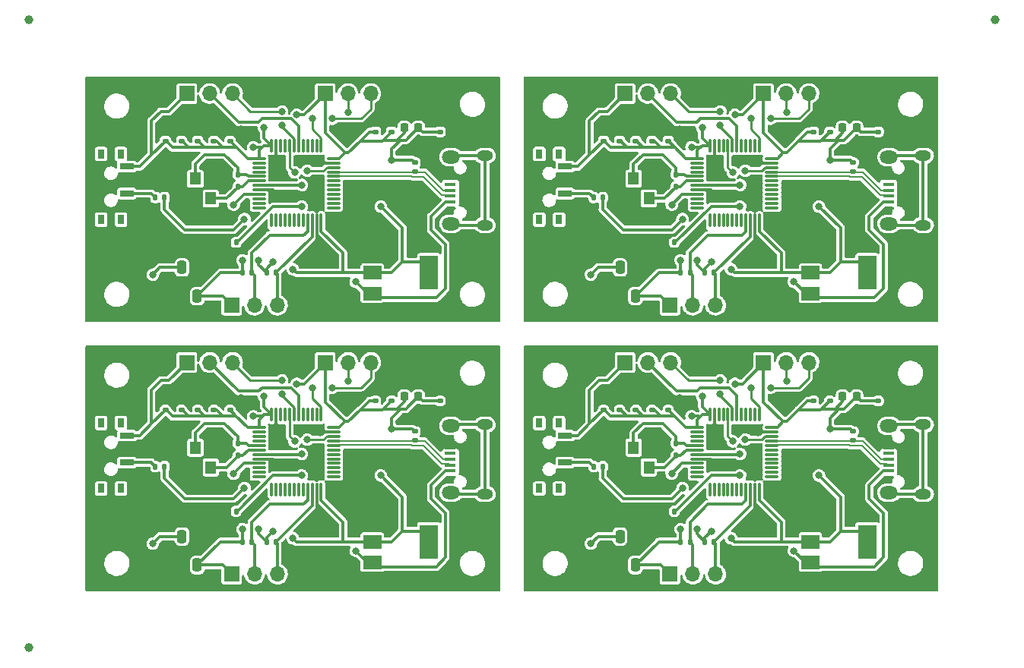
<source format=gbr>
%TF.GenerationSoftware,KiCad,Pcbnew,(6.0.7)*%
%TF.CreationDate,2022-11-18T16:05:00+07:00*%
%TF.ProjectId,test,74657374-2e6b-4696-9361-645f70636258,rev?*%
%TF.SameCoordinates,Original*%
%TF.FileFunction,Copper,L1,Top*%
%TF.FilePolarity,Positive*%
%FSLAX46Y46*%
G04 Gerber Fmt 4.6, Leading zero omitted, Abs format (unit mm)*
G04 Created by KiCad (PCBNEW (6.0.7)) date 2022-11-18 16:05:00*
%MOMM*%
%LPD*%
G01*
G04 APERTURE LIST*
G04 Aperture macros list*
%AMRoundRect*
0 Rectangle with rounded corners*
0 $1 Rounding radius*
0 $2 $3 $4 $5 $6 $7 $8 $9 X,Y pos of 4 corners*
0 Add a 4 corners polygon primitive as box body*
4,1,4,$2,$3,$4,$5,$6,$7,$8,$9,$2,$3,0*
0 Add four circle primitives for the rounded corners*
1,1,$1+$1,$2,$3*
1,1,$1+$1,$4,$5*
1,1,$1+$1,$6,$7*
1,1,$1+$1,$8,$9*
0 Add four rect primitives between the rounded corners*
20,1,$1+$1,$2,$3,$4,$5,0*
20,1,$1+$1,$4,$5,$6,$7,0*
20,1,$1+$1,$6,$7,$8,$9,0*
20,1,$1+$1,$8,$9,$2,$3,0*%
G04 Aperture macros list end*
%TA.AperFunction,ComponentPad*%
%ADD10R,1.700000X1.700000*%
%TD*%
%TA.AperFunction,ComponentPad*%
%ADD11O,1.700000X1.700000*%
%TD*%
%TA.AperFunction,SMDPad,CuDef*%
%ADD12R,0.800000X1.000000*%
%TD*%
%TA.AperFunction,SMDPad,CuDef*%
%ADD13R,1.500000X0.700000*%
%TD*%
%TA.AperFunction,SMDPad,CuDef*%
%ADD14RoundRect,0.140000X0.140000X0.170000X-0.140000X0.170000X-0.140000X-0.170000X0.140000X-0.170000X0*%
%TD*%
%TA.AperFunction,SMDPad,CuDef*%
%ADD15RoundRect,0.140000X0.170000X-0.140000X0.170000X0.140000X-0.170000X0.140000X-0.170000X-0.140000X0*%
%TD*%
%TA.AperFunction,SMDPad,CuDef*%
%ADD16RoundRect,0.135000X-0.135000X-0.185000X0.135000X-0.185000X0.135000X0.185000X-0.135000X0.185000X0*%
%TD*%
%TA.AperFunction,SMDPad,CuDef*%
%ADD17RoundRect,0.218750X0.218750X0.256250X-0.218750X0.256250X-0.218750X-0.256250X0.218750X-0.256250X0*%
%TD*%
%TA.AperFunction,SMDPad,CuDef*%
%ADD18RoundRect,0.075000X-0.662500X-0.075000X0.662500X-0.075000X0.662500X0.075000X-0.662500X0.075000X0*%
%TD*%
%TA.AperFunction,SMDPad,CuDef*%
%ADD19RoundRect,0.075000X-0.075000X-0.662500X0.075000X-0.662500X0.075000X0.662500X-0.075000X0.662500X0*%
%TD*%
%TA.AperFunction,SMDPad,CuDef*%
%ADD20R,1.200000X1.400000*%
%TD*%
%TA.AperFunction,SMDPad,CuDef*%
%ADD21RoundRect,0.250000X-0.250000X-0.475000X0.250000X-0.475000X0.250000X0.475000X-0.250000X0.475000X0*%
%TD*%
%TA.AperFunction,SMDPad,CuDef*%
%ADD22C,1.000000*%
%TD*%
%TA.AperFunction,SMDPad,CuDef*%
%ADD23R,2.000000X1.500000*%
%TD*%
%TA.AperFunction,SMDPad,CuDef*%
%ADD24R,2.000000X3.800000*%
%TD*%
%TA.AperFunction,SMDPad,CuDef*%
%ADD25RoundRect,0.250000X0.250000X0.475000X-0.250000X0.475000X-0.250000X-0.475000X0.250000X-0.475000X0*%
%TD*%
%TA.AperFunction,SMDPad,CuDef*%
%ADD26RoundRect,0.135000X-0.185000X0.135000X-0.185000X-0.135000X0.185000X-0.135000X0.185000X0.135000X0*%
%TD*%
%TA.AperFunction,SMDPad,CuDef*%
%ADD27R,1.300000X0.450000*%
%TD*%
%TA.AperFunction,ComponentPad*%
%ADD28O,1.800000X1.150000*%
%TD*%
%TA.AperFunction,ComponentPad*%
%ADD29O,2.000000X1.450000*%
%TD*%
%TA.AperFunction,ViaPad*%
%ADD30C,0.800000*%
%TD*%
%TA.AperFunction,Conductor*%
%ADD31C,0.350000*%
%TD*%
%TA.AperFunction,Conductor*%
%ADD32C,0.300000*%
%TD*%
%TA.AperFunction,Conductor*%
%ADD33C,0.200000*%
%TD*%
%TA.AperFunction,Conductor*%
%ADD34C,0.250000*%
%TD*%
G04 APERTURE END LIST*
D10*
%TO.P,USART1,1,Pin_1*%
%TO.N,Board_3-+3.3V*%
X83400000Y-55200000D03*
D11*
%TO.P,USART1,2,Pin_2*%
%TO.N,Board_3-/MICROCONTROLLER/USART1_TX*%
X85940000Y-55200000D03*
%TO.P,USART1,3,Pin_3*%
%TO.N,Board_3-/MICROCONTROLLER/USART1_RX*%
X88480000Y-55200000D03*
%TO.P,USART1,4,Pin_4*%
%TO.N,Board_3-GND*%
X91020000Y-55200000D03*
%TD*%
D12*
%TO.P,SW1,*%
%TO.N,*%
X27255000Y-31950000D03*
X27255000Y-39250000D03*
X25045000Y-39250000D03*
X25045000Y-31950000D03*
D13*
%TO.P,SW1,1,A*%
%TO.N,Board_0-+3.3V*%
X27905000Y-33350000D03*
%TO.P,SW1,2,B*%
%TO.N,Board_0-Net-(R1-Pad1)*%
X27905000Y-36350000D03*
%TO.P,SW1,3,C*%
%TO.N,Board_0-GND*%
X27905000Y-37850000D03*
%TD*%
D14*
%TO.P,C11,1*%
%TO.N,Board_0-/MICROCONTROLLER/HSE_OUT*%
X40280000Y-35600000D03*
%TO.P,C11,2*%
%TO.N,Board_0-GND*%
X39320000Y-35600000D03*
%TD*%
D15*
%TO.P,C4,1*%
%TO.N,Board_2-+3.3V*%
X37600000Y-60480000D03*
%TO.P,C4,2*%
%TO.N,Board_2-GND*%
X37600000Y-59520000D03*
%TD*%
%TO.P,C2,1*%
%TO.N,Board_3-+3.3V*%
X82800000Y-60480000D03*
%TO.P,C2,2*%
%TO.N,Board_3-GND*%
X82800000Y-59520000D03*
%TD*%
D14*
%TO.P,C10,1*%
%TO.N,Board_2-/MICROCONTROLLER/HSE_IN*%
X40280000Y-64200000D03*
%TO.P,C10,2*%
%TO.N,Board_2-GND*%
X39320000Y-64200000D03*
%TD*%
D12*
%TO.P,SW1,*%
%TO.N,*%
X73845000Y-31950000D03*
X76055000Y-31950000D03*
X73845000Y-39250000D03*
X76055000Y-39250000D03*
D13*
%TO.P,SW1,1,A*%
%TO.N,Board_1-+3.3V*%
X76705000Y-33350000D03*
%TO.P,SW1,2,B*%
%TO.N,Board_1-Net-(R1-Pad1)*%
X76705000Y-36350000D03*
%TO.P,SW1,3,C*%
%TO.N,Board_1-GND*%
X76705000Y-37850000D03*
%TD*%
D15*
%TO.P,C2,1*%
%TO.N,Board_1-+3.3V*%
X82800000Y-30480000D03*
%TO.P,C2,2*%
%TO.N,Board_1-GND*%
X82800000Y-29520000D03*
%TD*%
%TO.P,C8,1*%
%TO.N,Board_1-+3.3V*%
X111600000Y-29480000D03*
%TO.P,C8,2*%
%TO.N,Board_1-GND*%
X111600000Y-28520000D03*
%TD*%
%TO.P,C3,1*%
%TO.N,Board_3-+3.3V*%
X84600000Y-60480000D03*
%TO.P,C3,2*%
%TO.N,Board_3-GND*%
X84600000Y-59520000D03*
%TD*%
D16*
%TO.P,R3,1*%
%TO.N,Board_3-+3.3V*%
X89600000Y-75200000D03*
%TO.P,R3,2*%
%TO.N,Board_3-/MICROCONTROLLER/I2C2_SCL*%
X90620000Y-75200000D03*
%TD*%
D15*
%TO.P,C6,1*%
%TO.N,Board_1-+3.3V*%
X104400000Y-29480000D03*
%TO.P,C6,2*%
%TO.N,Board_1-GND*%
X104400000Y-28520000D03*
%TD*%
D16*
%TO.P,R4,1*%
%TO.N,Board_3-+3.3V*%
X92290000Y-75200000D03*
%TO.P,R4,2*%
%TO.N,Board_3-/MICROCONTROLLER/I2C2_SDA*%
X93310000Y-75200000D03*
%TD*%
D17*
%TO.P,L1,1,1*%
%TO.N,Board_3-+3.3V*%
X109187500Y-59000000D03*
%TO.P,L1,2,2*%
X107612500Y-59000000D03*
%TD*%
D18*
%TO.P,U2,1,VBAT*%
%TO.N,Board_3-+3.3V*%
X91437500Y-62450000D03*
%TO.P,U2,2,PC13*%
%TO.N,Board_3-unconnected-(U2-Pad2)*%
X91437500Y-62950000D03*
%TO.P,U2,3,PC14*%
%TO.N,Board_3-unconnected-(U2-Pad3)*%
X91437500Y-63450000D03*
%TO.P,U2,4,PC15*%
%TO.N,Board_3-unconnected-(U2-Pad4)*%
X91437500Y-63950000D03*
%TO.P,U2,5,PD0*%
%TO.N,Board_3-/MICROCONTROLLER/HSE_IN*%
X91437500Y-64450000D03*
%TO.P,U2,6,PD1*%
%TO.N,Board_3-/MICROCONTROLLER/HSE_OUT*%
X91437500Y-64950000D03*
%TO.P,U2,7,NRST*%
%TO.N,Board_3-/MICROCONTROLLER/NRST*%
X91437500Y-65450000D03*
%TO.P,U2,8,VSSA*%
%TO.N,Board_3-GND*%
X91437500Y-65950000D03*
%TO.P,U2,9,VDDA*%
%TO.N,Board_3-+3.3V*%
X91437500Y-66450000D03*
%TO.P,U2,10,PA0*%
%TO.N,Board_3-unconnected-(U2-Pad10)*%
X91437500Y-66950000D03*
%TO.P,U2,11,PA1*%
%TO.N,Board_3-unconnected-(U2-Pad11)*%
X91437500Y-67450000D03*
%TO.P,U2,12,PA2*%
%TO.N,Board_3-unconnected-(U2-Pad12)*%
X91437500Y-67950000D03*
D19*
%TO.P,U2,13,PA3*%
%TO.N,Board_3-unconnected-(U2-Pad13)*%
X92850000Y-69362500D03*
%TO.P,U2,14,PA4*%
%TO.N,Board_3-unconnected-(U2-Pad14)*%
X93350000Y-69362500D03*
%TO.P,U2,15,PA5*%
%TO.N,Board_3-unconnected-(U2-Pad15)*%
X93850000Y-69362500D03*
%TO.P,U2,16,PA6*%
%TO.N,Board_3-unconnected-(U2-Pad16)*%
X94350000Y-69362500D03*
%TO.P,U2,17,PA7*%
%TO.N,Board_3-unconnected-(U2-Pad17)*%
X94850000Y-69362500D03*
%TO.P,U2,18,PB0*%
%TO.N,Board_3-unconnected-(U2-Pad18)*%
X95350000Y-69362500D03*
%TO.P,U2,19,PB1*%
%TO.N,Board_3-unconnected-(U2-Pad19)*%
X95850000Y-69362500D03*
%TO.P,U2,20,PB2*%
%TO.N,Board_3-unconnected-(U2-Pad20)*%
X96350000Y-69362500D03*
%TO.P,U2,21,PB10*%
%TO.N,Board_3-/MICROCONTROLLER/I2C2_SCL*%
X96850000Y-69362500D03*
%TO.P,U2,22,PB11*%
%TO.N,Board_3-/MICROCONTROLLER/I2C2_SDA*%
X97350000Y-69362500D03*
%TO.P,U2,23,VSS*%
%TO.N,Board_3-GND*%
X97850000Y-69362500D03*
%TO.P,U2,24,VDD*%
%TO.N,Board_3-+3.3V*%
X98350000Y-69362500D03*
D18*
%TO.P,U2,25,PB12*%
%TO.N,Board_3-unconnected-(U2-Pad25)*%
X99762500Y-67950000D03*
%TO.P,U2,26,PB13*%
%TO.N,Board_3-unconnected-(U2-Pad26)*%
X99762500Y-67450000D03*
%TO.P,U2,27,PB14*%
%TO.N,Board_3-unconnected-(U2-Pad27)*%
X99762500Y-66950000D03*
%TO.P,U2,28,PB15*%
%TO.N,Board_3-unconnected-(U2-Pad28)*%
X99762500Y-66450000D03*
%TO.P,U2,29,PA8*%
%TO.N,Board_3-unconnected-(U2-Pad29)*%
X99762500Y-65950000D03*
%TO.P,U2,30,PA9*%
%TO.N,Board_3-unconnected-(U2-Pad30)*%
X99762500Y-65450000D03*
%TO.P,U2,31,PA10*%
%TO.N,Board_3-unconnected-(U2-Pad31)*%
X99762500Y-64950000D03*
%TO.P,U2,32,PA11*%
%TO.N,Board_3-/MICROCONTROLLER/USB_D-*%
X99762500Y-64450000D03*
%TO.P,U2,33,PA12*%
%TO.N,Board_3-/MICROCONTROLLER/USB_D+*%
X99762500Y-63950000D03*
%TO.P,U2,34,PA13*%
%TO.N,Board_3-/MICROCONTROLLER/SWDIO*%
X99762500Y-63450000D03*
%TO.P,U2,35,VSS*%
%TO.N,Board_3-GND*%
X99762500Y-62950000D03*
%TO.P,U2,36,VDD*%
%TO.N,Board_3-+3.3V*%
X99762500Y-62450000D03*
D19*
%TO.P,U2,37,PA14*%
%TO.N,Board_3-/MICROCONTROLLER/SWDCK*%
X98350000Y-61037500D03*
%TO.P,U2,38,PA15*%
%TO.N,Board_3-unconnected-(U2-Pad38)*%
X97850000Y-61037500D03*
%TO.P,U2,39,PB3*%
%TO.N,Board_3-unconnected-(U2-Pad39)*%
X97350000Y-61037500D03*
%TO.P,U2,40,PB4*%
%TO.N,Board_3-unconnected-(U2-Pad40)*%
X96850000Y-61037500D03*
%TO.P,U2,41,PB5*%
%TO.N,Board_3-unconnected-(U2-Pad41)*%
X96350000Y-61037500D03*
%TO.P,U2,42,PB6*%
%TO.N,Board_3-/MICROCONTROLLER/USART1_TX*%
X95850000Y-61037500D03*
%TO.P,U2,43,PB7*%
%TO.N,Board_3-/MICROCONTROLLER/USART1_RX*%
X95350000Y-61037500D03*
%TO.P,U2,44,BOOT0*%
%TO.N,Board_3-/MICROCONTROLLER/BOOT0*%
X94850000Y-61037500D03*
%TO.P,U2,45,PB8*%
%TO.N,Board_3-unconnected-(U2-Pad45)*%
X94350000Y-61037500D03*
%TO.P,U2,46,PB9*%
%TO.N,Board_3-unconnected-(U2-Pad46)*%
X93850000Y-61037500D03*
%TO.P,U2,47,VSS*%
%TO.N,Board_3-GND*%
X93350000Y-61037500D03*
%TO.P,U2,48,VDD*%
%TO.N,Board_3-+3.3V*%
X92850000Y-61037500D03*
%TD*%
D20*
%TO.P,Y1,1,1*%
%TO.N,Board_2-/MICROCONTROLLER/HSE_IN*%
X35550000Y-64700000D03*
%TO.P,Y1,2,2*%
%TO.N,Board_2-GND*%
X35550000Y-66900000D03*
%TO.P,Y1,3,3*%
%TO.N,Board_2-/MICROCONTROLLER/HSE_OUT*%
X37250000Y-66900000D03*
%TO.P,Y1,4,4*%
%TO.N,Board_2-GND*%
X37250000Y-64700000D03*
%TD*%
D15*
%TO.P,C4,1*%
%TO.N,Board_0-+3.3V*%
X37600000Y-30480000D03*
%TO.P,C4,2*%
%TO.N,Board_0-GND*%
X37600000Y-29520000D03*
%TD*%
D16*
%TO.P,R1,1*%
%TO.N,Board_2-Net-(R1-Pad1)*%
X31090000Y-66800000D03*
%TO.P,R1,2*%
%TO.N,Board_2-/MICROCONTROLLER/BOOT0*%
X32110000Y-66800000D03*
%TD*%
D15*
%TO.P,C6,1*%
%TO.N,Board_2-+3.3V*%
X55600000Y-59480000D03*
%TO.P,C6,2*%
%TO.N,Board_2-GND*%
X55600000Y-58520000D03*
%TD*%
D21*
%TO.P,C13,1*%
%TO.N,Board_1-VBUS*%
X82850000Y-44600000D03*
%TO.P,C13,2*%
%TO.N,Board_1-GND*%
X84750000Y-44600000D03*
%TD*%
D22*
%TO.P,REF\u002A\u002A,*%
%TO.N,*%
X17000000Y-17000000D03*
%TD*%
D15*
%TO.P,C6,1*%
%TO.N,Board_3-+3.3V*%
X104400000Y-59480000D03*
%TO.P,C6,2*%
%TO.N,Board_3-GND*%
X104400000Y-58520000D03*
%TD*%
%TO.P,C8,1*%
%TO.N,Board_0-+3.3V*%
X62800000Y-29480000D03*
%TO.P,C8,2*%
%TO.N,Board_0-GND*%
X62800000Y-28520000D03*
%TD*%
D10*
%TO.P,J3,1,Pin_1*%
%TO.N,Board_2-+3.3V*%
X50000000Y-55200000D03*
D11*
%TO.P,J3,2,Pin_2*%
%TO.N,Board_2-/MICROCONTROLLER/SWDIO*%
X52540000Y-55200000D03*
%TO.P,J3,3,Pin_3*%
%TO.N,Board_2-/MICROCONTROLLER/SWDCK*%
X55080000Y-55200000D03*
%TO.P,J3,4,Pin_4*%
%TO.N,Board_2-GND*%
X57620000Y-55200000D03*
%TD*%
D21*
%TO.P,C13,1*%
%TO.N,Board_3-VBUS*%
X82850000Y-74600000D03*
%TO.P,C13,2*%
%TO.N,Board_3-GND*%
X84750000Y-74600000D03*
%TD*%
D15*
%TO.P,C1,1*%
%TO.N,Board_1-+3.3V*%
X81000000Y-30480000D03*
%TO.P,C1,2*%
%TO.N,Board_1-GND*%
X81000000Y-29520000D03*
%TD*%
D14*
%TO.P,C10,1*%
%TO.N,Board_0-/MICROCONTROLLER/HSE_IN*%
X40280000Y-34200000D03*
%TO.P,C10,2*%
%TO.N,Board_0-GND*%
X39320000Y-34200000D03*
%TD*%
D15*
%TO.P,C4,1*%
%TO.N,Board_1-+3.3V*%
X86400000Y-30480000D03*
%TO.P,C4,2*%
%TO.N,Board_1-GND*%
X86400000Y-29520000D03*
%TD*%
D14*
%TO.P,C10,1*%
%TO.N,Board_1-/MICROCONTROLLER/HSE_IN*%
X89080000Y-34200000D03*
%TO.P,C10,2*%
%TO.N,Board_1-GND*%
X88120000Y-34200000D03*
%TD*%
D17*
%TO.P,L1,1,1*%
%TO.N,Board_2-+3.3V*%
X60387500Y-59000000D03*
%TO.P,L1,2,2*%
X58812500Y-59000000D03*
%TD*%
D14*
%TO.P,C9,1*%
%TO.N,Board_0-/MICROCONTROLLER/NRST*%
X40080000Y-41800000D03*
%TO.P,C9,2*%
%TO.N,Board_0-GND*%
X39120000Y-41800000D03*
%TD*%
D18*
%TO.P,U2,1,VBAT*%
%TO.N,Board_2-+3.3V*%
X42637500Y-62450000D03*
%TO.P,U2,2,PC13*%
%TO.N,Board_2-unconnected-(U2-Pad2)*%
X42637500Y-62950000D03*
%TO.P,U2,3,PC14*%
%TO.N,Board_2-unconnected-(U2-Pad3)*%
X42637500Y-63450000D03*
%TO.P,U2,4,PC15*%
%TO.N,Board_2-unconnected-(U2-Pad4)*%
X42637500Y-63950000D03*
%TO.P,U2,5,PD0*%
%TO.N,Board_2-/MICROCONTROLLER/HSE_IN*%
X42637500Y-64450000D03*
%TO.P,U2,6,PD1*%
%TO.N,Board_2-/MICROCONTROLLER/HSE_OUT*%
X42637500Y-64950000D03*
%TO.P,U2,7,NRST*%
%TO.N,Board_2-/MICROCONTROLLER/NRST*%
X42637500Y-65450000D03*
%TO.P,U2,8,VSSA*%
%TO.N,Board_2-GND*%
X42637500Y-65950000D03*
%TO.P,U2,9,VDDA*%
%TO.N,Board_2-+3.3V*%
X42637500Y-66450000D03*
%TO.P,U2,10,PA0*%
%TO.N,Board_2-unconnected-(U2-Pad10)*%
X42637500Y-66950000D03*
%TO.P,U2,11,PA1*%
%TO.N,Board_2-unconnected-(U2-Pad11)*%
X42637500Y-67450000D03*
%TO.P,U2,12,PA2*%
%TO.N,Board_2-unconnected-(U2-Pad12)*%
X42637500Y-67950000D03*
D19*
%TO.P,U2,13,PA3*%
%TO.N,Board_2-unconnected-(U2-Pad13)*%
X44050000Y-69362500D03*
%TO.P,U2,14,PA4*%
%TO.N,Board_2-unconnected-(U2-Pad14)*%
X44550000Y-69362500D03*
%TO.P,U2,15,PA5*%
%TO.N,Board_2-unconnected-(U2-Pad15)*%
X45050000Y-69362500D03*
%TO.P,U2,16,PA6*%
%TO.N,Board_2-unconnected-(U2-Pad16)*%
X45550000Y-69362500D03*
%TO.P,U2,17,PA7*%
%TO.N,Board_2-unconnected-(U2-Pad17)*%
X46050000Y-69362500D03*
%TO.P,U2,18,PB0*%
%TO.N,Board_2-unconnected-(U2-Pad18)*%
X46550000Y-69362500D03*
%TO.P,U2,19,PB1*%
%TO.N,Board_2-unconnected-(U2-Pad19)*%
X47050000Y-69362500D03*
%TO.P,U2,20,PB2*%
%TO.N,Board_2-unconnected-(U2-Pad20)*%
X47550000Y-69362500D03*
%TO.P,U2,21,PB10*%
%TO.N,Board_2-/MICROCONTROLLER/I2C2_SCL*%
X48050000Y-69362500D03*
%TO.P,U2,22,PB11*%
%TO.N,Board_2-/MICROCONTROLLER/I2C2_SDA*%
X48550000Y-69362500D03*
%TO.P,U2,23,VSS*%
%TO.N,Board_2-GND*%
X49050000Y-69362500D03*
%TO.P,U2,24,VDD*%
%TO.N,Board_2-+3.3V*%
X49550000Y-69362500D03*
D18*
%TO.P,U2,25,PB12*%
%TO.N,Board_2-unconnected-(U2-Pad25)*%
X50962500Y-67950000D03*
%TO.P,U2,26,PB13*%
%TO.N,Board_2-unconnected-(U2-Pad26)*%
X50962500Y-67450000D03*
%TO.P,U2,27,PB14*%
%TO.N,Board_2-unconnected-(U2-Pad27)*%
X50962500Y-66950000D03*
%TO.P,U2,28,PB15*%
%TO.N,Board_2-unconnected-(U2-Pad28)*%
X50962500Y-66450000D03*
%TO.P,U2,29,PA8*%
%TO.N,Board_2-unconnected-(U2-Pad29)*%
X50962500Y-65950000D03*
%TO.P,U2,30,PA9*%
%TO.N,Board_2-unconnected-(U2-Pad30)*%
X50962500Y-65450000D03*
%TO.P,U2,31,PA10*%
%TO.N,Board_2-unconnected-(U2-Pad31)*%
X50962500Y-64950000D03*
%TO.P,U2,32,PA11*%
%TO.N,Board_2-/MICROCONTROLLER/USB_D-*%
X50962500Y-64450000D03*
%TO.P,U2,33,PA12*%
%TO.N,Board_2-/MICROCONTROLLER/USB_D+*%
X50962500Y-63950000D03*
%TO.P,U2,34,PA13*%
%TO.N,Board_2-/MICROCONTROLLER/SWDIO*%
X50962500Y-63450000D03*
%TO.P,U2,35,VSS*%
%TO.N,Board_2-GND*%
X50962500Y-62950000D03*
%TO.P,U2,36,VDD*%
%TO.N,Board_2-+3.3V*%
X50962500Y-62450000D03*
D19*
%TO.P,U2,37,PA14*%
%TO.N,Board_2-/MICROCONTROLLER/SWDCK*%
X49550000Y-61037500D03*
%TO.P,U2,38,PA15*%
%TO.N,Board_2-unconnected-(U2-Pad38)*%
X49050000Y-61037500D03*
%TO.P,U2,39,PB3*%
%TO.N,Board_2-unconnected-(U2-Pad39)*%
X48550000Y-61037500D03*
%TO.P,U2,40,PB4*%
%TO.N,Board_2-unconnected-(U2-Pad40)*%
X48050000Y-61037500D03*
%TO.P,U2,41,PB5*%
%TO.N,Board_2-unconnected-(U2-Pad41)*%
X47550000Y-61037500D03*
%TO.P,U2,42,PB6*%
%TO.N,Board_2-/MICROCONTROLLER/USART1_TX*%
X47050000Y-61037500D03*
%TO.P,U2,43,PB7*%
%TO.N,Board_2-/MICROCONTROLLER/USART1_RX*%
X46550000Y-61037500D03*
%TO.P,U2,44,BOOT0*%
%TO.N,Board_2-/MICROCONTROLLER/BOOT0*%
X46050000Y-61037500D03*
%TO.P,U2,45,PB8*%
%TO.N,Board_2-unconnected-(U2-Pad45)*%
X45550000Y-61037500D03*
%TO.P,U2,46,PB9*%
%TO.N,Board_2-unconnected-(U2-Pad46)*%
X45050000Y-61037500D03*
%TO.P,U2,47,VSS*%
%TO.N,Board_2-GND*%
X44550000Y-61037500D03*
%TO.P,U2,48,VDD*%
%TO.N,Board_2-+3.3V*%
X44050000Y-61037500D03*
%TD*%
D16*
%TO.P,R1,1*%
%TO.N,Board_1-Net-(R1-Pad1)*%
X79890000Y-36800000D03*
%TO.P,R1,2*%
%TO.N,Board_1-/MICROCONTROLLER/BOOT0*%
X80910000Y-36800000D03*
%TD*%
D23*
%TO.P,U1,1,ADJ*%
%TO.N,Board_0-GND*%
X55250000Y-42900000D03*
D24*
%TO.P,U1,2,VO*%
%TO.N,Board_0-+3.3V*%
X61550000Y-45200000D03*
D23*
X55250000Y-45200000D03*
%TO.P,U1,3,VI*%
%TO.N,Board_0-VBUS*%
X55250000Y-47500000D03*
%TD*%
D14*
%TO.P,C9,1*%
%TO.N,Board_1-/MICROCONTROLLER/NRST*%
X88880000Y-41800000D03*
%TO.P,C9,2*%
%TO.N,Board_1-GND*%
X87920000Y-41800000D03*
%TD*%
D10*
%TO.P,J3,1,Pin_1*%
%TO.N,Board_1-+3.3V*%
X98800000Y-25200000D03*
D11*
%TO.P,J3,2,Pin_2*%
%TO.N,Board_1-/MICROCONTROLLER/SWDIO*%
X101340000Y-25200000D03*
%TO.P,J3,3,Pin_3*%
%TO.N,Board_1-/MICROCONTROLLER/SWDCK*%
X103880000Y-25200000D03*
%TO.P,J3,4,Pin_4*%
%TO.N,Board_1-GND*%
X106420000Y-25200000D03*
%TD*%
D22*
%TO.P,REF\u002A\u002A,*%
%TO.N,*%
X17000000Y-87000000D03*
%TD*%
D14*
%TO.P,C11,1*%
%TO.N,Board_2-/MICROCONTROLLER/HSE_OUT*%
X40280000Y-65600000D03*
%TO.P,C11,2*%
%TO.N,Board_2-GND*%
X39320000Y-65600000D03*
%TD*%
D10*
%TO.P,I2C1,1,Pin_1*%
%TO.N,Board_0-+3.3V*%
X39600000Y-48800000D03*
D11*
%TO.P,I2C1,2,Pin_2*%
%TO.N,Board_0-/MICROCONTROLLER/I2C2_SCL*%
X42140000Y-48800000D03*
%TO.P,I2C1,3,Pin_3*%
%TO.N,Board_0-/MICROCONTROLLER/I2C2_SDA*%
X44680000Y-48800000D03*
%TO.P,I2C1,4,Pin_4*%
%TO.N,Board_0-GND*%
X47220000Y-48800000D03*
%TD*%
D22*
%TO.P,REF\u002A\u002A,*%
%TO.N,*%
X124600000Y-17000000D03*
%TD*%
D15*
%TO.P,C8,1*%
%TO.N,Board_3-+3.3V*%
X111600000Y-59480000D03*
%TO.P,C8,2*%
%TO.N,Board_3-GND*%
X111600000Y-58520000D03*
%TD*%
D16*
%TO.P,R4,1*%
%TO.N,Board_2-+3.3V*%
X43490000Y-75200000D03*
%TO.P,R4,2*%
%TO.N,Board_2-/MICROCONTROLLER/I2C2_SDA*%
X44510000Y-75200000D03*
%TD*%
%TO.P,R3,1*%
%TO.N,Board_2-+3.3V*%
X40800000Y-75200000D03*
%TO.P,R3,2*%
%TO.N,Board_2-/MICROCONTROLLER/I2C2_SCL*%
X41820000Y-75200000D03*
%TD*%
D20*
%TO.P,Y1,1,1*%
%TO.N,Board_3-/MICROCONTROLLER/HSE_IN*%
X84350000Y-64700000D03*
%TO.P,Y1,2,2*%
%TO.N,Board_3-GND*%
X84350000Y-66900000D03*
%TO.P,Y1,3,3*%
%TO.N,Board_3-/MICROCONTROLLER/HSE_OUT*%
X86050000Y-66900000D03*
%TO.P,Y1,4,4*%
%TO.N,Board_3-GND*%
X86050000Y-64700000D03*
%TD*%
D10*
%TO.P,I2C1,1,Pin_1*%
%TO.N,Board_1-+3.3V*%
X88400000Y-48800000D03*
D11*
%TO.P,I2C1,2,Pin_2*%
%TO.N,Board_1-/MICROCONTROLLER/I2C2_SCL*%
X90940000Y-48800000D03*
%TO.P,I2C1,3,Pin_3*%
%TO.N,Board_1-/MICROCONTROLLER/I2C2_SDA*%
X93480000Y-48800000D03*
%TO.P,I2C1,4,Pin_4*%
%TO.N,Board_1-GND*%
X96020000Y-48800000D03*
%TD*%
D16*
%TO.P,R1,1*%
%TO.N,Board_3-Net-(R1-Pad1)*%
X79890000Y-66800000D03*
%TO.P,R1,2*%
%TO.N,Board_3-/MICROCONTROLLER/BOOT0*%
X80910000Y-66800000D03*
%TD*%
D15*
%TO.P,C8,1*%
%TO.N,Board_2-+3.3V*%
X62800000Y-59480000D03*
%TO.P,C8,2*%
%TO.N,Board_2-GND*%
X62800000Y-58520000D03*
%TD*%
D16*
%TO.P,R4,1*%
%TO.N,Board_1-+3.3V*%
X92290000Y-45200000D03*
%TO.P,R4,2*%
%TO.N,Board_1-/MICROCONTROLLER/I2C2_SDA*%
X93310000Y-45200000D03*
%TD*%
D15*
%TO.P,C7,1*%
%TO.N,Board_2-+3.3V*%
X57400000Y-59480000D03*
%TO.P,C7,2*%
%TO.N,Board_2-GND*%
X57400000Y-58520000D03*
%TD*%
%TO.P,C1,1*%
%TO.N,Board_2-+3.3V*%
X32200000Y-60480000D03*
%TO.P,C1,2*%
%TO.N,Board_2-GND*%
X32200000Y-59520000D03*
%TD*%
D10*
%TO.P,J3,1,Pin_1*%
%TO.N,Board_3-+3.3V*%
X98800000Y-55200000D03*
D11*
%TO.P,J3,2,Pin_2*%
%TO.N,Board_3-/MICROCONTROLLER/SWDIO*%
X101340000Y-55200000D03*
%TO.P,J3,3,Pin_3*%
%TO.N,Board_3-/MICROCONTROLLER/SWDCK*%
X103880000Y-55200000D03*
%TO.P,J3,4,Pin_4*%
%TO.N,Board_3-GND*%
X106420000Y-55200000D03*
%TD*%
D15*
%TO.P,C5,1*%
%TO.N,Board_1-+3.3V*%
X88200000Y-30480000D03*
%TO.P,C5,2*%
%TO.N,Board_1-GND*%
X88200000Y-29520000D03*
%TD*%
D17*
%TO.P,L1,1,1*%
%TO.N,Board_1-+3.3V*%
X109187500Y-29000000D03*
%TO.P,L1,2,2*%
X107612500Y-29000000D03*
%TD*%
D15*
%TO.P,C3,1*%
%TO.N,Board_0-+3.3V*%
X35800000Y-30480000D03*
%TO.P,C3,2*%
%TO.N,Board_0-GND*%
X35800000Y-29520000D03*
%TD*%
D14*
%TO.P,C11,1*%
%TO.N,Board_3-/MICROCONTROLLER/HSE_OUT*%
X89080000Y-65600000D03*
%TO.P,C11,2*%
%TO.N,Board_3-GND*%
X88120000Y-65600000D03*
%TD*%
D21*
%TO.P,C13,1*%
%TO.N,Board_2-VBUS*%
X34050000Y-74600000D03*
%TO.P,C13,2*%
%TO.N,Board_2-GND*%
X35950000Y-74600000D03*
%TD*%
D15*
%TO.P,C7,1*%
%TO.N,Board_1-+3.3V*%
X106200000Y-29480000D03*
%TO.P,C7,2*%
%TO.N,Board_1-GND*%
X106200000Y-28520000D03*
%TD*%
D17*
%TO.P,L1,1,1*%
%TO.N,Board_0-+3.3V*%
X60387500Y-29000000D03*
%TO.P,L1,2,2*%
X58812500Y-29000000D03*
%TD*%
D15*
%TO.P,C6,1*%
%TO.N,Board_0-+3.3V*%
X55600000Y-29480000D03*
%TO.P,C6,2*%
%TO.N,Board_0-GND*%
X55600000Y-28520000D03*
%TD*%
D18*
%TO.P,U2,1,VBAT*%
%TO.N,Board_1-+3.3V*%
X91437500Y-32450000D03*
%TO.P,U2,2,PC13*%
%TO.N,Board_1-unconnected-(U2-Pad2)*%
X91437500Y-32950000D03*
%TO.P,U2,3,PC14*%
%TO.N,Board_1-unconnected-(U2-Pad3)*%
X91437500Y-33450000D03*
%TO.P,U2,4,PC15*%
%TO.N,Board_1-unconnected-(U2-Pad4)*%
X91437500Y-33950000D03*
%TO.P,U2,5,PD0*%
%TO.N,Board_1-/MICROCONTROLLER/HSE_IN*%
X91437500Y-34450000D03*
%TO.P,U2,6,PD1*%
%TO.N,Board_1-/MICROCONTROLLER/HSE_OUT*%
X91437500Y-34950000D03*
%TO.P,U2,7,NRST*%
%TO.N,Board_1-/MICROCONTROLLER/NRST*%
X91437500Y-35450000D03*
%TO.P,U2,8,VSSA*%
%TO.N,Board_1-GND*%
X91437500Y-35950000D03*
%TO.P,U2,9,VDDA*%
%TO.N,Board_1-+3.3V*%
X91437500Y-36450000D03*
%TO.P,U2,10,PA0*%
%TO.N,Board_1-unconnected-(U2-Pad10)*%
X91437500Y-36950000D03*
%TO.P,U2,11,PA1*%
%TO.N,Board_1-unconnected-(U2-Pad11)*%
X91437500Y-37450000D03*
%TO.P,U2,12,PA2*%
%TO.N,Board_1-unconnected-(U2-Pad12)*%
X91437500Y-37950000D03*
D19*
%TO.P,U2,13,PA3*%
%TO.N,Board_1-unconnected-(U2-Pad13)*%
X92850000Y-39362500D03*
%TO.P,U2,14,PA4*%
%TO.N,Board_1-unconnected-(U2-Pad14)*%
X93350000Y-39362500D03*
%TO.P,U2,15,PA5*%
%TO.N,Board_1-unconnected-(U2-Pad15)*%
X93850000Y-39362500D03*
%TO.P,U2,16,PA6*%
%TO.N,Board_1-unconnected-(U2-Pad16)*%
X94350000Y-39362500D03*
%TO.P,U2,17,PA7*%
%TO.N,Board_1-unconnected-(U2-Pad17)*%
X94850000Y-39362500D03*
%TO.P,U2,18,PB0*%
%TO.N,Board_1-unconnected-(U2-Pad18)*%
X95350000Y-39362500D03*
%TO.P,U2,19,PB1*%
%TO.N,Board_1-unconnected-(U2-Pad19)*%
X95850000Y-39362500D03*
%TO.P,U2,20,PB2*%
%TO.N,Board_1-unconnected-(U2-Pad20)*%
X96350000Y-39362500D03*
%TO.P,U2,21,PB10*%
%TO.N,Board_1-/MICROCONTROLLER/I2C2_SCL*%
X96850000Y-39362500D03*
%TO.P,U2,22,PB11*%
%TO.N,Board_1-/MICROCONTROLLER/I2C2_SDA*%
X97350000Y-39362500D03*
%TO.P,U2,23,VSS*%
%TO.N,Board_1-GND*%
X97850000Y-39362500D03*
%TO.P,U2,24,VDD*%
%TO.N,Board_1-+3.3V*%
X98350000Y-39362500D03*
D18*
%TO.P,U2,25,PB12*%
%TO.N,Board_1-unconnected-(U2-Pad25)*%
X99762500Y-37950000D03*
%TO.P,U2,26,PB13*%
%TO.N,Board_1-unconnected-(U2-Pad26)*%
X99762500Y-37450000D03*
%TO.P,U2,27,PB14*%
%TO.N,Board_1-unconnected-(U2-Pad27)*%
X99762500Y-36950000D03*
%TO.P,U2,28,PB15*%
%TO.N,Board_1-unconnected-(U2-Pad28)*%
X99762500Y-36450000D03*
%TO.P,U2,29,PA8*%
%TO.N,Board_1-unconnected-(U2-Pad29)*%
X99762500Y-35950000D03*
%TO.P,U2,30,PA9*%
%TO.N,Board_1-unconnected-(U2-Pad30)*%
X99762500Y-35450000D03*
%TO.P,U2,31,PA10*%
%TO.N,Board_1-unconnected-(U2-Pad31)*%
X99762500Y-34950000D03*
%TO.P,U2,32,PA11*%
%TO.N,Board_1-/MICROCONTROLLER/USB_D-*%
X99762500Y-34450000D03*
%TO.P,U2,33,PA12*%
%TO.N,Board_1-/MICROCONTROLLER/USB_D+*%
X99762500Y-33950000D03*
%TO.P,U2,34,PA13*%
%TO.N,Board_1-/MICROCONTROLLER/SWDIO*%
X99762500Y-33450000D03*
%TO.P,U2,35,VSS*%
%TO.N,Board_1-GND*%
X99762500Y-32950000D03*
%TO.P,U2,36,VDD*%
%TO.N,Board_1-+3.3V*%
X99762500Y-32450000D03*
D19*
%TO.P,U2,37,PA14*%
%TO.N,Board_1-/MICROCONTROLLER/SWDCK*%
X98350000Y-31037500D03*
%TO.P,U2,38,PA15*%
%TO.N,Board_1-unconnected-(U2-Pad38)*%
X97850000Y-31037500D03*
%TO.P,U2,39,PB3*%
%TO.N,Board_1-unconnected-(U2-Pad39)*%
X97350000Y-31037500D03*
%TO.P,U2,40,PB4*%
%TO.N,Board_1-unconnected-(U2-Pad40)*%
X96850000Y-31037500D03*
%TO.P,U2,41,PB5*%
%TO.N,Board_1-unconnected-(U2-Pad41)*%
X96350000Y-31037500D03*
%TO.P,U2,42,PB6*%
%TO.N,Board_1-/MICROCONTROLLER/USART1_TX*%
X95850000Y-31037500D03*
%TO.P,U2,43,PB7*%
%TO.N,Board_1-/MICROCONTROLLER/USART1_RX*%
X95350000Y-31037500D03*
%TO.P,U2,44,BOOT0*%
%TO.N,Board_1-/MICROCONTROLLER/BOOT0*%
X94850000Y-31037500D03*
%TO.P,U2,45,PB8*%
%TO.N,Board_1-unconnected-(U2-Pad45)*%
X94350000Y-31037500D03*
%TO.P,U2,46,PB9*%
%TO.N,Board_1-unconnected-(U2-Pad46)*%
X93850000Y-31037500D03*
%TO.P,U2,47,VSS*%
%TO.N,Board_1-GND*%
X93350000Y-31037500D03*
%TO.P,U2,48,VDD*%
%TO.N,Board_1-+3.3V*%
X92850000Y-31037500D03*
%TD*%
D10*
%TO.P,J3,1,Pin_1*%
%TO.N,Board_0-+3.3V*%
X50000000Y-25200000D03*
D11*
%TO.P,J3,2,Pin_2*%
%TO.N,Board_0-/MICROCONTROLLER/SWDIO*%
X52540000Y-25200000D03*
%TO.P,J3,3,Pin_3*%
%TO.N,Board_0-/MICROCONTROLLER/SWDCK*%
X55080000Y-25200000D03*
%TO.P,J3,4,Pin_4*%
%TO.N,Board_0-GND*%
X57620000Y-25200000D03*
%TD*%
D15*
%TO.P,C5,1*%
%TO.N,Board_0-+3.3V*%
X39400000Y-30480000D03*
%TO.P,C5,2*%
%TO.N,Board_0-GND*%
X39400000Y-29520000D03*
%TD*%
D25*
%TO.P,C14,1*%
%TO.N,Board_0-+3.3V*%
X35750000Y-47800000D03*
%TO.P,C14,2*%
%TO.N,Board_0-GND*%
X33850000Y-47800000D03*
%TD*%
D14*
%TO.P,C9,1*%
%TO.N,Board_2-/MICROCONTROLLER/NRST*%
X40080000Y-71800000D03*
%TO.P,C9,2*%
%TO.N,Board_2-GND*%
X39120000Y-71800000D03*
%TD*%
D26*
%TO.P,R2,1*%
%TO.N,Board_3-+3.3V*%
X108800000Y-62890000D03*
%TO.P,R2,2*%
%TO.N,Board_3-/MICROCONTROLLER/USB_D+*%
X108800000Y-63910000D03*
%TD*%
D10*
%TO.P,I2C1,1,Pin_1*%
%TO.N,Board_3-+3.3V*%
X88400000Y-78800000D03*
D11*
%TO.P,I2C1,2,Pin_2*%
%TO.N,Board_3-/MICROCONTROLLER/I2C2_SCL*%
X90940000Y-78800000D03*
%TO.P,I2C1,3,Pin_3*%
%TO.N,Board_3-/MICROCONTROLLER/I2C2_SDA*%
X93480000Y-78800000D03*
%TO.P,I2C1,4,Pin_4*%
%TO.N,Board_3-GND*%
X96020000Y-78800000D03*
%TD*%
D21*
%TO.P,C13,1*%
%TO.N,Board_0-VBUS*%
X34050000Y-44600000D03*
%TO.P,C13,2*%
%TO.N,Board_0-GND*%
X35950000Y-44600000D03*
%TD*%
D23*
%TO.P,U1,1,ADJ*%
%TO.N,Board_3-GND*%
X104050000Y-72900000D03*
%TO.P,U1,2,VO*%
%TO.N,Board_3-+3.3V*%
X104050000Y-75200000D03*
D24*
X110350000Y-75200000D03*
D23*
%TO.P,U1,3,VI*%
%TO.N,Board_3-VBUS*%
X104050000Y-77500000D03*
%TD*%
D15*
%TO.P,C1,1*%
%TO.N,Board_0-+3.3V*%
X32200000Y-30480000D03*
%TO.P,C1,2*%
%TO.N,Board_0-GND*%
X32200000Y-29520000D03*
%TD*%
D10*
%TO.P,USART1,1,Pin_1*%
%TO.N,Board_1-+3.3V*%
X83400000Y-25200000D03*
D11*
%TO.P,USART1,2,Pin_2*%
%TO.N,Board_1-/MICROCONTROLLER/USART1_TX*%
X85940000Y-25200000D03*
%TO.P,USART1,3,Pin_3*%
%TO.N,Board_1-/MICROCONTROLLER/USART1_RX*%
X88480000Y-25200000D03*
%TO.P,USART1,4,Pin_4*%
%TO.N,Board_1-GND*%
X91020000Y-25200000D03*
%TD*%
D23*
%TO.P,U1,1,ADJ*%
%TO.N,Board_1-GND*%
X104050000Y-42900000D03*
%TO.P,U1,2,VO*%
%TO.N,Board_1-+3.3V*%
X104050000Y-45200000D03*
D24*
X110350000Y-45200000D03*
D23*
%TO.P,U1,3,VI*%
%TO.N,Board_1-VBUS*%
X104050000Y-47500000D03*
%TD*%
%TO.P,U1,1,ADJ*%
%TO.N,Board_2-GND*%
X55250000Y-72900000D03*
%TO.P,U1,2,VO*%
%TO.N,Board_2-+3.3V*%
X55250000Y-75200000D03*
D24*
X61550000Y-75200000D03*
D23*
%TO.P,U1,3,VI*%
%TO.N,Board_2-VBUS*%
X55250000Y-77500000D03*
%TD*%
D15*
%TO.P,C7,1*%
%TO.N,Board_0-+3.3V*%
X57400000Y-29480000D03*
%TO.P,C7,2*%
%TO.N,Board_0-GND*%
X57400000Y-28520000D03*
%TD*%
%TO.P,C3,1*%
%TO.N,Board_1-+3.3V*%
X84600000Y-30480000D03*
%TO.P,C3,2*%
%TO.N,Board_1-GND*%
X84600000Y-29520000D03*
%TD*%
%TO.P,C7,1*%
%TO.N,Board_3-+3.3V*%
X106200000Y-59480000D03*
%TO.P,C7,2*%
%TO.N,Board_3-GND*%
X106200000Y-58520000D03*
%TD*%
D18*
%TO.P,U2,1,VBAT*%
%TO.N,Board_0-+3.3V*%
X42637500Y-32450000D03*
%TO.P,U2,2,PC13*%
%TO.N,Board_0-unconnected-(U2-Pad2)*%
X42637500Y-32950000D03*
%TO.P,U2,3,PC14*%
%TO.N,Board_0-unconnected-(U2-Pad3)*%
X42637500Y-33450000D03*
%TO.P,U2,4,PC15*%
%TO.N,Board_0-unconnected-(U2-Pad4)*%
X42637500Y-33950000D03*
%TO.P,U2,5,PD0*%
%TO.N,Board_0-/MICROCONTROLLER/HSE_IN*%
X42637500Y-34450000D03*
%TO.P,U2,6,PD1*%
%TO.N,Board_0-/MICROCONTROLLER/HSE_OUT*%
X42637500Y-34950000D03*
%TO.P,U2,7,NRST*%
%TO.N,Board_0-/MICROCONTROLLER/NRST*%
X42637500Y-35450000D03*
%TO.P,U2,8,VSSA*%
%TO.N,Board_0-GND*%
X42637500Y-35950000D03*
%TO.P,U2,9,VDDA*%
%TO.N,Board_0-+3.3V*%
X42637500Y-36450000D03*
%TO.P,U2,10,PA0*%
%TO.N,Board_0-unconnected-(U2-Pad10)*%
X42637500Y-36950000D03*
%TO.P,U2,11,PA1*%
%TO.N,Board_0-unconnected-(U2-Pad11)*%
X42637500Y-37450000D03*
%TO.P,U2,12,PA2*%
%TO.N,Board_0-unconnected-(U2-Pad12)*%
X42637500Y-37950000D03*
D19*
%TO.P,U2,13,PA3*%
%TO.N,Board_0-unconnected-(U2-Pad13)*%
X44050000Y-39362500D03*
%TO.P,U2,14,PA4*%
%TO.N,Board_0-unconnected-(U2-Pad14)*%
X44550000Y-39362500D03*
%TO.P,U2,15,PA5*%
%TO.N,Board_0-unconnected-(U2-Pad15)*%
X45050000Y-39362500D03*
%TO.P,U2,16,PA6*%
%TO.N,Board_0-unconnected-(U2-Pad16)*%
X45550000Y-39362500D03*
%TO.P,U2,17,PA7*%
%TO.N,Board_0-unconnected-(U2-Pad17)*%
X46050000Y-39362500D03*
%TO.P,U2,18,PB0*%
%TO.N,Board_0-unconnected-(U2-Pad18)*%
X46550000Y-39362500D03*
%TO.P,U2,19,PB1*%
%TO.N,Board_0-unconnected-(U2-Pad19)*%
X47050000Y-39362500D03*
%TO.P,U2,20,PB2*%
%TO.N,Board_0-unconnected-(U2-Pad20)*%
X47550000Y-39362500D03*
%TO.P,U2,21,PB10*%
%TO.N,Board_0-/MICROCONTROLLER/I2C2_SCL*%
X48050000Y-39362500D03*
%TO.P,U2,22,PB11*%
%TO.N,Board_0-/MICROCONTROLLER/I2C2_SDA*%
X48550000Y-39362500D03*
%TO.P,U2,23,VSS*%
%TO.N,Board_0-GND*%
X49050000Y-39362500D03*
%TO.P,U2,24,VDD*%
%TO.N,Board_0-+3.3V*%
X49550000Y-39362500D03*
D18*
%TO.P,U2,25,PB12*%
%TO.N,Board_0-unconnected-(U2-Pad25)*%
X50962500Y-37950000D03*
%TO.P,U2,26,PB13*%
%TO.N,Board_0-unconnected-(U2-Pad26)*%
X50962500Y-37450000D03*
%TO.P,U2,27,PB14*%
%TO.N,Board_0-unconnected-(U2-Pad27)*%
X50962500Y-36950000D03*
%TO.P,U2,28,PB15*%
%TO.N,Board_0-unconnected-(U2-Pad28)*%
X50962500Y-36450000D03*
%TO.P,U2,29,PA8*%
%TO.N,Board_0-unconnected-(U2-Pad29)*%
X50962500Y-35950000D03*
%TO.P,U2,30,PA9*%
%TO.N,Board_0-unconnected-(U2-Pad30)*%
X50962500Y-35450000D03*
%TO.P,U2,31,PA10*%
%TO.N,Board_0-unconnected-(U2-Pad31)*%
X50962500Y-34950000D03*
%TO.P,U2,32,PA11*%
%TO.N,Board_0-/MICROCONTROLLER/USB_D-*%
X50962500Y-34450000D03*
%TO.P,U2,33,PA12*%
%TO.N,Board_0-/MICROCONTROLLER/USB_D+*%
X50962500Y-33950000D03*
%TO.P,U2,34,PA13*%
%TO.N,Board_0-/MICROCONTROLLER/SWDIO*%
X50962500Y-33450000D03*
%TO.P,U2,35,VSS*%
%TO.N,Board_0-GND*%
X50962500Y-32950000D03*
%TO.P,U2,36,VDD*%
%TO.N,Board_0-+3.3V*%
X50962500Y-32450000D03*
D19*
%TO.P,U2,37,PA14*%
%TO.N,Board_0-/MICROCONTROLLER/SWDCK*%
X49550000Y-31037500D03*
%TO.P,U2,38,PA15*%
%TO.N,Board_0-unconnected-(U2-Pad38)*%
X49050000Y-31037500D03*
%TO.P,U2,39,PB3*%
%TO.N,Board_0-unconnected-(U2-Pad39)*%
X48550000Y-31037500D03*
%TO.P,U2,40,PB4*%
%TO.N,Board_0-unconnected-(U2-Pad40)*%
X48050000Y-31037500D03*
%TO.P,U2,41,PB5*%
%TO.N,Board_0-unconnected-(U2-Pad41)*%
X47550000Y-31037500D03*
%TO.P,U2,42,PB6*%
%TO.N,Board_0-/MICROCONTROLLER/USART1_TX*%
X47050000Y-31037500D03*
%TO.P,U2,43,PB7*%
%TO.N,Board_0-/MICROCONTROLLER/USART1_RX*%
X46550000Y-31037500D03*
%TO.P,U2,44,BOOT0*%
%TO.N,Board_0-/MICROCONTROLLER/BOOT0*%
X46050000Y-31037500D03*
%TO.P,U2,45,PB8*%
%TO.N,Board_0-unconnected-(U2-Pad45)*%
X45550000Y-31037500D03*
%TO.P,U2,46,PB9*%
%TO.N,Board_0-unconnected-(U2-Pad46)*%
X45050000Y-31037500D03*
%TO.P,U2,47,VSS*%
%TO.N,Board_0-GND*%
X44550000Y-31037500D03*
%TO.P,U2,48,VDD*%
%TO.N,Board_0-+3.3V*%
X44050000Y-31037500D03*
%TD*%
D26*
%TO.P,R2,1*%
%TO.N,Board_1-+3.3V*%
X108800000Y-32890000D03*
%TO.P,R2,2*%
%TO.N,Board_1-/MICROCONTROLLER/USB_D+*%
X108800000Y-33910000D03*
%TD*%
D27*
%TO.P,J2,1,VBUS*%
%TO.N,Board_3-VBUS*%
X112745000Y-67300000D03*
%TO.P,J2,2,D-*%
%TO.N,Board_3-/MICROCONTROLLER/USB_D-*%
X112745000Y-66650000D03*
%TO.P,J2,3,D+*%
%TO.N,Board_3-/MICROCONTROLLER/USB_D+*%
X112745000Y-66000000D03*
%TO.P,J2,4,ID*%
%TO.N,Board_3-unconnected-(J2-Pad4)*%
X112745000Y-65350000D03*
%TO.P,J2,5,GND*%
%TO.N,Board_3-GND*%
X112745000Y-64700000D03*
D28*
%TO.P,J2,6,Shield*%
%TO.N,Board_3-unconnected-(J2-Pad6)*%
X116595000Y-69875000D03*
X116595000Y-62125000D03*
D29*
X112795000Y-69725000D03*
X112795000Y-62275000D03*
%TD*%
D27*
%TO.P,J2,1,VBUS*%
%TO.N,Board_1-VBUS*%
X112745000Y-37300000D03*
%TO.P,J2,2,D-*%
%TO.N,Board_1-/MICROCONTROLLER/USB_D-*%
X112745000Y-36650000D03*
%TO.P,J2,3,D+*%
%TO.N,Board_1-/MICROCONTROLLER/USB_D+*%
X112745000Y-36000000D03*
%TO.P,J2,4,ID*%
%TO.N,Board_1-unconnected-(J2-Pad4)*%
X112745000Y-35350000D03*
%TO.P,J2,5,GND*%
%TO.N,Board_1-GND*%
X112745000Y-34700000D03*
D28*
%TO.P,J2,6,Shield*%
%TO.N,Board_1-unconnected-(J2-Pad6)*%
X116595000Y-39875000D03*
D29*
X112795000Y-39725000D03*
D28*
X116595000Y-32125000D03*
D29*
X112795000Y-32275000D03*
%TD*%
D14*
%TO.P,C10,1*%
%TO.N,Board_3-/MICROCONTROLLER/HSE_IN*%
X89080000Y-64200000D03*
%TO.P,C10,2*%
%TO.N,Board_3-GND*%
X88120000Y-64200000D03*
%TD*%
D16*
%TO.P,R1,1*%
%TO.N,Board_0-Net-(R1-Pad1)*%
X31090000Y-36800000D03*
%TO.P,R1,2*%
%TO.N,Board_0-/MICROCONTROLLER/BOOT0*%
X32110000Y-36800000D03*
%TD*%
D20*
%TO.P,Y1,1,1*%
%TO.N,Board_1-/MICROCONTROLLER/HSE_IN*%
X84350000Y-34700000D03*
%TO.P,Y1,2,2*%
%TO.N,Board_1-GND*%
X84350000Y-36900000D03*
%TO.P,Y1,3,3*%
%TO.N,Board_1-/MICROCONTROLLER/HSE_OUT*%
X86050000Y-36900000D03*
%TO.P,Y1,4,4*%
%TO.N,Board_1-GND*%
X86050000Y-34700000D03*
%TD*%
D15*
%TO.P,C5,1*%
%TO.N,Board_2-+3.3V*%
X39400000Y-60480000D03*
%TO.P,C5,2*%
%TO.N,Board_2-GND*%
X39400000Y-59520000D03*
%TD*%
D12*
%TO.P,SW1,*%
%TO.N,*%
X27255000Y-61950000D03*
X27255000Y-69250000D03*
X25045000Y-69250000D03*
X25045000Y-61950000D03*
D13*
%TO.P,SW1,1,A*%
%TO.N,Board_2-+3.3V*%
X27905000Y-63350000D03*
%TO.P,SW1,2,B*%
%TO.N,Board_2-Net-(R1-Pad1)*%
X27905000Y-66350000D03*
%TO.P,SW1,3,C*%
%TO.N,Board_2-GND*%
X27905000Y-67850000D03*
%TD*%
D10*
%TO.P,I2C1,1,Pin_1*%
%TO.N,Board_2-+3.3V*%
X39600000Y-78800000D03*
D11*
%TO.P,I2C1,2,Pin_2*%
%TO.N,Board_2-/MICROCONTROLLER/I2C2_SCL*%
X42140000Y-78800000D03*
%TO.P,I2C1,3,Pin_3*%
%TO.N,Board_2-/MICROCONTROLLER/I2C2_SDA*%
X44680000Y-78800000D03*
%TO.P,I2C1,4,Pin_4*%
%TO.N,Board_2-GND*%
X47220000Y-78800000D03*
%TD*%
D15*
%TO.P,C3,1*%
%TO.N,Board_2-+3.3V*%
X35800000Y-60480000D03*
%TO.P,C3,2*%
%TO.N,Board_2-GND*%
X35800000Y-59520000D03*
%TD*%
D25*
%TO.P,C14,1*%
%TO.N,Board_2-+3.3V*%
X35750000Y-77800000D03*
%TO.P,C14,2*%
%TO.N,Board_2-GND*%
X33850000Y-77800000D03*
%TD*%
%TO.P,C14,1*%
%TO.N,Board_3-+3.3V*%
X84550000Y-77800000D03*
%TO.P,C14,2*%
%TO.N,Board_3-GND*%
X82650000Y-77800000D03*
%TD*%
D15*
%TO.P,C2,1*%
%TO.N,Board_2-+3.3V*%
X34000000Y-60480000D03*
%TO.P,C2,2*%
%TO.N,Board_2-GND*%
X34000000Y-59520000D03*
%TD*%
D10*
%TO.P,USART1,1,Pin_1*%
%TO.N,Board_2-+3.3V*%
X34600000Y-55200000D03*
D11*
%TO.P,USART1,2,Pin_2*%
%TO.N,Board_2-/MICROCONTROLLER/USART1_TX*%
X37140000Y-55200000D03*
%TO.P,USART1,3,Pin_3*%
%TO.N,Board_2-/MICROCONTROLLER/USART1_RX*%
X39680000Y-55200000D03*
%TO.P,USART1,4,Pin_4*%
%TO.N,Board_2-GND*%
X42220000Y-55200000D03*
%TD*%
D10*
%TO.P,USART1,1,Pin_1*%
%TO.N,Board_0-+3.3V*%
X34600000Y-25200000D03*
D11*
%TO.P,USART1,2,Pin_2*%
%TO.N,Board_0-/MICROCONTROLLER/USART1_TX*%
X37140000Y-25200000D03*
%TO.P,USART1,3,Pin_3*%
%TO.N,Board_0-/MICROCONTROLLER/USART1_RX*%
X39680000Y-25200000D03*
%TO.P,USART1,4,Pin_4*%
%TO.N,Board_0-GND*%
X42220000Y-25200000D03*
%TD*%
D27*
%TO.P,J2,1,VBUS*%
%TO.N,Board_0-VBUS*%
X63945000Y-37300000D03*
%TO.P,J2,2,D-*%
%TO.N,Board_0-/MICROCONTROLLER/USB_D-*%
X63945000Y-36650000D03*
%TO.P,J2,3,D+*%
%TO.N,Board_0-/MICROCONTROLLER/USB_D+*%
X63945000Y-36000000D03*
%TO.P,J2,4,ID*%
%TO.N,Board_0-unconnected-(J2-Pad4)*%
X63945000Y-35350000D03*
%TO.P,J2,5,GND*%
%TO.N,Board_0-GND*%
X63945000Y-34700000D03*
D28*
%TO.P,J2,6,Shield*%
%TO.N,Board_0-unconnected-(J2-Pad6)*%
X67795000Y-32125000D03*
D29*
X63995000Y-39725000D03*
D28*
X67795000Y-39875000D03*
D29*
X63995000Y-32275000D03*
%TD*%
D14*
%TO.P,C9,1*%
%TO.N,Board_3-/MICROCONTROLLER/NRST*%
X88880000Y-71800000D03*
%TO.P,C9,2*%
%TO.N,Board_3-GND*%
X87920000Y-71800000D03*
%TD*%
D26*
%TO.P,R2,1*%
%TO.N,Board_0-+3.3V*%
X60000000Y-32890000D03*
%TO.P,R2,2*%
%TO.N,Board_0-/MICROCONTROLLER/USB_D+*%
X60000000Y-33910000D03*
%TD*%
D15*
%TO.P,C4,1*%
%TO.N,Board_3-+3.3V*%
X86400000Y-60480000D03*
%TO.P,C4,2*%
%TO.N,Board_3-GND*%
X86400000Y-59520000D03*
%TD*%
D14*
%TO.P,C11,1*%
%TO.N,Board_1-/MICROCONTROLLER/HSE_OUT*%
X89080000Y-35600000D03*
%TO.P,C11,2*%
%TO.N,Board_1-GND*%
X88120000Y-35600000D03*
%TD*%
D12*
%TO.P,SW1,*%
%TO.N,*%
X73845000Y-61950000D03*
X76055000Y-69250000D03*
X73845000Y-69250000D03*
X76055000Y-61950000D03*
D13*
%TO.P,SW1,1,A*%
%TO.N,Board_3-+3.3V*%
X76705000Y-63350000D03*
%TO.P,SW1,2,B*%
%TO.N,Board_3-Net-(R1-Pad1)*%
X76705000Y-66350000D03*
%TO.P,SW1,3,C*%
%TO.N,Board_3-GND*%
X76705000Y-67850000D03*
%TD*%
D25*
%TO.P,C14,1*%
%TO.N,Board_1-+3.3V*%
X84550000Y-47800000D03*
%TO.P,C14,2*%
%TO.N,Board_1-GND*%
X82650000Y-47800000D03*
%TD*%
D15*
%TO.P,C5,1*%
%TO.N,Board_3-+3.3V*%
X88200000Y-60480000D03*
%TO.P,C5,2*%
%TO.N,Board_3-GND*%
X88200000Y-59520000D03*
%TD*%
D27*
%TO.P,J2,1,VBUS*%
%TO.N,Board_2-VBUS*%
X63945000Y-67300000D03*
%TO.P,J2,2,D-*%
%TO.N,Board_2-/MICROCONTROLLER/USB_D-*%
X63945000Y-66650000D03*
%TO.P,J2,3,D+*%
%TO.N,Board_2-/MICROCONTROLLER/USB_D+*%
X63945000Y-66000000D03*
%TO.P,J2,4,ID*%
%TO.N,Board_2-unconnected-(J2-Pad4)*%
X63945000Y-65350000D03*
%TO.P,J2,5,GND*%
%TO.N,Board_2-GND*%
X63945000Y-64700000D03*
D29*
%TO.P,J2,6,Shield*%
%TO.N,Board_2-unconnected-(J2-Pad6)*%
X63995000Y-69725000D03*
D28*
X67795000Y-62125000D03*
X67795000Y-69875000D03*
D29*
X63995000Y-62275000D03*
%TD*%
D15*
%TO.P,C2,1*%
%TO.N,Board_0-+3.3V*%
X34000000Y-30480000D03*
%TO.P,C2,2*%
%TO.N,Board_0-GND*%
X34000000Y-29520000D03*
%TD*%
D26*
%TO.P,R2,1*%
%TO.N,Board_2-+3.3V*%
X60000000Y-62890000D03*
%TO.P,R2,2*%
%TO.N,Board_2-/MICROCONTROLLER/USB_D+*%
X60000000Y-63910000D03*
%TD*%
D16*
%TO.P,R3,1*%
%TO.N,Board_1-+3.3V*%
X89600000Y-45200000D03*
%TO.P,R3,2*%
%TO.N,Board_1-/MICROCONTROLLER/I2C2_SCL*%
X90620000Y-45200000D03*
%TD*%
D20*
%TO.P,Y1,1,1*%
%TO.N,Board_0-/MICROCONTROLLER/HSE_IN*%
X35550000Y-34700000D03*
%TO.P,Y1,2,2*%
%TO.N,Board_0-GND*%
X35550000Y-36900000D03*
%TO.P,Y1,3,3*%
%TO.N,Board_0-/MICROCONTROLLER/HSE_OUT*%
X37250000Y-36900000D03*
%TO.P,Y1,4,4*%
%TO.N,Board_0-GND*%
X37250000Y-34700000D03*
%TD*%
D15*
%TO.P,C1,1*%
%TO.N,Board_3-+3.3V*%
X81000000Y-60480000D03*
%TO.P,C1,2*%
%TO.N,Board_3-GND*%
X81000000Y-59520000D03*
%TD*%
D16*
%TO.P,R4,1*%
%TO.N,Board_0-+3.3V*%
X43490000Y-45200000D03*
%TO.P,R4,2*%
%TO.N,Board_0-/MICROCONTROLLER/I2C2_SDA*%
X44510000Y-45200000D03*
%TD*%
%TO.P,R3,1*%
%TO.N,Board_0-+3.3V*%
X40800000Y-45200000D03*
%TO.P,R3,2*%
%TO.N,Board_0-/MICROCONTROLLER/I2C2_SCL*%
X41820000Y-45200000D03*
%TD*%
D30*
%TO.N,Board_3-VBUS*%
X102200000Y-76200000D03*
X79600000Y-75400000D03*
%TO.N,Board_3-GND*%
X93400000Y-62800000D03*
X98200000Y-63000000D03*
X97800000Y-73000000D03*
X109400000Y-55200000D03*
X93600000Y-66600000D03*
X86200000Y-63000000D03*
X82800000Y-66800000D03*
X94600000Y-55200000D03*
X115600000Y-60000000D03*
X77600000Y-59800000D03*
X75000000Y-71600000D03*
X75000000Y-74000000D03*
X114200000Y-74000000D03*
X110400000Y-62400000D03*
X110000000Y-79400000D03*
X102200000Y-72800000D03*
X104200000Y-79400000D03*
X78800000Y-71800000D03*
X98800000Y-79000000D03*
X79800000Y-78000000D03*
X111200000Y-54400000D03*
X86200000Y-72000000D03*
X89438007Y-59149500D03*
X111000000Y-56200000D03*
%TO.N,Board_3-/MICROCONTROLLER/USART1_RX*%
X94000000Y-58749500D03*
X94000000Y-57200000D03*
%TO.N,Board_3-/MICROCONTROLLER/SWDIO*%
X96800000Y-63800000D03*
X101400000Y-57275500D03*
%TO.N,Board_3-/MICROCONTROLLER/SWDCK*%
X97400000Y-58000000D03*
X99600000Y-58000000D03*
%TO.N,Board_3-/MICROCONTROLLER/NRST*%
X96200000Y-65400000D03*
X96200000Y-67800000D03*
%TO.N,Board_3-/MICROCONTROLLER/BOOT0*%
X89800000Y-69200000D03*
X95400000Y-64000000D03*
%TO.N,Board_3-+3.3V*%
X88600000Y-67600000D03*
X93000000Y-74000000D03*
X95200000Y-74800000D03*
X92000000Y-59000000D03*
X105000000Y-67800000D03*
X91400000Y-73800000D03*
X90800000Y-61200000D03*
X89600000Y-73800000D03*
X106200000Y-62600000D03*
X95633914Y-57573960D03*
%TO.N,Board_2-VBUS*%
X53400000Y-76200000D03*
X30800000Y-75400000D03*
%TO.N,Board_2-GND*%
X44600000Y-62800000D03*
X49400000Y-63000000D03*
X49000000Y-73000000D03*
X60600000Y-55200000D03*
X44800000Y-66600000D03*
X37400000Y-63000000D03*
X34000000Y-66800000D03*
X45800000Y-55200000D03*
X66800000Y-60000000D03*
X28800000Y-59800000D03*
X26200000Y-71600000D03*
X26200000Y-74000000D03*
X65400000Y-74000000D03*
X61600000Y-62400000D03*
X61200000Y-79400000D03*
X53400000Y-72800000D03*
X55400000Y-79400000D03*
X30000000Y-71800000D03*
X50000000Y-79000000D03*
X31000000Y-78000000D03*
X62400000Y-54400000D03*
X37400000Y-72000000D03*
X40638007Y-59149500D03*
X62200000Y-56200000D03*
%TO.N,Board_2-/MICROCONTROLLER/USART1_RX*%
X45200000Y-58749500D03*
X45200000Y-57200000D03*
%TO.N,Board_2-/MICROCONTROLLER/SWDIO*%
X48000000Y-63800000D03*
X52600000Y-57275500D03*
%TO.N,Board_2-/MICROCONTROLLER/SWDCK*%
X48600000Y-58000000D03*
X50800000Y-58000000D03*
%TO.N,Board_2-/MICROCONTROLLER/NRST*%
X47400000Y-65400000D03*
X47400000Y-67800000D03*
%TO.N,Board_2-/MICROCONTROLLER/BOOT0*%
X41000000Y-69200000D03*
X46600000Y-64000000D03*
%TO.N,Board_2-+3.3V*%
X39800000Y-67600000D03*
X44200000Y-74000000D03*
X46400000Y-74800000D03*
X43200000Y-59000000D03*
X56200000Y-67800000D03*
X42600000Y-73800000D03*
X42000000Y-61200000D03*
X40800000Y-73800000D03*
X57400000Y-62600000D03*
X46833914Y-57573960D03*
%TO.N,Board_1-VBUS*%
X102200000Y-46200000D03*
X79600000Y-45400000D03*
%TO.N,Board_1-GND*%
X93400000Y-32800000D03*
X98200000Y-33000000D03*
X97800000Y-43000000D03*
X109400000Y-25200000D03*
X93600000Y-36600000D03*
X86200000Y-33000000D03*
X82800000Y-36800000D03*
X94600000Y-25200000D03*
X115600000Y-30000000D03*
X77600000Y-29800000D03*
X75000000Y-41600000D03*
X75000000Y-44000000D03*
X114200000Y-44000000D03*
X110400000Y-32400000D03*
X110000000Y-49400000D03*
X102200000Y-42800000D03*
X104200000Y-49400000D03*
X78800000Y-41800000D03*
X98800000Y-49000000D03*
X79800000Y-48000000D03*
X111200000Y-24400000D03*
X86200000Y-42000000D03*
X89438007Y-29149500D03*
X111000000Y-26200000D03*
%TO.N,Board_1-/MICROCONTROLLER/USART1_RX*%
X94000000Y-28749500D03*
X94000000Y-27200000D03*
%TO.N,Board_1-/MICROCONTROLLER/SWDIO*%
X96800000Y-33800000D03*
X101400000Y-27275500D03*
%TO.N,Board_1-/MICROCONTROLLER/SWDCK*%
X97400000Y-28000000D03*
X99600000Y-28000000D03*
%TO.N,Board_1-/MICROCONTROLLER/NRST*%
X96200000Y-35400000D03*
X96200000Y-37800000D03*
%TO.N,Board_1-/MICROCONTROLLER/BOOT0*%
X89800000Y-39200000D03*
X95400000Y-34000000D03*
%TO.N,Board_1-+3.3V*%
X88600000Y-37600000D03*
X93000000Y-44000000D03*
X95200000Y-44800000D03*
X92000000Y-29000000D03*
X105000000Y-37800000D03*
X91400000Y-43800000D03*
X90800000Y-31200000D03*
X89600000Y-43800000D03*
X106200000Y-32600000D03*
X95633914Y-27573960D03*
%TO.N,Board_0-VBUS*%
X53400000Y-46200000D03*
X30800000Y-45400000D03*
%TO.N,Board_0-GND*%
X44600000Y-32800000D03*
X49400000Y-33000000D03*
X49000000Y-43000000D03*
X60600000Y-25200000D03*
X44800000Y-36600000D03*
X37400000Y-33000000D03*
X34000000Y-36800000D03*
X45800000Y-25200000D03*
X66800000Y-30000000D03*
X28800000Y-29800000D03*
X26200000Y-41600000D03*
X26200000Y-44000000D03*
X65400000Y-44000000D03*
X61600000Y-32400000D03*
X61200000Y-49400000D03*
X53400000Y-42800000D03*
X55400000Y-49400000D03*
X30000000Y-41800000D03*
X50000000Y-49000000D03*
X31000000Y-48000000D03*
X62400000Y-24400000D03*
X37400000Y-42000000D03*
X40638007Y-29149500D03*
X62200000Y-26200000D03*
%TO.N,Board_0-/MICROCONTROLLER/USART1_RX*%
X45200000Y-28749500D03*
X45200000Y-27200000D03*
%TO.N,Board_0-/MICROCONTROLLER/SWDIO*%
X48000000Y-33800000D03*
X52600000Y-27275500D03*
%TO.N,Board_0-/MICROCONTROLLER/SWDCK*%
X48600000Y-28000000D03*
X50800000Y-28000000D03*
%TO.N,Board_0-/MICROCONTROLLER/NRST*%
X47400000Y-35400000D03*
X47400000Y-37800000D03*
%TO.N,Board_0-/MICROCONTROLLER/BOOT0*%
X41000000Y-39200000D03*
X46600000Y-34000000D03*
%TO.N,Board_0-+3.3V*%
X39800000Y-37600000D03*
X44200000Y-44000000D03*
X46400000Y-44800000D03*
X43200000Y-29000000D03*
X56200000Y-37800000D03*
X42600000Y-43800000D03*
X42000000Y-31200000D03*
X40800000Y-43800000D03*
X57400000Y-32600000D03*
X46833914Y-27573960D03*
%TD*%
D31*
%TO.N,Board_3-unconnected-(J2-Pad6)*%
X116595000Y-69875000D02*
X116595000Y-62125000D01*
X116595000Y-62125000D02*
X112945000Y-62125000D01*
X112940000Y-69875000D02*
X116595000Y-69875000D01*
D32*
%TO.N,Board_3-VBUS*%
X113145000Y-67300000D02*
X112195000Y-67300000D01*
X112200000Y-76950000D02*
X111150000Y-78000000D01*
X110600000Y-70400000D02*
X112200000Y-72000000D01*
D31*
X80400000Y-74600000D02*
X79600000Y-75400000D01*
D32*
X104000000Y-78000000D02*
X102200000Y-76200000D01*
D31*
X82850000Y-74600000D02*
X80400000Y-74600000D01*
D32*
X112195000Y-67300000D02*
X110600000Y-68895000D01*
X112200000Y-72000000D02*
X112200000Y-76950000D01*
X111150000Y-78000000D02*
X104000000Y-78000000D01*
X110600000Y-68895000D02*
X110600000Y-70400000D01*
%TO.N,Board_3-Net-(R1-Pad1)*%
X79440000Y-66350000D02*
X76705000Y-66350000D01*
X79890000Y-66800000D02*
X79440000Y-66350000D01*
%TO.N,Board_3-GND*%
X82880000Y-59520000D02*
X83800000Y-58600000D01*
X86550000Y-64200000D02*
X86050000Y-64700000D01*
X88120000Y-65600000D02*
X88120000Y-64200000D01*
D31*
X94600000Y-55200000D02*
X91020000Y-55200000D01*
D32*
X111000000Y-57400000D02*
X111000000Y-57920000D01*
X106800000Y-57400000D02*
X111000000Y-57400000D01*
X104400000Y-58520000D02*
X106200000Y-58520000D01*
X88120000Y-64200000D02*
X86550000Y-64200000D01*
X89438007Y-59149500D02*
X89067507Y-59520000D01*
X106200000Y-58520000D02*
X106200000Y-58000000D01*
X82900000Y-66900000D02*
X82800000Y-66800000D01*
X106200000Y-58000000D02*
X106800000Y-57400000D01*
X104050000Y-72900000D02*
X102300000Y-72900000D01*
X92950000Y-65950000D02*
X91437500Y-65950000D01*
X85400000Y-58600000D02*
X86200000Y-58600000D01*
D31*
X82650000Y-77800000D02*
X82650000Y-76700000D01*
D32*
X81000000Y-59520000D02*
X82880000Y-59520000D01*
X86050000Y-64700000D02*
X86050000Y-63150000D01*
X87680000Y-59000000D02*
X88200000Y-59520000D01*
X76705000Y-67850000D02*
X78800000Y-69945000D01*
X78800000Y-69945000D02*
X78800000Y-71800000D01*
D31*
X82650000Y-76700000D02*
X84750000Y-74600000D01*
D32*
X93350000Y-61037500D02*
X93350000Y-62750000D01*
X111000000Y-56200000D02*
X111000000Y-57400000D01*
X84600000Y-59400000D02*
X85400000Y-58600000D01*
X93600000Y-66600000D02*
X92950000Y-65950000D01*
D31*
X86200000Y-72000000D02*
X86200000Y-73150000D01*
D32*
X86600000Y-59000000D02*
X87680000Y-59000000D01*
X89067507Y-59520000D02*
X88200000Y-59520000D01*
X86400000Y-59200000D02*
X86600000Y-59000000D01*
X86400000Y-59520000D02*
X86400000Y-59200000D01*
X86200000Y-58600000D02*
X86600000Y-59000000D01*
X102300000Y-72900000D02*
X102200000Y-72800000D01*
X98250000Y-62950000D02*
X98200000Y-63000000D01*
X93350000Y-62750000D02*
X93400000Y-62800000D01*
D31*
X86200000Y-73150000D02*
X84750000Y-74600000D01*
D32*
X99762500Y-62950000D02*
X98250000Y-62950000D01*
X86200000Y-72000000D02*
X87720000Y-72000000D01*
X87720000Y-72000000D02*
X87920000Y-71800000D01*
X86050000Y-63150000D02*
X86200000Y-63000000D01*
X83800000Y-58600000D02*
X85400000Y-58600000D01*
X98800000Y-79000000D02*
X96220000Y-79000000D01*
X82960000Y-59440000D02*
X83800000Y-58600000D01*
X97850000Y-69362500D02*
X97850000Y-72950000D01*
X97850000Y-72950000D02*
X97800000Y-73000000D01*
X112700000Y-64700000D02*
X110400000Y-62400000D01*
X84350000Y-66900000D02*
X82900000Y-66900000D01*
X111000000Y-57920000D02*
X111600000Y-58520000D01*
D31*
X106480000Y-55200000D02*
X109400000Y-55200000D01*
D33*
%TO.N,Board_3-/MICROCONTROLLER/USB_D-*%
X99787499Y-64425001D02*
X108379818Y-64425001D01*
X109763631Y-64480000D02*
X111808631Y-66525000D01*
X111808631Y-66525000D02*
X112620000Y-66525000D01*
X108434817Y-64480000D02*
X109763631Y-64480000D01*
X108379818Y-64425001D02*
X108434817Y-64480000D01*
%TO.N,Board_3-/MICROCONTROLLER/USB_D+*%
X99787499Y-63974999D02*
X109894999Y-63974999D01*
X111920000Y-66000000D02*
X112745000Y-66000000D01*
X109894999Y-63974999D02*
X111920000Y-66000000D01*
D32*
%TO.N,Board_3-/MICROCONTROLLER/USART1_TX*%
X91400000Y-58400000D02*
X89140000Y-58400000D01*
X89140000Y-58400000D02*
X85940000Y-55200000D01*
X95850000Y-61037500D02*
X95850000Y-58850000D01*
X95850000Y-58850000D02*
X95000000Y-58000000D01*
X91800000Y-58000000D02*
X91400000Y-58400000D01*
X95000000Y-58000000D02*
X91800000Y-58000000D01*
D34*
%TO.N,Board_3-/MICROCONTROLLER/USART1_RX*%
X88480000Y-55200000D02*
X90480000Y-57200000D01*
X94000000Y-58884315D02*
X95350000Y-60234315D01*
X95350000Y-60234315D02*
X95350000Y-61037500D01*
X90480000Y-57200000D02*
X94000000Y-57200000D01*
X94000000Y-58749500D02*
X94000000Y-58884315D01*
%TO.N,Board_3-/MICROCONTROLLER/SWDIO*%
X101340000Y-57215500D02*
X101400000Y-57275500D01*
X98950000Y-63450000D02*
X99762500Y-63450000D01*
X101340000Y-55260000D02*
X101340000Y-57215500D01*
X98600000Y-63800000D02*
X98950000Y-63450000D01*
X96800000Y-63800000D02*
X98600000Y-63800000D01*
%TO.N,Board_3-/MICROCONTROLLER/SWDCK*%
X97400000Y-59200000D02*
X98350000Y-60150000D01*
X102800000Y-58000000D02*
X99600000Y-58000000D01*
X103880000Y-56920000D02*
X102800000Y-58000000D01*
X103880000Y-55260000D02*
X103880000Y-56920000D01*
X98350000Y-60150000D02*
X98350000Y-61037500D01*
X97400000Y-58000000D02*
X97400000Y-59200000D01*
D32*
%TO.N,Board_3-/MICROCONTROLLER/NRST*%
X96200000Y-67800000D02*
X93000000Y-67800000D01*
X93000000Y-67800000D02*
X89000000Y-71800000D01*
X96200000Y-65400000D02*
X96150000Y-65450000D01*
X96150000Y-65450000D02*
X91437500Y-65450000D01*
%TO.N,Board_3-/MICROCONTROLLER/I2C2_SDA*%
X97350000Y-71160000D02*
X93310000Y-75200000D01*
X93310000Y-75200000D02*
X93480000Y-75370000D01*
X97350000Y-69362500D02*
X97350000Y-71160000D01*
X93480000Y-75370000D02*
X93480000Y-78800000D01*
%TO.N,Board_3-/MICROCONTROLLER/I2C2_SCL*%
X90620000Y-75200000D02*
X90940000Y-75520000D01*
X90620000Y-72980000D02*
X90620000Y-75200000D01*
X96850000Y-70550000D02*
X96400000Y-71000000D01*
X96850000Y-69362500D02*
X96850000Y-70550000D01*
X96400000Y-71000000D02*
X92600000Y-71000000D01*
X92600000Y-71000000D02*
X90620000Y-72980000D01*
X90940000Y-75520000D02*
X90940000Y-78800000D01*
%TO.N,Board_3-/MICROCONTROLLER/HSE_OUT*%
X90250000Y-64950000D02*
X91437500Y-64950000D01*
X87822965Y-66900000D02*
X89080000Y-65642965D01*
X89080000Y-65600000D02*
X89600000Y-65600000D01*
X89600000Y-65600000D02*
X90250000Y-64950000D01*
X86050000Y-66900000D02*
X87822965Y-66900000D01*
%TO.N,Board_3-/MICROCONTROLLER/HSE_IN*%
X90000000Y-64200000D02*
X90250000Y-64450000D01*
X84350000Y-63050000D02*
X84350000Y-64700000D01*
X89080000Y-63480000D02*
X87600000Y-62000000D01*
X90250000Y-64450000D02*
X91437500Y-64450000D01*
X89080000Y-64200000D02*
X90000000Y-64200000D01*
X89080000Y-64200000D02*
X89080000Y-63480000D01*
X85400000Y-62000000D02*
X84350000Y-63050000D01*
X87600000Y-62000000D02*
X85400000Y-62000000D01*
%TO.N,Board_3-/MICROCONTROLLER/BOOT0*%
X80910000Y-66800000D02*
X80910000Y-68110000D01*
D34*
X94850000Y-63450000D02*
X94850000Y-61037500D01*
D32*
X83200000Y-70400000D02*
X88600000Y-70400000D01*
X88600000Y-70400000D02*
X89800000Y-69200000D01*
D34*
X95400000Y-64000000D02*
X94850000Y-63450000D01*
D32*
X80910000Y-68110000D02*
X83200000Y-70400000D01*
%TO.N,Board_3-+3.3V*%
X95633914Y-57573960D02*
X96486040Y-57573960D01*
X80500000Y-57200000D02*
X79440000Y-58260000D01*
D31*
X106200000Y-75200000D02*
X104050000Y-75200000D01*
X107400000Y-74000000D02*
X110350000Y-74000000D01*
D32*
X91600000Y-61200000D02*
X91700000Y-61300000D01*
X92000000Y-59000000D02*
X92000000Y-60187500D01*
X101000000Y-61800000D02*
X101400000Y-61800000D01*
D31*
X88860000Y-61140000D02*
X90145000Y-62425000D01*
D32*
X91700000Y-61300000D02*
X92000000Y-61000000D01*
X92290000Y-75200000D02*
X92290000Y-74710000D01*
X106800000Y-60400000D02*
X105400000Y-60400000D01*
X92812500Y-61000000D02*
X92850000Y-61037500D01*
X109187500Y-59000000D02*
X109667500Y-59480000D01*
X109667500Y-59480000D02*
X111600000Y-59480000D01*
X105180000Y-60500000D02*
X105340000Y-60340000D01*
X106800000Y-60400000D02*
X107200000Y-60400000D01*
X88800000Y-61200000D02*
X88860000Y-61140000D01*
X92000000Y-60187500D02*
X92850000Y-61037500D01*
X87400000Y-61200000D02*
X88800000Y-61200000D01*
X98350000Y-69362500D02*
X98350000Y-70550000D01*
X88600000Y-67600000D02*
X89750000Y-66450000D01*
X89600000Y-75200000D02*
X87150000Y-75200000D01*
X91400000Y-73800000D02*
X91400000Y-74310000D01*
X89600000Y-75200000D02*
X89600000Y-73800000D01*
X92000000Y-61000000D02*
X92812500Y-61000000D01*
X106200000Y-62600000D02*
X106200000Y-61400000D01*
X103720000Y-59480000D02*
X104400000Y-59480000D01*
X100800000Y-75200000D02*
X104050000Y-75200000D01*
D31*
X107400000Y-74000000D02*
X106200000Y-75200000D01*
X98800000Y-59600000D02*
X101000000Y-61800000D01*
D32*
X91400000Y-74310000D02*
X92290000Y-75200000D01*
D31*
X79440000Y-62040000D02*
X81000000Y-60480000D01*
X84550000Y-77800000D02*
X87400000Y-77800000D01*
D32*
X86680000Y-60480000D02*
X86400000Y-60480000D01*
X79440000Y-58260000D02*
X79440000Y-62040000D01*
X87150000Y-75200000D02*
X84550000Y-77800000D01*
X100800000Y-73000000D02*
X100800000Y-75200000D01*
X95200000Y-74800000D02*
X95600000Y-75200000D01*
X106200000Y-61400000D02*
X107200000Y-60400000D01*
D31*
X100375000Y-62425000D02*
X99762500Y-62425000D01*
X78130000Y-63350000D02*
X79440000Y-62040000D01*
D32*
X107612500Y-59000000D02*
X107612500Y-59587500D01*
D31*
X84600000Y-60400000D02*
X85400000Y-61200000D01*
X81800000Y-61200000D02*
X83600000Y-61200000D01*
D32*
X102700000Y-60500000D02*
X103720000Y-59480000D01*
D31*
X88200000Y-60480000D02*
X88860000Y-61140000D01*
D32*
X105400000Y-60400000D02*
X105340000Y-60340000D01*
X108800000Y-62890000D02*
X108510000Y-62600000D01*
D31*
X101000000Y-61800000D02*
X100375000Y-62425000D01*
D32*
X87400000Y-61200000D02*
X86680000Y-60480000D01*
D31*
X82800000Y-60400000D02*
X83600000Y-61200000D01*
D32*
X90800000Y-61200000D02*
X91600000Y-61200000D01*
D31*
X105000000Y-67800000D02*
X107400000Y-70200000D01*
X83600000Y-61200000D02*
X85400000Y-61200000D01*
D32*
X101400000Y-61800000D02*
X102700000Y-60500000D01*
D31*
X87400000Y-77800000D02*
X88400000Y-78800000D01*
D32*
X91437500Y-61562500D02*
X91700000Y-61300000D01*
X107787500Y-60400000D02*
X109187500Y-59000000D01*
X81400000Y-57200000D02*
X80500000Y-57200000D01*
D31*
X90145000Y-62425000D02*
X91437500Y-62425000D01*
D32*
X83400000Y-55200000D02*
X81400000Y-57200000D01*
X102700000Y-60500000D02*
X105180000Y-60500000D01*
X92290000Y-74710000D02*
X93000000Y-74000000D01*
D31*
X107400000Y-70200000D02*
X107400000Y-74000000D01*
D32*
X98350000Y-70550000D02*
X100800000Y-73000000D01*
X95600000Y-75200000D02*
X100800000Y-75200000D01*
X96486040Y-57573960D02*
X98800000Y-55260000D01*
X89750000Y-66450000D02*
X91437500Y-66450000D01*
X107612500Y-59587500D02*
X106800000Y-60400000D01*
D31*
X98800000Y-55260000D02*
X98800000Y-59600000D01*
X81000000Y-60400000D02*
X81800000Y-61200000D01*
D32*
X85400000Y-61200000D02*
X87400000Y-61200000D01*
D31*
X76705000Y-63350000D02*
X78130000Y-63350000D01*
D32*
X105340000Y-60340000D02*
X106200000Y-59480000D01*
X108510000Y-62600000D02*
X106200000Y-62600000D01*
X107200000Y-60400000D02*
X107787500Y-60400000D01*
X91437500Y-62450000D02*
X91437500Y-61562500D01*
D31*
%TO.N,Board_2-unconnected-(J2-Pad6)*%
X67795000Y-69875000D02*
X67795000Y-62125000D01*
X67795000Y-62125000D02*
X64145000Y-62125000D01*
X64140000Y-69875000D02*
X67795000Y-69875000D01*
D32*
%TO.N,Board_2-VBUS*%
X64345000Y-67300000D02*
X63395000Y-67300000D01*
X63400000Y-76950000D02*
X62350000Y-78000000D01*
X61800000Y-70400000D02*
X63400000Y-72000000D01*
D31*
X31600000Y-74600000D02*
X30800000Y-75400000D01*
D32*
X55200000Y-78000000D02*
X53400000Y-76200000D01*
D31*
X34050000Y-74600000D02*
X31600000Y-74600000D01*
D32*
X63395000Y-67300000D02*
X61800000Y-68895000D01*
X63400000Y-72000000D02*
X63400000Y-76950000D01*
X62350000Y-78000000D02*
X55200000Y-78000000D01*
X61800000Y-68895000D02*
X61800000Y-70400000D01*
%TO.N,Board_2-Net-(R1-Pad1)*%
X30640000Y-66350000D02*
X27905000Y-66350000D01*
X31090000Y-66800000D02*
X30640000Y-66350000D01*
%TO.N,Board_2-GND*%
X34080000Y-59520000D02*
X35000000Y-58600000D01*
X37750000Y-64200000D02*
X37250000Y-64700000D01*
X39320000Y-65600000D02*
X39320000Y-64200000D01*
D31*
X45800000Y-55200000D02*
X42220000Y-55200000D01*
D32*
X62200000Y-57400000D02*
X62200000Y-57920000D01*
X58000000Y-57400000D02*
X62200000Y-57400000D01*
X55600000Y-58520000D02*
X57400000Y-58520000D01*
X39320000Y-64200000D02*
X37750000Y-64200000D01*
X40638007Y-59149500D02*
X40267507Y-59520000D01*
X57400000Y-58520000D02*
X57400000Y-58000000D01*
X34100000Y-66900000D02*
X34000000Y-66800000D01*
X57400000Y-58000000D02*
X58000000Y-57400000D01*
X55250000Y-72900000D02*
X53500000Y-72900000D01*
X44150000Y-65950000D02*
X42637500Y-65950000D01*
X36600000Y-58600000D02*
X37400000Y-58600000D01*
D31*
X33850000Y-77800000D02*
X33850000Y-76700000D01*
D32*
X32200000Y-59520000D02*
X34080000Y-59520000D01*
X37250000Y-64700000D02*
X37250000Y-63150000D01*
X38880000Y-59000000D02*
X39400000Y-59520000D01*
X27905000Y-67850000D02*
X30000000Y-69945000D01*
X30000000Y-69945000D02*
X30000000Y-71800000D01*
D31*
X33850000Y-76700000D02*
X35950000Y-74600000D01*
D32*
X44550000Y-61037500D02*
X44550000Y-62750000D01*
X62200000Y-56200000D02*
X62200000Y-57400000D01*
X35800000Y-59400000D02*
X36600000Y-58600000D01*
X44800000Y-66600000D02*
X44150000Y-65950000D01*
D31*
X37400000Y-72000000D02*
X37400000Y-73150000D01*
D32*
X37800000Y-59000000D02*
X38880000Y-59000000D01*
X40267507Y-59520000D02*
X39400000Y-59520000D01*
X37600000Y-59200000D02*
X37800000Y-59000000D01*
X37600000Y-59520000D02*
X37600000Y-59200000D01*
X37400000Y-58600000D02*
X37800000Y-59000000D01*
X53500000Y-72900000D02*
X53400000Y-72800000D01*
X49450000Y-62950000D02*
X49400000Y-63000000D01*
X44550000Y-62750000D02*
X44600000Y-62800000D01*
D31*
X37400000Y-73150000D02*
X35950000Y-74600000D01*
D32*
X50962500Y-62950000D02*
X49450000Y-62950000D01*
X37400000Y-72000000D02*
X38920000Y-72000000D01*
X38920000Y-72000000D02*
X39120000Y-71800000D01*
X37250000Y-63150000D02*
X37400000Y-63000000D01*
X35000000Y-58600000D02*
X36600000Y-58600000D01*
X50000000Y-79000000D02*
X47420000Y-79000000D01*
X34160000Y-59440000D02*
X35000000Y-58600000D01*
X49050000Y-69362500D02*
X49050000Y-72950000D01*
X49050000Y-72950000D02*
X49000000Y-73000000D01*
X63900000Y-64700000D02*
X61600000Y-62400000D01*
X35550000Y-66900000D02*
X34100000Y-66900000D01*
X62200000Y-57920000D02*
X62800000Y-58520000D01*
D31*
X57680000Y-55200000D02*
X60600000Y-55200000D01*
D33*
%TO.N,Board_2-/MICROCONTROLLER/USB_D-*%
X50987499Y-64425001D02*
X59579818Y-64425001D01*
X60963631Y-64480000D02*
X63008631Y-66525000D01*
X63008631Y-66525000D02*
X63820000Y-66525000D01*
X59634817Y-64480000D02*
X60963631Y-64480000D01*
X59579818Y-64425001D02*
X59634817Y-64480000D01*
%TO.N,Board_2-/MICROCONTROLLER/USB_D+*%
X50987499Y-63974999D02*
X61094999Y-63974999D01*
X63120000Y-66000000D02*
X63945000Y-66000000D01*
X61094999Y-63974999D02*
X63120000Y-66000000D01*
D32*
%TO.N,Board_2-/MICROCONTROLLER/USART1_TX*%
X42600000Y-58400000D02*
X40340000Y-58400000D01*
X40340000Y-58400000D02*
X37140000Y-55200000D01*
X47050000Y-61037500D02*
X47050000Y-58850000D01*
X47050000Y-58850000D02*
X46200000Y-58000000D01*
X43000000Y-58000000D02*
X42600000Y-58400000D01*
X46200000Y-58000000D02*
X43000000Y-58000000D01*
D34*
%TO.N,Board_2-/MICROCONTROLLER/USART1_RX*%
X39680000Y-55200000D02*
X41680000Y-57200000D01*
X45200000Y-58884315D02*
X46550000Y-60234315D01*
X46550000Y-60234315D02*
X46550000Y-61037500D01*
X41680000Y-57200000D02*
X45200000Y-57200000D01*
X45200000Y-58749500D02*
X45200000Y-58884315D01*
%TO.N,Board_2-/MICROCONTROLLER/SWDIO*%
X52540000Y-57215500D02*
X52600000Y-57275500D01*
X50150000Y-63450000D02*
X50962500Y-63450000D01*
X52540000Y-55260000D02*
X52540000Y-57215500D01*
X49800000Y-63800000D02*
X50150000Y-63450000D01*
X48000000Y-63800000D02*
X49800000Y-63800000D01*
%TO.N,Board_2-/MICROCONTROLLER/SWDCK*%
X48600000Y-59200000D02*
X49550000Y-60150000D01*
X54000000Y-58000000D02*
X50800000Y-58000000D01*
X55080000Y-56920000D02*
X54000000Y-58000000D01*
X55080000Y-55260000D02*
X55080000Y-56920000D01*
X49550000Y-60150000D02*
X49550000Y-61037500D01*
X48600000Y-58000000D02*
X48600000Y-59200000D01*
D32*
%TO.N,Board_2-/MICROCONTROLLER/NRST*%
X47400000Y-67800000D02*
X44200000Y-67800000D01*
X44200000Y-67800000D02*
X40200000Y-71800000D01*
X47400000Y-65400000D02*
X47350000Y-65450000D01*
X47350000Y-65450000D02*
X42637500Y-65450000D01*
%TO.N,Board_2-/MICROCONTROLLER/I2C2_SDA*%
X48550000Y-71160000D02*
X44510000Y-75200000D01*
X44510000Y-75200000D02*
X44680000Y-75370000D01*
X48550000Y-69362500D02*
X48550000Y-71160000D01*
X44680000Y-75370000D02*
X44680000Y-78800000D01*
%TO.N,Board_2-/MICROCONTROLLER/I2C2_SCL*%
X41820000Y-75200000D02*
X42140000Y-75520000D01*
X41820000Y-72980000D02*
X41820000Y-75200000D01*
X48050000Y-70550000D02*
X47600000Y-71000000D01*
X48050000Y-69362500D02*
X48050000Y-70550000D01*
X47600000Y-71000000D02*
X43800000Y-71000000D01*
X43800000Y-71000000D02*
X41820000Y-72980000D01*
X42140000Y-75520000D02*
X42140000Y-78800000D01*
%TO.N,Board_2-/MICROCONTROLLER/HSE_OUT*%
X41450000Y-64950000D02*
X42637500Y-64950000D01*
X39022965Y-66900000D02*
X40280000Y-65642965D01*
X40280000Y-65600000D02*
X40800000Y-65600000D01*
X40800000Y-65600000D02*
X41450000Y-64950000D01*
X37250000Y-66900000D02*
X39022965Y-66900000D01*
%TO.N,Board_2-/MICROCONTROLLER/HSE_IN*%
X41200000Y-64200000D02*
X41450000Y-64450000D01*
X35550000Y-63050000D02*
X35550000Y-64700000D01*
X40280000Y-63480000D02*
X38800000Y-62000000D01*
X41450000Y-64450000D02*
X42637500Y-64450000D01*
X40280000Y-64200000D02*
X41200000Y-64200000D01*
X40280000Y-64200000D02*
X40280000Y-63480000D01*
X36600000Y-62000000D02*
X35550000Y-63050000D01*
X38800000Y-62000000D02*
X36600000Y-62000000D01*
%TO.N,Board_2-/MICROCONTROLLER/BOOT0*%
X32110000Y-66800000D02*
X32110000Y-68110000D01*
D34*
X46050000Y-63450000D02*
X46050000Y-61037500D01*
D32*
X34400000Y-70400000D02*
X39800000Y-70400000D01*
X39800000Y-70400000D02*
X41000000Y-69200000D01*
D34*
X46600000Y-64000000D02*
X46050000Y-63450000D01*
D32*
X32110000Y-68110000D02*
X34400000Y-70400000D01*
%TO.N,Board_2-+3.3V*%
X46833914Y-57573960D02*
X47686040Y-57573960D01*
X31700000Y-57200000D02*
X30640000Y-58260000D01*
D31*
X57400000Y-75200000D02*
X55250000Y-75200000D01*
X58600000Y-74000000D02*
X61550000Y-74000000D01*
D32*
X42800000Y-61200000D02*
X42900000Y-61300000D01*
X43200000Y-59000000D02*
X43200000Y-60187500D01*
X52200000Y-61800000D02*
X52600000Y-61800000D01*
D31*
X40060000Y-61140000D02*
X41345000Y-62425000D01*
D32*
X42900000Y-61300000D02*
X43200000Y-61000000D01*
X43490000Y-75200000D02*
X43490000Y-74710000D01*
X58000000Y-60400000D02*
X56600000Y-60400000D01*
X44012500Y-61000000D02*
X44050000Y-61037500D01*
X60387500Y-59000000D02*
X60867500Y-59480000D01*
X60867500Y-59480000D02*
X62800000Y-59480000D01*
X56380000Y-60500000D02*
X56540000Y-60340000D01*
X58000000Y-60400000D02*
X58400000Y-60400000D01*
X40000000Y-61200000D02*
X40060000Y-61140000D01*
X43200000Y-60187500D02*
X44050000Y-61037500D01*
X38600000Y-61200000D02*
X40000000Y-61200000D01*
X49550000Y-69362500D02*
X49550000Y-70550000D01*
X39800000Y-67600000D02*
X40950000Y-66450000D01*
X40800000Y-75200000D02*
X38350000Y-75200000D01*
X42600000Y-73800000D02*
X42600000Y-74310000D01*
X40800000Y-75200000D02*
X40800000Y-73800000D01*
X43200000Y-61000000D02*
X44012500Y-61000000D01*
X57400000Y-62600000D02*
X57400000Y-61400000D01*
X54920000Y-59480000D02*
X55600000Y-59480000D01*
X52000000Y-75200000D02*
X55250000Y-75200000D01*
D31*
X58600000Y-74000000D02*
X57400000Y-75200000D01*
X50000000Y-59600000D02*
X52200000Y-61800000D01*
D32*
X42600000Y-74310000D02*
X43490000Y-75200000D01*
D31*
X30640000Y-62040000D02*
X32200000Y-60480000D01*
X35750000Y-77800000D02*
X38600000Y-77800000D01*
D32*
X37880000Y-60480000D02*
X37600000Y-60480000D01*
X30640000Y-58260000D02*
X30640000Y-62040000D01*
X38350000Y-75200000D02*
X35750000Y-77800000D01*
X52000000Y-73000000D02*
X52000000Y-75200000D01*
X46400000Y-74800000D02*
X46800000Y-75200000D01*
X57400000Y-61400000D02*
X58400000Y-60400000D01*
D31*
X51575000Y-62425000D02*
X50962500Y-62425000D01*
X29330000Y-63350000D02*
X30640000Y-62040000D01*
D32*
X58812500Y-59000000D02*
X58812500Y-59587500D01*
D31*
X35800000Y-60400000D02*
X36600000Y-61200000D01*
X33000000Y-61200000D02*
X34800000Y-61200000D01*
D32*
X53900000Y-60500000D02*
X54920000Y-59480000D01*
D31*
X39400000Y-60480000D02*
X40060000Y-61140000D01*
D32*
X56600000Y-60400000D02*
X56540000Y-60340000D01*
X60000000Y-62890000D02*
X59710000Y-62600000D01*
D31*
X52200000Y-61800000D02*
X51575000Y-62425000D01*
D32*
X38600000Y-61200000D02*
X37880000Y-60480000D01*
D31*
X34000000Y-60400000D02*
X34800000Y-61200000D01*
D32*
X42000000Y-61200000D02*
X42800000Y-61200000D01*
D31*
X56200000Y-67800000D02*
X58600000Y-70200000D01*
X34800000Y-61200000D02*
X36600000Y-61200000D01*
D32*
X52600000Y-61800000D02*
X53900000Y-60500000D01*
D31*
X38600000Y-77800000D02*
X39600000Y-78800000D01*
D32*
X42637500Y-61562500D02*
X42900000Y-61300000D01*
X58987500Y-60400000D02*
X60387500Y-59000000D01*
X32600000Y-57200000D02*
X31700000Y-57200000D01*
D31*
X41345000Y-62425000D02*
X42637500Y-62425000D01*
D32*
X34600000Y-55200000D02*
X32600000Y-57200000D01*
X53900000Y-60500000D02*
X56380000Y-60500000D01*
X43490000Y-74710000D02*
X44200000Y-74000000D01*
D31*
X58600000Y-70200000D02*
X58600000Y-74000000D01*
D32*
X49550000Y-70550000D02*
X52000000Y-73000000D01*
X46800000Y-75200000D02*
X52000000Y-75200000D01*
X47686040Y-57573960D02*
X50000000Y-55260000D01*
X40950000Y-66450000D02*
X42637500Y-66450000D01*
X58812500Y-59587500D02*
X58000000Y-60400000D01*
D31*
X50000000Y-55260000D02*
X50000000Y-59600000D01*
X32200000Y-60400000D02*
X33000000Y-61200000D01*
D32*
X36600000Y-61200000D02*
X38600000Y-61200000D01*
D31*
X27905000Y-63350000D02*
X29330000Y-63350000D01*
D32*
X56540000Y-60340000D02*
X57400000Y-59480000D01*
X59710000Y-62600000D02*
X57400000Y-62600000D01*
X58400000Y-60400000D02*
X58987500Y-60400000D01*
X42637500Y-62450000D02*
X42637500Y-61562500D01*
D31*
%TO.N,Board_1-unconnected-(J2-Pad6)*%
X116595000Y-39875000D02*
X116595000Y-32125000D01*
X116595000Y-32125000D02*
X112945000Y-32125000D01*
X112940000Y-39875000D02*
X116595000Y-39875000D01*
D32*
%TO.N,Board_1-VBUS*%
X113145000Y-37300000D02*
X112195000Y-37300000D01*
X112200000Y-46950000D02*
X111150000Y-48000000D01*
X110600000Y-40400000D02*
X112200000Y-42000000D01*
D31*
X80400000Y-44600000D02*
X79600000Y-45400000D01*
D32*
X104000000Y-48000000D02*
X102200000Y-46200000D01*
D31*
X82850000Y-44600000D02*
X80400000Y-44600000D01*
D32*
X112195000Y-37300000D02*
X110600000Y-38895000D01*
X112200000Y-42000000D02*
X112200000Y-46950000D01*
X111150000Y-48000000D02*
X104000000Y-48000000D01*
X110600000Y-38895000D02*
X110600000Y-40400000D01*
%TO.N,Board_1-Net-(R1-Pad1)*%
X79440000Y-36350000D02*
X76705000Y-36350000D01*
X79890000Y-36800000D02*
X79440000Y-36350000D01*
%TO.N,Board_1-GND*%
X82880000Y-29520000D02*
X83800000Y-28600000D01*
X86550000Y-34200000D02*
X86050000Y-34700000D01*
X88120000Y-35600000D02*
X88120000Y-34200000D01*
D31*
X94600000Y-25200000D02*
X91020000Y-25200000D01*
D32*
X111000000Y-27400000D02*
X111000000Y-27920000D01*
X106800000Y-27400000D02*
X111000000Y-27400000D01*
X104400000Y-28520000D02*
X106200000Y-28520000D01*
X88120000Y-34200000D02*
X86550000Y-34200000D01*
X89438007Y-29149500D02*
X89067507Y-29520000D01*
X106200000Y-28520000D02*
X106200000Y-28000000D01*
X82900000Y-36900000D02*
X82800000Y-36800000D01*
X106200000Y-28000000D02*
X106800000Y-27400000D01*
X104050000Y-42900000D02*
X102300000Y-42900000D01*
X92950000Y-35950000D02*
X91437500Y-35950000D01*
X85400000Y-28600000D02*
X86200000Y-28600000D01*
D31*
X82650000Y-47800000D02*
X82650000Y-46700000D01*
D32*
X81000000Y-29520000D02*
X82880000Y-29520000D01*
X86050000Y-34700000D02*
X86050000Y-33150000D01*
X87680000Y-29000000D02*
X88200000Y-29520000D01*
X76705000Y-37850000D02*
X78800000Y-39945000D01*
X78800000Y-39945000D02*
X78800000Y-41800000D01*
D31*
X82650000Y-46700000D02*
X84750000Y-44600000D01*
D32*
X93350000Y-31037500D02*
X93350000Y-32750000D01*
X111000000Y-26200000D02*
X111000000Y-27400000D01*
X84600000Y-29400000D02*
X85400000Y-28600000D01*
X93600000Y-36600000D02*
X92950000Y-35950000D01*
D31*
X86200000Y-42000000D02*
X86200000Y-43150000D01*
D32*
X86600000Y-29000000D02*
X87680000Y-29000000D01*
X89067507Y-29520000D02*
X88200000Y-29520000D01*
X86400000Y-29200000D02*
X86600000Y-29000000D01*
X86400000Y-29520000D02*
X86400000Y-29200000D01*
X86200000Y-28600000D02*
X86600000Y-29000000D01*
X102300000Y-42900000D02*
X102200000Y-42800000D01*
X98250000Y-32950000D02*
X98200000Y-33000000D01*
X93350000Y-32750000D02*
X93400000Y-32800000D01*
D31*
X86200000Y-43150000D02*
X84750000Y-44600000D01*
D32*
X99762500Y-32950000D02*
X98250000Y-32950000D01*
X86200000Y-42000000D02*
X87720000Y-42000000D01*
X87720000Y-42000000D02*
X87920000Y-41800000D01*
X86050000Y-33150000D02*
X86200000Y-33000000D01*
X83800000Y-28600000D02*
X85400000Y-28600000D01*
X98800000Y-49000000D02*
X96220000Y-49000000D01*
X82960000Y-29440000D02*
X83800000Y-28600000D01*
X97850000Y-39362500D02*
X97850000Y-42950000D01*
X97850000Y-42950000D02*
X97800000Y-43000000D01*
X112700000Y-34700000D02*
X110400000Y-32400000D01*
X84350000Y-36900000D02*
X82900000Y-36900000D01*
X111000000Y-27920000D02*
X111600000Y-28520000D01*
D31*
X106480000Y-25200000D02*
X109400000Y-25200000D01*
D33*
%TO.N,Board_1-/MICROCONTROLLER/USB_D-*%
X99787499Y-34425001D02*
X108379818Y-34425001D01*
X109763631Y-34480000D02*
X111808631Y-36525000D01*
X111808631Y-36525000D02*
X112620000Y-36525000D01*
X108434817Y-34480000D02*
X109763631Y-34480000D01*
X108379818Y-34425001D02*
X108434817Y-34480000D01*
%TO.N,Board_1-/MICROCONTROLLER/USB_D+*%
X99787499Y-33974999D02*
X109894999Y-33974999D01*
X111920000Y-36000000D02*
X112745000Y-36000000D01*
X109894999Y-33974999D02*
X111920000Y-36000000D01*
D32*
%TO.N,Board_1-/MICROCONTROLLER/USART1_TX*%
X91400000Y-28400000D02*
X89140000Y-28400000D01*
X89140000Y-28400000D02*
X85940000Y-25200000D01*
X95850000Y-31037500D02*
X95850000Y-28850000D01*
X95850000Y-28850000D02*
X95000000Y-28000000D01*
X91800000Y-28000000D02*
X91400000Y-28400000D01*
X95000000Y-28000000D02*
X91800000Y-28000000D01*
D34*
%TO.N,Board_1-/MICROCONTROLLER/USART1_RX*%
X88480000Y-25200000D02*
X90480000Y-27200000D01*
X94000000Y-28884315D02*
X95350000Y-30234315D01*
X95350000Y-30234315D02*
X95350000Y-31037500D01*
X90480000Y-27200000D02*
X94000000Y-27200000D01*
X94000000Y-28749500D02*
X94000000Y-28884315D01*
%TO.N,Board_1-/MICROCONTROLLER/SWDIO*%
X101340000Y-27215500D02*
X101400000Y-27275500D01*
X98950000Y-33450000D02*
X99762500Y-33450000D01*
X101340000Y-25260000D02*
X101340000Y-27215500D01*
X98600000Y-33800000D02*
X98950000Y-33450000D01*
X96800000Y-33800000D02*
X98600000Y-33800000D01*
%TO.N,Board_1-/MICROCONTROLLER/SWDCK*%
X97400000Y-29200000D02*
X98350000Y-30150000D01*
X102800000Y-28000000D02*
X99600000Y-28000000D01*
X103880000Y-26920000D02*
X102800000Y-28000000D01*
X103880000Y-25260000D02*
X103880000Y-26920000D01*
X98350000Y-30150000D02*
X98350000Y-31037500D01*
X97400000Y-28000000D02*
X97400000Y-29200000D01*
D32*
%TO.N,Board_1-/MICROCONTROLLER/NRST*%
X96200000Y-37800000D02*
X93000000Y-37800000D01*
X93000000Y-37800000D02*
X89000000Y-41800000D01*
X96200000Y-35400000D02*
X96150000Y-35450000D01*
X96150000Y-35450000D02*
X91437500Y-35450000D01*
%TO.N,Board_1-/MICROCONTROLLER/I2C2_SDA*%
X97350000Y-41160000D02*
X93310000Y-45200000D01*
X93310000Y-45200000D02*
X93480000Y-45370000D01*
X97350000Y-39362500D02*
X97350000Y-41160000D01*
X93480000Y-45370000D02*
X93480000Y-48800000D01*
%TO.N,Board_1-/MICROCONTROLLER/I2C2_SCL*%
X90620000Y-45200000D02*
X90940000Y-45520000D01*
X90620000Y-42980000D02*
X90620000Y-45200000D01*
X96850000Y-40550000D02*
X96400000Y-41000000D01*
X96850000Y-39362500D02*
X96850000Y-40550000D01*
X96400000Y-41000000D02*
X92600000Y-41000000D01*
X92600000Y-41000000D02*
X90620000Y-42980000D01*
X90940000Y-45520000D02*
X90940000Y-48800000D01*
%TO.N,Board_1-/MICROCONTROLLER/HSE_OUT*%
X90250000Y-34950000D02*
X91437500Y-34950000D01*
X87822965Y-36900000D02*
X89080000Y-35642965D01*
X89080000Y-35600000D02*
X89600000Y-35600000D01*
X89600000Y-35600000D02*
X90250000Y-34950000D01*
X86050000Y-36900000D02*
X87822965Y-36900000D01*
%TO.N,Board_1-/MICROCONTROLLER/HSE_IN*%
X90000000Y-34200000D02*
X90250000Y-34450000D01*
X84350000Y-33050000D02*
X84350000Y-34700000D01*
X89080000Y-33480000D02*
X87600000Y-32000000D01*
X90250000Y-34450000D02*
X91437500Y-34450000D01*
X89080000Y-34200000D02*
X90000000Y-34200000D01*
X89080000Y-34200000D02*
X89080000Y-33480000D01*
X85400000Y-32000000D02*
X84350000Y-33050000D01*
X87600000Y-32000000D02*
X85400000Y-32000000D01*
%TO.N,Board_1-/MICROCONTROLLER/BOOT0*%
X80910000Y-36800000D02*
X80910000Y-38110000D01*
D34*
X94850000Y-33450000D02*
X94850000Y-31037500D01*
D32*
X83200000Y-40400000D02*
X88600000Y-40400000D01*
X88600000Y-40400000D02*
X89800000Y-39200000D01*
D34*
X95400000Y-34000000D02*
X94850000Y-33450000D01*
D32*
X80910000Y-38110000D02*
X83200000Y-40400000D01*
%TO.N,Board_1-+3.3V*%
X95633914Y-27573960D02*
X96486040Y-27573960D01*
X80500000Y-27200000D02*
X79440000Y-28260000D01*
D31*
X106200000Y-45200000D02*
X104050000Y-45200000D01*
X107400000Y-44000000D02*
X110350000Y-44000000D01*
D32*
X91600000Y-31200000D02*
X91700000Y-31300000D01*
X92000000Y-29000000D02*
X92000000Y-30187500D01*
X101000000Y-31800000D02*
X101400000Y-31800000D01*
D31*
X88860000Y-31140000D02*
X90145000Y-32425000D01*
D32*
X91700000Y-31300000D02*
X92000000Y-31000000D01*
X92290000Y-45200000D02*
X92290000Y-44710000D01*
X106800000Y-30400000D02*
X105400000Y-30400000D01*
X92812500Y-31000000D02*
X92850000Y-31037500D01*
X109187500Y-29000000D02*
X109667500Y-29480000D01*
X109667500Y-29480000D02*
X111600000Y-29480000D01*
X105180000Y-30500000D02*
X105340000Y-30340000D01*
X106800000Y-30400000D02*
X107200000Y-30400000D01*
X88800000Y-31200000D02*
X88860000Y-31140000D01*
X92000000Y-30187500D02*
X92850000Y-31037500D01*
X87400000Y-31200000D02*
X88800000Y-31200000D01*
X98350000Y-39362500D02*
X98350000Y-40550000D01*
X88600000Y-37600000D02*
X89750000Y-36450000D01*
X89600000Y-45200000D02*
X87150000Y-45200000D01*
X91400000Y-43800000D02*
X91400000Y-44310000D01*
X89600000Y-45200000D02*
X89600000Y-43800000D01*
X92000000Y-31000000D02*
X92812500Y-31000000D01*
X106200000Y-32600000D02*
X106200000Y-31400000D01*
X103720000Y-29480000D02*
X104400000Y-29480000D01*
X100800000Y-45200000D02*
X104050000Y-45200000D01*
D31*
X107400000Y-44000000D02*
X106200000Y-45200000D01*
X98800000Y-29600000D02*
X101000000Y-31800000D01*
D32*
X91400000Y-44310000D02*
X92290000Y-45200000D01*
D31*
X79440000Y-32040000D02*
X81000000Y-30480000D01*
X84550000Y-47800000D02*
X87400000Y-47800000D01*
D32*
X86680000Y-30480000D02*
X86400000Y-30480000D01*
X79440000Y-28260000D02*
X79440000Y-32040000D01*
X87150000Y-45200000D02*
X84550000Y-47800000D01*
X100800000Y-43000000D02*
X100800000Y-45200000D01*
X95200000Y-44800000D02*
X95600000Y-45200000D01*
X106200000Y-31400000D02*
X107200000Y-30400000D01*
D31*
X100375000Y-32425000D02*
X99762500Y-32425000D01*
X78130000Y-33350000D02*
X79440000Y-32040000D01*
D32*
X107612500Y-29000000D02*
X107612500Y-29587500D01*
D31*
X84600000Y-30400000D02*
X85400000Y-31200000D01*
X81800000Y-31200000D02*
X83600000Y-31200000D01*
D32*
X102700000Y-30500000D02*
X103720000Y-29480000D01*
D31*
X88200000Y-30480000D02*
X88860000Y-31140000D01*
D32*
X105400000Y-30400000D02*
X105340000Y-30340000D01*
X108800000Y-32890000D02*
X108510000Y-32600000D01*
D31*
X101000000Y-31800000D02*
X100375000Y-32425000D01*
D32*
X87400000Y-31200000D02*
X86680000Y-30480000D01*
D31*
X82800000Y-30400000D02*
X83600000Y-31200000D01*
D32*
X90800000Y-31200000D02*
X91600000Y-31200000D01*
D31*
X105000000Y-37800000D02*
X107400000Y-40200000D01*
X83600000Y-31200000D02*
X85400000Y-31200000D01*
D32*
X101400000Y-31800000D02*
X102700000Y-30500000D01*
D31*
X87400000Y-47800000D02*
X88400000Y-48800000D01*
D32*
X91437500Y-31562500D02*
X91700000Y-31300000D01*
X107787500Y-30400000D02*
X109187500Y-29000000D01*
X81400000Y-27200000D02*
X80500000Y-27200000D01*
D31*
X90145000Y-32425000D02*
X91437500Y-32425000D01*
D32*
X83400000Y-25200000D02*
X81400000Y-27200000D01*
X102700000Y-30500000D02*
X105180000Y-30500000D01*
X92290000Y-44710000D02*
X93000000Y-44000000D01*
D31*
X107400000Y-40200000D02*
X107400000Y-44000000D01*
D32*
X98350000Y-40550000D02*
X100800000Y-43000000D01*
X95600000Y-45200000D02*
X100800000Y-45200000D01*
X96486040Y-27573960D02*
X98800000Y-25260000D01*
X89750000Y-36450000D02*
X91437500Y-36450000D01*
X107612500Y-29587500D02*
X106800000Y-30400000D01*
D31*
X98800000Y-25260000D02*
X98800000Y-29600000D01*
X81000000Y-30400000D02*
X81800000Y-31200000D01*
D32*
X85400000Y-31200000D02*
X87400000Y-31200000D01*
D31*
X76705000Y-33350000D02*
X78130000Y-33350000D01*
D32*
X105340000Y-30340000D02*
X106200000Y-29480000D01*
X108510000Y-32600000D02*
X106200000Y-32600000D01*
X107200000Y-30400000D02*
X107787500Y-30400000D01*
X91437500Y-32450000D02*
X91437500Y-31562500D01*
D31*
%TO.N,Board_0-unconnected-(J2-Pad6)*%
X67795000Y-39875000D02*
X67795000Y-32125000D01*
X67795000Y-32125000D02*
X64145000Y-32125000D01*
X64140000Y-39875000D02*
X67795000Y-39875000D01*
D32*
%TO.N,Board_0-VBUS*%
X64345000Y-37300000D02*
X63395000Y-37300000D01*
X63400000Y-46950000D02*
X62350000Y-48000000D01*
X61800000Y-40400000D02*
X63400000Y-42000000D01*
D31*
X31600000Y-44600000D02*
X30800000Y-45400000D01*
D32*
X55200000Y-48000000D02*
X53400000Y-46200000D01*
D31*
X34050000Y-44600000D02*
X31600000Y-44600000D01*
D32*
X63395000Y-37300000D02*
X61800000Y-38895000D01*
X63400000Y-42000000D02*
X63400000Y-46950000D01*
X62350000Y-48000000D02*
X55200000Y-48000000D01*
X61800000Y-38895000D02*
X61800000Y-40400000D01*
%TO.N,Board_0-Net-(R1-Pad1)*%
X30640000Y-36350000D02*
X27905000Y-36350000D01*
X31090000Y-36800000D02*
X30640000Y-36350000D01*
%TO.N,Board_0-GND*%
X34080000Y-29520000D02*
X35000000Y-28600000D01*
X37750000Y-34200000D02*
X37250000Y-34700000D01*
X39320000Y-35600000D02*
X39320000Y-34200000D01*
D31*
X45800000Y-25200000D02*
X42220000Y-25200000D01*
D32*
X62200000Y-27400000D02*
X62200000Y-27920000D01*
X58000000Y-27400000D02*
X62200000Y-27400000D01*
X55600000Y-28520000D02*
X57400000Y-28520000D01*
X39320000Y-34200000D02*
X37750000Y-34200000D01*
X40638007Y-29149500D02*
X40267507Y-29520000D01*
X57400000Y-28520000D02*
X57400000Y-28000000D01*
X34100000Y-36900000D02*
X34000000Y-36800000D01*
X57400000Y-28000000D02*
X58000000Y-27400000D01*
X55250000Y-42900000D02*
X53500000Y-42900000D01*
X44150000Y-35950000D02*
X42637500Y-35950000D01*
X36600000Y-28600000D02*
X37400000Y-28600000D01*
D31*
X33850000Y-47800000D02*
X33850000Y-46700000D01*
D32*
X32200000Y-29520000D02*
X34080000Y-29520000D01*
X37250000Y-34700000D02*
X37250000Y-33150000D01*
X38880000Y-29000000D02*
X39400000Y-29520000D01*
X27905000Y-37850000D02*
X30000000Y-39945000D01*
X30000000Y-39945000D02*
X30000000Y-41800000D01*
D31*
X33850000Y-46700000D02*
X35950000Y-44600000D01*
D32*
X44550000Y-31037500D02*
X44550000Y-32750000D01*
X62200000Y-26200000D02*
X62200000Y-27400000D01*
X35800000Y-29400000D02*
X36600000Y-28600000D01*
X44800000Y-36600000D02*
X44150000Y-35950000D01*
D31*
X37400000Y-42000000D02*
X37400000Y-43150000D01*
D32*
X37800000Y-29000000D02*
X38880000Y-29000000D01*
X40267507Y-29520000D02*
X39400000Y-29520000D01*
X37600000Y-29200000D02*
X37800000Y-29000000D01*
X37600000Y-29520000D02*
X37600000Y-29200000D01*
X37400000Y-28600000D02*
X37800000Y-29000000D01*
X53500000Y-42900000D02*
X53400000Y-42800000D01*
X49450000Y-32950000D02*
X49400000Y-33000000D01*
X44550000Y-32750000D02*
X44600000Y-32800000D01*
D31*
X37400000Y-43150000D02*
X35950000Y-44600000D01*
D32*
X50962500Y-32950000D02*
X49450000Y-32950000D01*
X37400000Y-42000000D02*
X38920000Y-42000000D01*
X38920000Y-42000000D02*
X39120000Y-41800000D01*
X37250000Y-33150000D02*
X37400000Y-33000000D01*
X35000000Y-28600000D02*
X36600000Y-28600000D01*
X50000000Y-49000000D02*
X47420000Y-49000000D01*
X34160000Y-29440000D02*
X35000000Y-28600000D01*
X49050000Y-39362500D02*
X49050000Y-42950000D01*
X49050000Y-42950000D02*
X49000000Y-43000000D01*
X63900000Y-34700000D02*
X61600000Y-32400000D01*
X35550000Y-36900000D02*
X34100000Y-36900000D01*
X62200000Y-27920000D02*
X62800000Y-28520000D01*
D31*
X57680000Y-25200000D02*
X60600000Y-25200000D01*
D33*
%TO.N,Board_0-/MICROCONTROLLER/USB_D-*%
X50987499Y-34425001D02*
X59579818Y-34425001D01*
X60963631Y-34480000D02*
X63008631Y-36525000D01*
X63008631Y-36525000D02*
X63820000Y-36525000D01*
X59634817Y-34480000D02*
X60963631Y-34480000D01*
X59579818Y-34425001D02*
X59634817Y-34480000D01*
%TO.N,Board_0-/MICROCONTROLLER/USB_D+*%
X50987499Y-33974999D02*
X61094999Y-33974999D01*
X63120000Y-36000000D02*
X63945000Y-36000000D01*
X61094999Y-33974999D02*
X63120000Y-36000000D01*
D32*
%TO.N,Board_0-/MICROCONTROLLER/USART1_TX*%
X42600000Y-28400000D02*
X40340000Y-28400000D01*
X40340000Y-28400000D02*
X37140000Y-25200000D01*
X47050000Y-31037500D02*
X47050000Y-28850000D01*
X47050000Y-28850000D02*
X46200000Y-28000000D01*
X43000000Y-28000000D02*
X42600000Y-28400000D01*
X46200000Y-28000000D02*
X43000000Y-28000000D01*
D34*
%TO.N,Board_0-/MICROCONTROLLER/USART1_RX*%
X39680000Y-25200000D02*
X41680000Y-27200000D01*
X45200000Y-28884315D02*
X46550000Y-30234315D01*
X46550000Y-30234315D02*
X46550000Y-31037500D01*
X41680000Y-27200000D02*
X45200000Y-27200000D01*
X45200000Y-28749500D02*
X45200000Y-28884315D01*
%TO.N,Board_0-/MICROCONTROLLER/SWDIO*%
X52540000Y-27215500D02*
X52600000Y-27275500D01*
X50150000Y-33450000D02*
X50962500Y-33450000D01*
X52540000Y-25260000D02*
X52540000Y-27215500D01*
X49800000Y-33800000D02*
X50150000Y-33450000D01*
X48000000Y-33800000D02*
X49800000Y-33800000D01*
%TO.N,Board_0-/MICROCONTROLLER/SWDCK*%
X48600000Y-29200000D02*
X49550000Y-30150000D01*
X54000000Y-28000000D02*
X50800000Y-28000000D01*
X55080000Y-26920000D02*
X54000000Y-28000000D01*
X55080000Y-25260000D02*
X55080000Y-26920000D01*
X49550000Y-30150000D02*
X49550000Y-31037500D01*
X48600000Y-28000000D02*
X48600000Y-29200000D01*
D32*
%TO.N,Board_0-/MICROCONTROLLER/NRST*%
X47400000Y-37800000D02*
X44200000Y-37800000D01*
X44200000Y-37800000D02*
X40200000Y-41800000D01*
X47400000Y-35400000D02*
X47350000Y-35450000D01*
X47350000Y-35450000D02*
X42637500Y-35450000D01*
%TO.N,Board_0-/MICROCONTROLLER/I2C2_SDA*%
X48550000Y-41160000D02*
X44510000Y-45200000D01*
X44510000Y-45200000D02*
X44680000Y-45370000D01*
X48550000Y-39362500D02*
X48550000Y-41160000D01*
X44680000Y-45370000D02*
X44680000Y-48800000D01*
%TO.N,Board_0-/MICROCONTROLLER/I2C2_SCL*%
X41820000Y-45200000D02*
X42140000Y-45520000D01*
X41820000Y-42980000D02*
X41820000Y-45200000D01*
X48050000Y-40550000D02*
X47600000Y-41000000D01*
X48050000Y-39362500D02*
X48050000Y-40550000D01*
X47600000Y-41000000D02*
X43800000Y-41000000D01*
X43800000Y-41000000D02*
X41820000Y-42980000D01*
X42140000Y-45520000D02*
X42140000Y-48800000D01*
%TO.N,Board_0-/MICROCONTROLLER/HSE_OUT*%
X41450000Y-34950000D02*
X42637500Y-34950000D01*
X39022965Y-36900000D02*
X40280000Y-35642965D01*
X40280000Y-35600000D02*
X40800000Y-35600000D01*
X40800000Y-35600000D02*
X41450000Y-34950000D01*
X37250000Y-36900000D02*
X39022965Y-36900000D01*
%TO.N,Board_0-/MICROCONTROLLER/HSE_IN*%
X41200000Y-34200000D02*
X41450000Y-34450000D01*
X35550000Y-33050000D02*
X35550000Y-34700000D01*
X40280000Y-33480000D02*
X38800000Y-32000000D01*
X41450000Y-34450000D02*
X42637500Y-34450000D01*
X40280000Y-34200000D02*
X41200000Y-34200000D01*
X40280000Y-34200000D02*
X40280000Y-33480000D01*
X36600000Y-32000000D02*
X35550000Y-33050000D01*
X38800000Y-32000000D02*
X36600000Y-32000000D01*
%TO.N,Board_0-/MICROCONTROLLER/BOOT0*%
X32110000Y-36800000D02*
X32110000Y-38110000D01*
D34*
X46050000Y-33450000D02*
X46050000Y-31037500D01*
D32*
X34400000Y-40400000D02*
X39800000Y-40400000D01*
X39800000Y-40400000D02*
X41000000Y-39200000D01*
D34*
X46600000Y-34000000D02*
X46050000Y-33450000D01*
D32*
X32110000Y-38110000D02*
X34400000Y-40400000D01*
%TO.N,Board_0-+3.3V*%
X46833914Y-27573960D02*
X47686040Y-27573960D01*
X31700000Y-27200000D02*
X30640000Y-28260000D01*
D31*
X57400000Y-45200000D02*
X55250000Y-45200000D01*
X58600000Y-44000000D02*
X61550000Y-44000000D01*
D32*
X42800000Y-31200000D02*
X42900000Y-31300000D01*
X43200000Y-29000000D02*
X43200000Y-30187500D01*
X52200000Y-31800000D02*
X52600000Y-31800000D01*
D31*
X40060000Y-31140000D02*
X41345000Y-32425000D01*
D32*
X42900000Y-31300000D02*
X43200000Y-31000000D01*
X43490000Y-45200000D02*
X43490000Y-44710000D01*
X58000000Y-30400000D02*
X56600000Y-30400000D01*
X44012500Y-31000000D02*
X44050000Y-31037500D01*
X60387500Y-29000000D02*
X60867500Y-29480000D01*
X60867500Y-29480000D02*
X62800000Y-29480000D01*
X56380000Y-30500000D02*
X56540000Y-30340000D01*
X58000000Y-30400000D02*
X58400000Y-30400000D01*
X40000000Y-31200000D02*
X40060000Y-31140000D01*
X43200000Y-30187500D02*
X44050000Y-31037500D01*
X38600000Y-31200000D02*
X40000000Y-31200000D01*
X49550000Y-39362500D02*
X49550000Y-40550000D01*
X39800000Y-37600000D02*
X40950000Y-36450000D01*
X40800000Y-45200000D02*
X38350000Y-45200000D01*
X42600000Y-43800000D02*
X42600000Y-44310000D01*
X40800000Y-45200000D02*
X40800000Y-43800000D01*
X43200000Y-31000000D02*
X44012500Y-31000000D01*
X57400000Y-32600000D02*
X57400000Y-31400000D01*
X54920000Y-29480000D02*
X55600000Y-29480000D01*
X52000000Y-45200000D02*
X55250000Y-45200000D01*
D31*
X58600000Y-44000000D02*
X57400000Y-45200000D01*
X50000000Y-29600000D02*
X52200000Y-31800000D01*
D32*
X42600000Y-44310000D02*
X43490000Y-45200000D01*
D31*
X30640000Y-32040000D02*
X32200000Y-30480000D01*
X35750000Y-47800000D02*
X38600000Y-47800000D01*
D32*
X37880000Y-30480000D02*
X37600000Y-30480000D01*
X30640000Y-28260000D02*
X30640000Y-32040000D01*
X38350000Y-45200000D02*
X35750000Y-47800000D01*
X52000000Y-43000000D02*
X52000000Y-45200000D01*
X46400000Y-44800000D02*
X46800000Y-45200000D01*
X57400000Y-31400000D02*
X58400000Y-30400000D01*
D31*
X51575000Y-32425000D02*
X50962500Y-32425000D01*
X29330000Y-33350000D02*
X30640000Y-32040000D01*
D32*
X58812500Y-29000000D02*
X58812500Y-29587500D01*
D31*
X35800000Y-30400000D02*
X36600000Y-31200000D01*
X33000000Y-31200000D02*
X34800000Y-31200000D01*
D32*
X53900000Y-30500000D02*
X54920000Y-29480000D01*
D31*
X39400000Y-30480000D02*
X40060000Y-31140000D01*
D32*
X56600000Y-30400000D02*
X56540000Y-30340000D01*
X60000000Y-32890000D02*
X59710000Y-32600000D01*
D31*
X52200000Y-31800000D02*
X51575000Y-32425000D01*
D32*
X38600000Y-31200000D02*
X37880000Y-30480000D01*
D31*
X34000000Y-30400000D02*
X34800000Y-31200000D01*
D32*
X42000000Y-31200000D02*
X42800000Y-31200000D01*
D31*
X56200000Y-37800000D02*
X58600000Y-40200000D01*
X34800000Y-31200000D02*
X36600000Y-31200000D01*
D32*
X52600000Y-31800000D02*
X53900000Y-30500000D01*
D31*
X38600000Y-47800000D02*
X39600000Y-48800000D01*
D32*
X42637500Y-31562500D02*
X42900000Y-31300000D01*
X58987500Y-30400000D02*
X60387500Y-29000000D01*
X32600000Y-27200000D02*
X31700000Y-27200000D01*
D31*
X41345000Y-32425000D02*
X42637500Y-32425000D01*
D32*
X34600000Y-25200000D02*
X32600000Y-27200000D01*
X53900000Y-30500000D02*
X56380000Y-30500000D01*
X43490000Y-44710000D02*
X44200000Y-44000000D01*
D31*
X58600000Y-40200000D02*
X58600000Y-44000000D01*
D32*
X49550000Y-40550000D02*
X52000000Y-43000000D01*
X46800000Y-45200000D02*
X52000000Y-45200000D01*
X47686040Y-27573960D02*
X50000000Y-25260000D01*
X40950000Y-36450000D02*
X42637500Y-36450000D01*
X58812500Y-29587500D02*
X58000000Y-30400000D01*
D31*
X50000000Y-25260000D02*
X50000000Y-29600000D01*
X32200000Y-30400000D02*
X33000000Y-31200000D01*
D32*
X36600000Y-31200000D02*
X38600000Y-31200000D01*
D31*
X27905000Y-33350000D02*
X29330000Y-33350000D01*
D32*
X56540000Y-30340000D02*
X57400000Y-29480000D01*
X59710000Y-32600000D02*
X57400000Y-32600000D01*
X58400000Y-30400000D02*
X58987500Y-30400000D01*
X42637500Y-32450000D02*
X42637500Y-31562500D01*
%TD*%
%TA.AperFunction,Conductor*%
%TO.N,Board_0-GND*%
G36*
X69441621Y-23320502D02*
G01*
X69488114Y-23374158D01*
X69499500Y-23426500D01*
X69499500Y-50573500D01*
X69479498Y-50641621D01*
X69425842Y-50688114D01*
X69373500Y-50699500D01*
X23426500Y-50699500D01*
X23358379Y-50679498D01*
X23311886Y-50625842D01*
X23300500Y-50573500D01*
X23300500Y-47533789D01*
X25395996Y-47533789D01*
X25396196Y-47539118D01*
X25396196Y-47539119D01*
X25396586Y-47549500D01*
X25404913Y-47771295D01*
X25453719Y-48003904D01*
X25455677Y-48008863D01*
X25455678Y-48008865D01*
X25531742Y-48201469D01*
X25541020Y-48224963D01*
X25543787Y-48229522D01*
X25543788Y-48229525D01*
X25628169Y-48368579D01*
X25664319Y-48428153D01*
X25667816Y-48432183D01*
X25809272Y-48595197D01*
X25820090Y-48607664D01*
X25824216Y-48611047D01*
X25824220Y-48611051D01*
X25885244Y-48661087D01*
X26003880Y-48758362D01*
X26008516Y-48761001D01*
X26008519Y-48761003D01*
X26061522Y-48791174D01*
X26210433Y-48875939D01*
X26433844Y-48957034D01*
X26439092Y-48957983D01*
X26663641Y-48998588D01*
X26663648Y-48998589D01*
X26667725Y-48999326D01*
X26685991Y-49000187D01*
X26691131Y-49000430D01*
X26691138Y-49000430D01*
X26692619Y-49000500D01*
X26859680Y-49000500D01*
X26942026Y-48993513D01*
X27031512Y-48985920D01*
X27031516Y-48985919D01*
X27036823Y-48985469D01*
X27041978Y-48984131D01*
X27041984Y-48984130D01*
X27261703Y-48927102D01*
X27261702Y-48927102D01*
X27266874Y-48925760D01*
X27420042Y-48856763D01*
X27478715Y-48830333D01*
X27478718Y-48830332D01*
X27483576Y-48828143D01*
X27498638Y-48818003D01*
X27675322Y-48699051D01*
X27680732Y-48695409D01*
X27685909Y-48690471D01*
X27769162Y-48611051D01*
X27852705Y-48531355D01*
X27994579Y-48340670D01*
X28102295Y-48128807D01*
X28132513Y-48031491D01*
X28171193Y-47906919D01*
X28172775Y-47901824D01*
X28190076Y-47771295D01*
X28203304Y-47671494D01*
X28203304Y-47671491D01*
X28204004Y-47666211D01*
X28195087Y-47428705D01*
X28146281Y-47196096D01*
X28136309Y-47170846D01*
X28060941Y-46980002D01*
X28060940Y-46980000D01*
X28058980Y-46975037D01*
X28051060Y-46961984D01*
X27943293Y-46784391D01*
X27935681Y-46771847D01*
X27932184Y-46767817D01*
X27783410Y-46596369D01*
X27783408Y-46596367D01*
X27779910Y-46592336D01*
X27775784Y-46588953D01*
X27775780Y-46588949D01*
X27600248Y-46445023D01*
X27596120Y-46441638D01*
X27591484Y-46438999D01*
X27591481Y-46438997D01*
X27467224Y-46368266D01*
X27389567Y-46324061D01*
X27166156Y-46242966D01*
X27160908Y-46242017D01*
X26936359Y-46201412D01*
X26936352Y-46201411D01*
X26932275Y-46200674D01*
X26914009Y-46199813D01*
X26908869Y-46199570D01*
X26908862Y-46199570D01*
X26907381Y-46199500D01*
X26740320Y-46199500D01*
X26657974Y-46206487D01*
X26568488Y-46214080D01*
X26568484Y-46214081D01*
X26563177Y-46214531D01*
X26558022Y-46215869D01*
X26558016Y-46215870D01*
X26424593Y-46250500D01*
X26333126Y-46274240D01*
X26313251Y-46283193D01*
X26121285Y-46369667D01*
X26121282Y-46369668D01*
X26116424Y-46371857D01*
X25919268Y-46504591D01*
X25915411Y-46508270D01*
X25915409Y-46508272D01*
X25852141Y-46568627D01*
X25747295Y-46668645D01*
X25605421Y-46859330D01*
X25497705Y-47071193D01*
X25496124Y-47076284D01*
X25496123Y-47076287D01*
X25440904Y-47254123D01*
X25427225Y-47298176D01*
X25426524Y-47303465D01*
X25398962Y-47511414D01*
X25395996Y-47533789D01*
X23300500Y-47533789D01*
X23300500Y-45392611D01*
X30094394Y-45392611D01*
X30112999Y-45561135D01*
X30137036Y-45626818D01*
X30162508Y-45696423D01*
X30171266Y-45720356D01*
X30175502Y-45726659D01*
X30175502Y-45726660D01*
X30188574Y-45746113D01*
X30265830Y-45861083D01*
X30271442Y-45866190D01*
X30271445Y-45866193D01*
X30385612Y-45970077D01*
X30385616Y-45970080D01*
X30391233Y-45975191D01*
X30397906Y-45978814D01*
X30397910Y-45978817D01*
X30533558Y-46052467D01*
X30533560Y-46052468D01*
X30540235Y-46056092D01*
X30547584Y-46058020D01*
X30696883Y-46097188D01*
X30696885Y-46097188D01*
X30704233Y-46099116D01*
X30790609Y-46100473D01*
X30866161Y-46101660D01*
X30866164Y-46101660D01*
X30873760Y-46101779D01*
X30881165Y-46100083D01*
X30881166Y-46100083D01*
X30941586Y-46086245D01*
X31039029Y-46063928D01*
X31190498Y-45987747D01*
X31319423Y-45877634D01*
X31418361Y-45739947D01*
X31426237Y-45720356D01*
X31478766Y-45589687D01*
X31478767Y-45589685D01*
X31481601Y-45582634D01*
X31505490Y-45414778D01*
X31505533Y-45410651D01*
X31505593Y-45409866D01*
X31530702Y-45343458D01*
X31542135Y-45330324D01*
X31760054Y-45112405D01*
X31822366Y-45078379D01*
X31849149Y-45075500D01*
X33132713Y-45075500D01*
X33200834Y-45095502D01*
X33247327Y-45149158D01*
X33257800Y-45186360D01*
X33260364Y-45207547D01*
X33263344Y-45215075D01*
X33263345Y-45215077D01*
X33279066Y-45254783D01*
X33315887Y-45347783D01*
X33407078Y-45467922D01*
X33527217Y-45559113D01*
X33567616Y-45575108D01*
X33659923Y-45611655D01*
X33659925Y-45611656D01*
X33667453Y-45614636D01*
X33757228Y-45625500D01*
X34342772Y-45625500D01*
X34432547Y-45614636D01*
X34440075Y-45611656D01*
X34440077Y-45611655D01*
X34532384Y-45575108D01*
X34572783Y-45559113D01*
X34692922Y-45467922D01*
X34784113Y-45347783D01*
X34820934Y-45254783D01*
X34836655Y-45215077D01*
X34836656Y-45215075D01*
X34839636Y-45207547D01*
X34850500Y-45117772D01*
X34850500Y-44082228D01*
X34839636Y-43992453D01*
X34835749Y-43982634D01*
X34787275Y-43860204D01*
X34784113Y-43852217D01*
X34692922Y-43732078D01*
X34572783Y-43640887D01*
X34509168Y-43615700D01*
X34440077Y-43588345D01*
X34440075Y-43588344D01*
X34432547Y-43585364D01*
X34342772Y-43574500D01*
X33757228Y-43574500D01*
X33667453Y-43585364D01*
X33659925Y-43588344D01*
X33659923Y-43588345D01*
X33590832Y-43615700D01*
X33527217Y-43640887D01*
X33407078Y-43732078D01*
X33315887Y-43852217D01*
X33312725Y-43860204D01*
X33264252Y-43982634D01*
X33260364Y-43992453D01*
X33259391Y-44000493D01*
X33257800Y-44013640D01*
X33229758Y-44078864D01*
X33170904Y-44118573D01*
X33132713Y-44124500D01*
X31667373Y-44124500D01*
X31656277Y-44123261D01*
X31656229Y-44123859D01*
X31647283Y-44123139D01*
X31638527Y-44121158D01*
X31590865Y-44124115D01*
X31588553Y-44124258D01*
X31580752Y-44124500D01*
X31565855Y-44124500D01*
X31561423Y-44125135D01*
X31561419Y-44125135D01*
X31556491Y-44125841D01*
X31546431Y-44126871D01*
X31502583Y-44129591D01*
X31494135Y-44132641D01*
X31487896Y-44133933D01*
X31480158Y-44135862D01*
X31474054Y-44137647D01*
X31465171Y-44138919D01*
X31457000Y-44142634D01*
X31425167Y-44157107D01*
X31415803Y-44160919D01*
X31382919Y-44172791D01*
X31374471Y-44175841D01*
X31367218Y-44181140D01*
X31361569Y-44184144D01*
X31354725Y-44188144D01*
X31349358Y-44191576D01*
X31341180Y-44195294D01*
X31334378Y-44201155D01*
X31307891Y-44223978D01*
X31299976Y-44230264D01*
X31289965Y-44237577D01*
X31279924Y-44247618D01*
X31273077Y-44253976D01*
X31237996Y-44284204D01*
X31233112Y-44291739D01*
X31227213Y-44298501D01*
X31227133Y-44298431D01*
X31218748Y-44308794D01*
X30865118Y-44662424D01*
X30802806Y-44696450D01*
X30775366Y-44699327D01*
X30718895Y-44699031D01*
X30711508Y-44700805D01*
X30711504Y-44700805D01*
X30568162Y-44735220D01*
X30554032Y-44738612D01*
X30547288Y-44742093D01*
X30547285Y-44742094D01*
X30439402Y-44797777D01*
X30403369Y-44816375D01*
X30397647Y-44821367D01*
X30397645Y-44821368D01*
X30379173Y-44837482D01*
X30275604Y-44927831D01*
X30178113Y-45066547D01*
X30116524Y-45224513D01*
X30115532Y-45232046D01*
X30115532Y-45232047D01*
X30095853Y-45381529D01*
X30094394Y-45392611D01*
X23300500Y-45392611D01*
X23300500Y-39794646D01*
X24344500Y-39794646D01*
X24347618Y-39820846D01*
X24351456Y-39829486D01*
X24351456Y-39829487D01*
X24382814Y-39900083D01*
X24393061Y-39923153D01*
X24401294Y-39931372D01*
X24401295Y-39931373D01*
X24407298Y-39937365D01*
X24472287Y-40002241D01*
X24482924Y-40006944D01*
X24482926Y-40006945D01*
X24524146Y-40025168D01*
X24574673Y-40047506D01*
X24600354Y-40050500D01*
X25489646Y-40050500D01*
X25493350Y-40050059D01*
X25493353Y-40050059D01*
X25500746Y-40049179D01*
X25515846Y-40047382D01*
X25618153Y-40001939D01*
X25697241Y-39922713D01*
X25702000Y-39911950D01*
X25731687Y-39844798D01*
X25742506Y-39820327D01*
X25745500Y-39794646D01*
X26554500Y-39794646D01*
X26557618Y-39820846D01*
X26561456Y-39829486D01*
X26561456Y-39829487D01*
X26592814Y-39900083D01*
X26603061Y-39923153D01*
X26611294Y-39931372D01*
X26611295Y-39931373D01*
X26617298Y-39937365D01*
X26682287Y-40002241D01*
X26692924Y-40006944D01*
X26692926Y-40006945D01*
X26734146Y-40025168D01*
X26784673Y-40047506D01*
X26810354Y-40050500D01*
X27699646Y-40050500D01*
X27703350Y-40050059D01*
X27703353Y-40050059D01*
X27710746Y-40049179D01*
X27725846Y-40047382D01*
X27828153Y-40001939D01*
X27907241Y-39922713D01*
X27912000Y-39911950D01*
X27941687Y-39844798D01*
X27952506Y-39820327D01*
X27955500Y-39794646D01*
X27955500Y-38705354D01*
X27952382Y-38679154D01*
X27931888Y-38633014D01*
X27911663Y-38587482D01*
X27906939Y-38576847D01*
X27892170Y-38562103D01*
X27848853Y-38518862D01*
X27827713Y-38497759D01*
X27817076Y-38493056D01*
X27817074Y-38493055D01*
X27735836Y-38457140D01*
X27725327Y-38452494D01*
X27699646Y-38449500D01*
X26810354Y-38449500D01*
X26806650Y-38449941D01*
X26806647Y-38449941D01*
X26799254Y-38450821D01*
X26784154Y-38452618D01*
X26775514Y-38456456D01*
X26775513Y-38456456D01*
X26693117Y-38493055D01*
X26681847Y-38498061D01*
X26673628Y-38506294D01*
X26673627Y-38506295D01*
X26648253Y-38531714D01*
X26602759Y-38577287D01*
X26598056Y-38587924D01*
X26598055Y-38587926D01*
X26578122Y-38633014D01*
X26557494Y-38679673D01*
X26554500Y-38705354D01*
X26554500Y-39794646D01*
X25745500Y-39794646D01*
X25745500Y-38705354D01*
X25742382Y-38679154D01*
X25721888Y-38633014D01*
X25701663Y-38587482D01*
X25696939Y-38576847D01*
X25682170Y-38562103D01*
X25638853Y-38518862D01*
X25617713Y-38497759D01*
X25607076Y-38493056D01*
X25607074Y-38493055D01*
X25525836Y-38457140D01*
X25515327Y-38452494D01*
X25489646Y-38449500D01*
X24600354Y-38449500D01*
X24596650Y-38449941D01*
X24596647Y-38449941D01*
X24589254Y-38450821D01*
X24574154Y-38452618D01*
X24565514Y-38456456D01*
X24565513Y-38456456D01*
X24483117Y-38493055D01*
X24471847Y-38498061D01*
X24463628Y-38506294D01*
X24463627Y-38506295D01*
X24438253Y-38531714D01*
X24392759Y-38577287D01*
X24388056Y-38587924D01*
X24388055Y-38587926D01*
X24368122Y-38633014D01*
X24347494Y-38679673D01*
X24344500Y-38705354D01*
X24344500Y-39794646D01*
X23300500Y-39794646D01*
X23300500Y-37140862D01*
X25390497Y-37140862D01*
X25391737Y-37148078D01*
X25391737Y-37148080D01*
X25418894Y-37306125D01*
X25420134Y-37313340D01*
X25488654Y-37474373D01*
X25592383Y-37615324D01*
X25597961Y-37620063D01*
X25597964Y-37620066D01*
X25720176Y-37723893D01*
X25720180Y-37723896D01*
X25725755Y-37728632D01*
X25798160Y-37765604D01*
X25865362Y-37799919D01*
X25881616Y-37808219D01*
X25888721Y-37809958D01*
X25888725Y-37809959D01*
X25952238Y-37825500D01*
X26051606Y-37849815D01*
X26057206Y-37850162D01*
X26057210Y-37850163D01*
X26060709Y-37850380D01*
X26060718Y-37850380D01*
X26062648Y-37850500D01*
X26188822Y-37850500D01*
X26283944Y-37839410D01*
X26311556Y-37836191D01*
X26311558Y-37836191D01*
X26318828Y-37835343D01*
X26325705Y-37832847D01*
X26325708Y-37832846D01*
X26476452Y-37778128D01*
X26483331Y-37775631D01*
X26629685Y-37679677D01*
X26750040Y-37552628D01*
X26837939Y-37401298D01*
X26888667Y-37233807D01*
X26896963Y-37100079D01*
X26921144Y-37033328D01*
X26977576Y-36990246D01*
X27048340Y-36984513D01*
X27073665Y-36992640D01*
X27084673Y-36997506D01*
X27110354Y-37000500D01*
X28699646Y-37000500D01*
X28703350Y-37000059D01*
X28703353Y-37000059D01*
X28710746Y-36999179D01*
X28725846Y-36997382D01*
X28741912Y-36990246D01*
X28817518Y-36956663D01*
X28828153Y-36951939D01*
X28836373Y-36943705D01*
X28899020Y-36880949D01*
X28899021Y-36880947D01*
X28907241Y-36872713D01*
X28911946Y-36862070D01*
X28916572Y-36855314D01*
X28971562Y-36810407D01*
X29020537Y-36800500D01*
X30393500Y-36800500D01*
X30461621Y-36820502D01*
X30508114Y-36874158D01*
X30519500Y-36926500D01*
X30519500Y-37037038D01*
X30522382Y-37067526D01*
X30565773Y-37191085D01*
X30571369Y-37198662D01*
X30571370Y-37198663D01*
X30588140Y-37221368D01*
X30643577Y-37296423D01*
X30651152Y-37302018D01*
X30741236Y-37368555D01*
X30748915Y-37374227D01*
X30826002Y-37401298D01*
X30865226Y-37415073D01*
X30865228Y-37415074D01*
X30872474Y-37417618D01*
X30880116Y-37418340D01*
X30880119Y-37418341D01*
X30888289Y-37419113D01*
X30902962Y-37420500D01*
X31277038Y-37420500D01*
X31291711Y-37419113D01*
X31299881Y-37418341D01*
X31299884Y-37418340D01*
X31307526Y-37417618D01*
X31314772Y-37415074D01*
X31314774Y-37415073D01*
X31353998Y-37401298D01*
X31431085Y-37374227D01*
X31458643Y-37353872D01*
X31525320Y-37329491D01*
X31594595Y-37345028D01*
X31644474Y-37395552D01*
X31659500Y-37455225D01*
X31659500Y-38075780D01*
X31658627Y-38090589D01*
X31654636Y-38124310D01*
X31656328Y-38133574D01*
X31656328Y-38133575D01*
X31665172Y-38182001D01*
X31665822Y-38185904D01*
X31674551Y-38243962D01*
X31677679Y-38250475D01*
X31678975Y-38257573D01*
X31706025Y-38309647D01*
X31707768Y-38313137D01*
X31733191Y-38366079D01*
X31738077Y-38371365D01*
X31738110Y-38371413D01*
X31741421Y-38377788D01*
X31745725Y-38382828D01*
X31782952Y-38420055D01*
X31786381Y-38423620D01*
X31825146Y-38465556D01*
X31831505Y-38469249D01*
X31837663Y-38474766D01*
X34057247Y-40694350D01*
X34067101Y-40705439D01*
X34081433Y-40723618D01*
X34088128Y-40732110D01*
X34095875Y-40737465D01*
X34095877Y-40737466D01*
X34112634Y-40749047D01*
X34134668Y-40764275D01*
X34136375Y-40765455D01*
X34139587Y-40767750D01*
X34186816Y-40802634D01*
X34193632Y-40805027D01*
X34199569Y-40809131D01*
X34208549Y-40811971D01*
X34208551Y-40811972D01*
X34224687Y-40817075D01*
X34255519Y-40826826D01*
X34259250Y-40828071D01*
X34305737Y-40844396D01*
X34305739Y-40844396D01*
X34314631Y-40847519D01*
X34321819Y-40847801D01*
X34321878Y-40847812D01*
X34328730Y-40849980D01*
X34335337Y-40850500D01*
X34388016Y-40850500D01*
X34392962Y-40850597D01*
X34449994Y-40852838D01*
X34457100Y-40850954D01*
X34465347Y-40850500D01*
X39765780Y-40850500D01*
X39780589Y-40851373D01*
X39814310Y-40855364D01*
X39823574Y-40853672D01*
X39823575Y-40853672D01*
X39872001Y-40844828D01*
X39875904Y-40844178D01*
X39924645Y-40836850D01*
X39924646Y-40836850D01*
X39933962Y-40835449D01*
X39940475Y-40832321D01*
X39947573Y-40831025D01*
X39999647Y-40803975D01*
X40003137Y-40802232D01*
X40056079Y-40776809D01*
X40061365Y-40771923D01*
X40061413Y-40771890D01*
X40067788Y-40768579D01*
X40072828Y-40764275D01*
X40110055Y-40727048D01*
X40113621Y-40723618D01*
X40128172Y-40710167D01*
X40155556Y-40684854D01*
X40159249Y-40678495D01*
X40164766Y-40672337D01*
X40899738Y-39937365D01*
X40962050Y-39903339D01*
X40990812Y-39900476D01*
X41066161Y-39901660D01*
X41066164Y-39901660D01*
X41073760Y-39901779D01*
X41081165Y-39900083D01*
X41081166Y-39900083D01*
X41108201Y-39893891D01*
X41149275Y-39884484D01*
X41220140Y-39888773D01*
X41277439Y-39930695D01*
X41302976Y-39996940D01*
X41288645Y-40066475D01*
X41266498Y-40096399D01*
X40210302Y-41152595D01*
X40147990Y-41186621D01*
X40121207Y-41189500D01*
X39887362Y-41189500D01*
X39869403Y-41191198D01*
X39864173Y-41191692D01*
X39864172Y-41191692D01*
X39856526Y-41192415D01*
X39849279Y-41194960D01*
X39740437Y-41233182D01*
X39740435Y-41233183D01*
X39731548Y-41236304D01*
X39625001Y-41315001D01*
X39546304Y-41421548D01*
X39543183Y-41430435D01*
X39543182Y-41430437D01*
X39526583Y-41477706D01*
X39502415Y-41546526D01*
X39499500Y-41577362D01*
X39499500Y-42022638D01*
X39502415Y-42053474D01*
X39546304Y-42178452D01*
X39625001Y-42284999D01*
X39731548Y-42363696D01*
X39740435Y-42366817D01*
X39740437Y-42366818D01*
X39838992Y-42401428D01*
X39856526Y-42407585D01*
X39864172Y-42408308D01*
X39864173Y-42408308D01*
X39869403Y-42408802D01*
X39887362Y-42410500D01*
X40272638Y-42410500D01*
X40290597Y-42408802D01*
X40295827Y-42408308D01*
X40295828Y-42408308D01*
X40303474Y-42407585D01*
X40321008Y-42401428D01*
X40419563Y-42366818D01*
X40419565Y-42366817D01*
X40428452Y-42363696D01*
X40534999Y-42284999D01*
X40613696Y-42178452D01*
X40657585Y-42053474D01*
X40660500Y-42022638D01*
X40660519Y-42022640D01*
X40683516Y-41956070D01*
X40697100Y-41940003D01*
X43384405Y-39252698D01*
X43446717Y-39218672D01*
X43517532Y-39223737D01*
X43574368Y-39266284D01*
X43599179Y-39332804D01*
X43599500Y-39341793D01*
X43599500Y-40060590D01*
X43600170Y-40065140D01*
X43600170Y-40065143D01*
X43607727Y-40116477D01*
X43610365Y-40134396D01*
X43665459Y-40246610D01*
X43753931Y-40334927D01*
X43756206Y-40336039D01*
X43797212Y-40388268D01*
X43803905Y-40458948D01*
X43771323Y-40522027D01*
X43709810Y-40557477D01*
X43698935Y-40559605D01*
X43675348Y-40563151D01*
X43675346Y-40563152D01*
X43666038Y-40564551D01*
X43659528Y-40567677D01*
X43652427Y-40568974D01*
X43644072Y-40573314D01*
X43600363Y-40596018D01*
X43596825Y-40597786D01*
X43593029Y-40599609D01*
X43543921Y-40623191D01*
X43538635Y-40628078D01*
X43538595Y-40628105D01*
X43532212Y-40631420D01*
X43527172Y-40635725D01*
X43489945Y-40672952D01*
X43486380Y-40676381D01*
X43444444Y-40715146D01*
X43440751Y-40721505D01*
X43435234Y-40727663D01*
X41525650Y-42637247D01*
X41514561Y-42647101D01*
X41495291Y-42662293D01*
X41495289Y-42662295D01*
X41487890Y-42668128D01*
X41482535Y-42675875D01*
X41482534Y-42675877D01*
X41454545Y-42716375D01*
X41452250Y-42719587D01*
X41417366Y-42766816D01*
X41414973Y-42773632D01*
X41410869Y-42779569D01*
X41408029Y-42788549D01*
X41408028Y-42788551D01*
X41393182Y-42835495D01*
X41391929Y-42839250D01*
X41376012Y-42884577D01*
X41372481Y-42894631D01*
X41372199Y-42901819D01*
X41372188Y-42901878D01*
X41370020Y-42908730D01*
X41369500Y-42915337D01*
X41369500Y-42968016D01*
X41369403Y-42972962D01*
X41367162Y-43029994D01*
X41369046Y-43037100D01*
X41369500Y-43045347D01*
X41369500Y-43099579D01*
X41349498Y-43167700D01*
X41295842Y-43214193D01*
X41225568Y-43224297D01*
X41184541Y-43210934D01*
X41129376Y-43181726D01*
X41052881Y-43141224D01*
X40888441Y-43099919D01*
X40880843Y-43099879D01*
X40880841Y-43099879D01*
X40803668Y-43099475D01*
X40718895Y-43099031D01*
X40711508Y-43100805D01*
X40711504Y-43100805D01*
X40601203Y-43127287D01*
X40554032Y-43138612D01*
X40547288Y-43142093D01*
X40547285Y-43142094D01*
X40542089Y-43144776D01*
X40403369Y-43216375D01*
X40397647Y-43221367D01*
X40397645Y-43221368D01*
X40377337Y-43239084D01*
X40275604Y-43327831D01*
X40271237Y-43334045D01*
X40189151Y-43450842D01*
X40178113Y-43466547D01*
X40116524Y-43624513D01*
X40115532Y-43632046D01*
X40115532Y-43632047D01*
X40096438Y-43777086D01*
X40094394Y-43792611D01*
X40112999Y-43961135D01*
X40129516Y-44006269D01*
X40165877Y-44105629D01*
X40171266Y-44120356D01*
X40175502Y-44126659D01*
X40175502Y-44126660D01*
X40185289Y-44141224D01*
X40265830Y-44261083D01*
X40289085Y-44282244D01*
X40308300Y-44299728D01*
X40345222Y-44360368D01*
X40349500Y-44392921D01*
X40349500Y-44623500D01*
X40329498Y-44691621D01*
X40275842Y-44738114D01*
X40223500Y-44749500D01*
X38384219Y-44749500D01*
X38369410Y-44748627D01*
X38366593Y-44748294D01*
X38335689Y-44744636D01*
X38326426Y-44746328D01*
X38326419Y-44746328D01*
X38277982Y-44755175D01*
X38274083Y-44755825D01*
X38251353Y-44759242D01*
X38225356Y-44763150D01*
X38225355Y-44763150D01*
X38216038Y-44764551D01*
X38209525Y-44767679D01*
X38202427Y-44768975D01*
X38150347Y-44796028D01*
X38146845Y-44797777D01*
X38108115Y-44816375D01*
X38093921Y-44823191D01*
X38088636Y-44828077D01*
X38088589Y-44828108D01*
X38082211Y-44831421D01*
X38077172Y-44835725D01*
X38039945Y-44872952D01*
X38036380Y-44876381D01*
X37994444Y-44915146D01*
X37990751Y-44921505D01*
X37985234Y-44927663D01*
X36171433Y-46741464D01*
X36109121Y-46775490D01*
X36067201Y-46777456D01*
X36052377Y-46775662D01*
X36042772Y-46774500D01*
X35457228Y-46774500D01*
X35367453Y-46785364D01*
X35359925Y-46788344D01*
X35359923Y-46788345D01*
X35290832Y-46815700D01*
X35227217Y-46840887D01*
X35107078Y-46932078D01*
X35015887Y-47052217D01*
X35008374Y-47071193D01*
X34965070Y-47180568D01*
X34960364Y-47192453D01*
X34949500Y-47282228D01*
X34949500Y-48317772D01*
X34960364Y-48407547D01*
X34963344Y-48415075D01*
X34963345Y-48415077D01*
X34978626Y-48453672D01*
X35015887Y-48547783D01*
X35107078Y-48667922D01*
X35227217Y-48759113D01*
X35290832Y-48784300D01*
X35359923Y-48811655D01*
X35359925Y-48811656D01*
X35367453Y-48814636D01*
X35457228Y-48825500D01*
X36042772Y-48825500D01*
X36132547Y-48814636D01*
X36140075Y-48811656D01*
X36140077Y-48811655D01*
X36209168Y-48784300D01*
X36272783Y-48759113D01*
X36392922Y-48667922D01*
X36484113Y-48547783D01*
X36521374Y-48453672D01*
X36536655Y-48415077D01*
X36536656Y-48415075D01*
X36539636Y-48407547D01*
X36542200Y-48386360D01*
X36570242Y-48321136D01*
X36629096Y-48281427D01*
X36667287Y-48275500D01*
X38323500Y-48275500D01*
X38391621Y-48295502D01*
X38438114Y-48349158D01*
X38449500Y-48401500D01*
X38449500Y-49694646D01*
X38452618Y-49720846D01*
X38498061Y-49823153D01*
X38506294Y-49831372D01*
X38506295Y-49831373D01*
X38532363Y-49857395D01*
X38577287Y-49902241D01*
X38587924Y-49906944D01*
X38587926Y-49906945D01*
X38625382Y-49923504D01*
X38679673Y-49947506D01*
X38705354Y-49950500D01*
X40494646Y-49950500D01*
X40498350Y-49950059D01*
X40498353Y-49950059D01*
X40505746Y-49949179D01*
X40520846Y-49947382D01*
X40623153Y-49901939D01*
X40702241Y-49822713D01*
X40747506Y-49720327D01*
X40750500Y-49694646D01*
X40750500Y-49010673D01*
X40770502Y-48942552D01*
X40824158Y-48896059D01*
X40894432Y-48885955D01*
X40959012Y-48915449D01*
X40997396Y-48975175D01*
X40998658Y-48980784D01*
X40998796Y-48980749D01*
X41050845Y-49185690D01*
X41139369Y-49377714D01*
X41261405Y-49550391D01*
X41265539Y-49554418D01*
X41405727Y-49690983D01*
X41412865Y-49697937D01*
X41417661Y-49701142D01*
X41417664Y-49701144D01*
X41560936Y-49796875D01*
X41588677Y-49815411D01*
X41593985Y-49817692D01*
X41593986Y-49817692D01*
X41777650Y-49896600D01*
X41777653Y-49896601D01*
X41782953Y-49898878D01*
X41788582Y-49900152D01*
X41788583Y-49900152D01*
X41983550Y-49944269D01*
X41983553Y-49944269D01*
X41989186Y-49945544D01*
X41994957Y-49945771D01*
X41994959Y-49945771D01*
X42056989Y-49948208D01*
X42200470Y-49953846D01*
X42206179Y-49953018D01*
X42206183Y-49953018D01*
X42404015Y-49924333D01*
X42404019Y-49924332D01*
X42409730Y-49923504D01*
X42496579Y-49894023D01*
X42604483Y-49857395D01*
X42604488Y-49857393D01*
X42609955Y-49855537D01*
X42653103Y-49831373D01*
X42789395Y-49755046D01*
X42789399Y-49755043D01*
X42794442Y-49752219D01*
X42957012Y-49617012D01*
X43092219Y-49454442D01*
X43095043Y-49449399D01*
X43095046Y-49449395D01*
X43192713Y-49274998D01*
X43192714Y-49274996D01*
X43195537Y-49269955D01*
X43197393Y-49264488D01*
X43197395Y-49264483D01*
X43261647Y-49075200D01*
X43263504Y-49069730D01*
X43273542Y-49000500D01*
X43285090Y-48920860D01*
X43314660Y-48856315D01*
X43374432Y-48818003D01*
X43445429Y-48818087D01*
X43505109Y-48856542D01*
X43534525Y-48921158D01*
X43535515Y-48930695D01*
X43538796Y-48980749D01*
X43540217Y-48986345D01*
X43540218Y-48986350D01*
X43562784Y-49075200D01*
X43590845Y-49185690D01*
X43679369Y-49377714D01*
X43801405Y-49550391D01*
X43805539Y-49554418D01*
X43945727Y-49690983D01*
X43952865Y-49697937D01*
X43957661Y-49701142D01*
X43957664Y-49701144D01*
X44100936Y-49796875D01*
X44128677Y-49815411D01*
X44133985Y-49817692D01*
X44133986Y-49817692D01*
X44317650Y-49896600D01*
X44317653Y-49896601D01*
X44322953Y-49898878D01*
X44328582Y-49900152D01*
X44328583Y-49900152D01*
X44523550Y-49944269D01*
X44523553Y-49944269D01*
X44529186Y-49945544D01*
X44534957Y-49945771D01*
X44534959Y-49945771D01*
X44596989Y-49948208D01*
X44740470Y-49953846D01*
X44746179Y-49953018D01*
X44746183Y-49953018D01*
X44944015Y-49924333D01*
X44944019Y-49924332D01*
X44949730Y-49923504D01*
X45036579Y-49894023D01*
X45144483Y-49857395D01*
X45144488Y-49857393D01*
X45149955Y-49855537D01*
X45193103Y-49831373D01*
X45329395Y-49755046D01*
X45329399Y-49755043D01*
X45334442Y-49752219D01*
X45497012Y-49617012D01*
X45632219Y-49454442D01*
X45635043Y-49449399D01*
X45635046Y-49449395D01*
X45732713Y-49274998D01*
X45732714Y-49274996D01*
X45735537Y-49269955D01*
X45737393Y-49264488D01*
X45737395Y-49264483D01*
X45801647Y-49075200D01*
X45803504Y-49069730D01*
X45813553Y-49000430D01*
X45833314Y-48864140D01*
X45833314Y-48864138D01*
X45833846Y-48860470D01*
X45835429Y-48800000D01*
X45816081Y-48589440D01*
X45804255Y-48547506D01*
X45792736Y-48506663D01*
X45758686Y-48385931D01*
X45753126Y-48374655D01*
X45667719Y-48201469D01*
X45665165Y-48196290D01*
X45538651Y-48026867D01*
X45383381Y-47883337D01*
X45204554Y-47770505D01*
X45199278Y-47768400D01*
X45147684Y-47719675D01*
X45130500Y-47656153D01*
X45130500Y-45404219D01*
X45131373Y-45389410D01*
X45133056Y-45375191D01*
X45135364Y-45355689D01*
X45133130Y-45343458D01*
X45125006Y-45298975D01*
X45132444Y-45228369D01*
X45159861Y-45187242D01*
X45494944Y-44852159D01*
X45557256Y-44818133D01*
X45628071Y-44823198D01*
X45684907Y-44865745D01*
X45709278Y-44927429D01*
X45712068Y-44952698D01*
X45712999Y-44961135D01*
X45715609Y-44968266D01*
X45762171Y-45095502D01*
X45771266Y-45120356D01*
X45865830Y-45261083D01*
X45871442Y-45266190D01*
X45871445Y-45266193D01*
X45985612Y-45370077D01*
X45985616Y-45370080D01*
X45991233Y-45375191D01*
X45997906Y-45378814D01*
X45997910Y-45378817D01*
X46133558Y-45452467D01*
X46133560Y-45452468D01*
X46140235Y-45456092D01*
X46147584Y-45458020D01*
X46296883Y-45497188D01*
X46296885Y-45497188D01*
X46304233Y-45499116D01*
X46408864Y-45500759D01*
X46476662Y-45521828D01*
X46485626Y-45528936D01*
X46488128Y-45532110D01*
X46495875Y-45537464D01*
X46495878Y-45537467D01*
X46536375Y-45565455D01*
X46539587Y-45567750D01*
X46586816Y-45602634D01*
X46593632Y-45605027D01*
X46599569Y-45609131D01*
X46608549Y-45611971D01*
X46608551Y-45611972D01*
X46620880Y-45615871D01*
X46655519Y-45626826D01*
X46659250Y-45628071D01*
X46705737Y-45644396D01*
X46705739Y-45644396D01*
X46714631Y-45647519D01*
X46721819Y-45647801D01*
X46721878Y-45647812D01*
X46728730Y-45649980D01*
X46735337Y-45650500D01*
X46788016Y-45650500D01*
X46792962Y-45650597D01*
X46849994Y-45652838D01*
X46857100Y-45650954D01*
X46865344Y-45650500D01*
X51933945Y-45650500D01*
X51945647Y-45651839D01*
X51945688Y-45651319D01*
X51955079Y-45652058D01*
X51964255Y-45654185D01*
X51973650Y-45653520D01*
X51973653Y-45653520D01*
X52011849Y-45650815D01*
X52020748Y-45650500D01*
X52687393Y-45650500D01*
X52755514Y-45670502D01*
X52802007Y-45724158D01*
X52812111Y-45794432D01*
X52790479Y-45848952D01*
X52778113Y-45866547D01*
X52716524Y-46024513D01*
X52715532Y-46032046D01*
X52715532Y-46032047D01*
X52704997Y-46112074D01*
X52694394Y-46192611D01*
X52712999Y-46361135D01*
X52716923Y-46371857D01*
X52762997Y-46497759D01*
X52771266Y-46520356D01*
X52865830Y-46661083D01*
X52871442Y-46666190D01*
X52871445Y-46666193D01*
X52985612Y-46770077D01*
X52985616Y-46770080D01*
X52991233Y-46775191D01*
X52997906Y-46778814D01*
X52997910Y-46778817D01*
X53133558Y-46852467D01*
X53133560Y-46852468D01*
X53140235Y-46856092D01*
X53147584Y-46858020D01*
X53296883Y-46897188D01*
X53296885Y-46897188D01*
X53304233Y-46899116D01*
X53413503Y-46900832D01*
X53481300Y-46921901D01*
X53500618Y-46937721D01*
X53912595Y-47349698D01*
X53946621Y-47412010D01*
X53949500Y-47438793D01*
X53949500Y-48294646D01*
X53952618Y-48320846D01*
X53956456Y-48329486D01*
X53956456Y-48329487D01*
X53987557Y-48399506D01*
X53998061Y-48423153D01*
X54006294Y-48431372D01*
X54006295Y-48431373D01*
X54019416Y-48444471D01*
X54077287Y-48502241D01*
X54087924Y-48506944D01*
X54087926Y-48506945D01*
X54133464Y-48527077D01*
X54179673Y-48547506D01*
X54205354Y-48550500D01*
X56294646Y-48550500D01*
X56298350Y-48550059D01*
X56298353Y-48550059D01*
X56305746Y-48549179D01*
X56320846Y-48547382D01*
X56337925Y-48539796D01*
X56412519Y-48506663D01*
X56412521Y-48506661D01*
X56423153Y-48501939D01*
X56437586Y-48487481D01*
X56499867Y-48453403D01*
X56526757Y-48450500D01*
X62315780Y-48450500D01*
X62330589Y-48451373D01*
X62364310Y-48455364D01*
X62373574Y-48453672D01*
X62373575Y-48453672D01*
X62422001Y-48444828D01*
X62425904Y-48444178D01*
X62474645Y-48436850D01*
X62474646Y-48436850D01*
X62483962Y-48435449D01*
X62490475Y-48432321D01*
X62497573Y-48431025D01*
X62549647Y-48403975D01*
X62553137Y-48402232D01*
X62606079Y-48376809D01*
X62611365Y-48371923D01*
X62611413Y-48371890D01*
X62617788Y-48368579D01*
X62622828Y-48364275D01*
X62660055Y-48327048D01*
X62663621Y-48323618D01*
X62698641Y-48291246D01*
X62705556Y-48284854D01*
X62709249Y-48278495D01*
X62714766Y-48272337D01*
X63453314Y-47533789D01*
X64995996Y-47533789D01*
X64996196Y-47539118D01*
X64996196Y-47539119D01*
X64996586Y-47549500D01*
X65004913Y-47771295D01*
X65053719Y-48003904D01*
X65055677Y-48008863D01*
X65055678Y-48008865D01*
X65131742Y-48201469D01*
X65141020Y-48224963D01*
X65143787Y-48229522D01*
X65143788Y-48229525D01*
X65228169Y-48368579D01*
X65264319Y-48428153D01*
X65267816Y-48432183D01*
X65409272Y-48595197D01*
X65420090Y-48607664D01*
X65424216Y-48611047D01*
X65424220Y-48611051D01*
X65485244Y-48661087D01*
X65603880Y-48758362D01*
X65608516Y-48761001D01*
X65608519Y-48761003D01*
X65661522Y-48791174D01*
X65810433Y-48875939D01*
X66033844Y-48957034D01*
X66039092Y-48957983D01*
X66263641Y-48998588D01*
X66263648Y-48998589D01*
X66267725Y-48999326D01*
X66285991Y-49000187D01*
X66291131Y-49000430D01*
X66291138Y-49000430D01*
X66292619Y-49000500D01*
X66459680Y-49000500D01*
X66542026Y-48993513D01*
X66631512Y-48985920D01*
X66631516Y-48985919D01*
X66636823Y-48985469D01*
X66641978Y-48984131D01*
X66641984Y-48984130D01*
X66861703Y-48927102D01*
X66861702Y-48927102D01*
X66866874Y-48925760D01*
X67020042Y-48856763D01*
X67078715Y-48830333D01*
X67078718Y-48830332D01*
X67083576Y-48828143D01*
X67098638Y-48818003D01*
X67275322Y-48699051D01*
X67280732Y-48695409D01*
X67285909Y-48690471D01*
X67369162Y-48611051D01*
X67452705Y-48531355D01*
X67594579Y-48340670D01*
X67702295Y-48128807D01*
X67732513Y-48031491D01*
X67771193Y-47906919D01*
X67772775Y-47901824D01*
X67790076Y-47771295D01*
X67803304Y-47671494D01*
X67803304Y-47671491D01*
X67804004Y-47666211D01*
X67795087Y-47428705D01*
X67746281Y-47196096D01*
X67736309Y-47170846D01*
X67660941Y-46980002D01*
X67660940Y-46980000D01*
X67658980Y-46975037D01*
X67651060Y-46961984D01*
X67543293Y-46784391D01*
X67535681Y-46771847D01*
X67532184Y-46767817D01*
X67383410Y-46596369D01*
X67383408Y-46596367D01*
X67379910Y-46592336D01*
X67375784Y-46588953D01*
X67375780Y-46588949D01*
X67200248Y-46445023D01*
X67196120Y-46441638D01*
X67191484Y-46438999D01*
X67191481Y-46438997D01*
X67067224Y-46368266D01*
X66989567Y-46324061D01*
X66766156Y-46242966D01*
X66760908Y-46242017D01*
X66536359Y-46201412D01*
X66536352Y-46201411D01*
X66532275Y-46200674D01*
X66514009Y-46199813D01*
X66508869Y-46199570D01*
X66508862Y-46199570D01*
X66507381Y-46199500D01*
X66340320Y-46199500D01*
X66257974Y-46206487D01*
X66168488Y-46214080D01*
X66168484Y-46214081D01*
X66163177Y-46214531D01*
X66158022Y-46215869D01*
X66158016Y-46215870D01*
X66024593Y-46250500D01*
X65933126Y-46274240D01*
X65913251Y-46283193D01*
X65721285Y-46369667D01*
X65721282Y-46369668D01*
X65716424Y-46371857D01*
X65519268Y-46504591D01*
X65515411Y-46508270D01*
X65515409Y-46508272D01*
X65452141Y-46568627D01*
X65347295Y-46668645D01*
X65205421Y-46859330D01*
X65097705Y-47071193D01*
X65096124Y-47076284D01*
X65096123Y-47076287D01*
X65040904Y-47254123D01*
X65027225Y-47298176D01*
X65026524Y-47303465D01*
X64998962Y-47511414D01*
X64995996Y-47533789D01*
X63453314Y-47533789D01*
X63694350Y-47292753D01*
X63705439Y-47282899D01*
X63724709Y-47267707D01*
X63724711Y-47267705D01*
X63732110Y-47261872D01*
X63739734Y-47250842D01*
X63765455Y-47213625D01*
X63767757Y-47210403D01*
X63797040Y-47170758D01*
X63797041Y-47170757D01*
X63802634Y-47163184D01*
X63805027Y-47156368D01*
X63809131Y-47150431D01*
X63826826Y-47094481D01*
X63828071Y-47090750D01*
X63844396Y-47044263D01*
X63844396Y-47044261D01*
X63847519Y-47035369D01*
X63847801Y-47028181D01*
X63847812Y-47028122D01*
X63849980Y-47021270D01*
X63850500Y-47014663D01*
X63850500Y-46961984D01*
X63850597Y-46957037D01*
X63852468Y-46909418D01*
X63852838Y-46900006D01*
X63850954Y-46892900D01*
X63850500Y-46884656D01*
X63850500Y-42034220D01*
X63851373Y-42019411D01*
X63854257Y-41995043D01*
X63855364Y-41985690D01*
X63853672Y-41976426D01*
X63853672Y-41976422D01*
X63844827Y-41927989D01*
X63844178Y-41924088D01*
X63836851Y-41875355D01*
X63836849Y-41875347D01*
X63835449Y-41866038D01*
X63832323Y-41859528D01*
X63831026Y-41852427D01*
X63803982Y-41800363D01*
X63802214Y-41796825D01*
X63780886Y-41752411D01*
X63776809Y-41743921D01*
X63771922Y-41738635D01*
X63771895Y-41738595D01*
X63768580Y-41732212D01*
X63764275Y-41727172D01*
X63727048Y-41689945D01*
X63723618Y-41686379D01*
X63691246Y-41651359D01*
X63684854Y-41644444D01*
X63678495Y-41640751D01*
X63672337Y-41635234D01*
X62287405Y-40250302D01*
X62253379Y-40187990D01*
X62250500Y-40161207D01*
X62250500Y-39133793D01*
X62270502Y-39065672D01*
X62287405Y-39044698D01*
X63469698Y-37862405D01*
X63532010Y-37828379D01*
X63558793Y-37825500D01*
X64421011Y-37825500D01*
X64489132Y-37845502D01*
X64535625Y-37899158D01*
X64545729Y-37969432D01*
X64518932Y-38026656D01*
X64520604Y-38027831D01*
X64441808Y-38139947D01*
X64423113Y-38166547D01*
X64361524Y-38324513D01*
X64360532Y-38332046D01*
X64360532Y-38332047D01*
X64342235Y-38471032D01*
X64339394Y-38492611D01*
X64346798Y-38559673D01*
X64334392Y-38629577D01*
X64286163Y-38681678D01*
X64221559Y-38699500D01*
X63669394Y-38699500D01*
X63519849Y-38714163D01*
X63327321Y-38772290D01*
X63321880Y-38775183D01*
X63155197Y-38863810D01*
X63155195Y-38863811D01*
X63149751Y-38866706D01*
X63095956Y-38910580D01*
X62998676Y-38989919D01*
X62998673Y-38989922D01*
X62993901Y-38993814D01*
X62989974Y-38998561D01*
X62989972Y-38998563D01*
X62869637Y-39144023D01*
X62869635Y-39144026D01*
X62865708Y-39148773D01*
X62770055Y-39325680D01*
X62710585Y-39517797D01*
X62689563Y-39717806D01*
X62691055Y-39734199D01*
X62706448Y-39903339D01*
X62707790Y-39918089D01*
X62709528Y-39923995D01*
X62709529Y-39923999D01*
X62746761Y-40050500D01*
X62764572Y-40111018D01*
X62857746Y-40289243D01*
X62983763Y-40445976D01*
X63137823Y-40575248D01*
X63143215Y-40578212D01*
X63143219Y-40578215D01*
X63247699Y-40635653D01*
X63314058Y-40672134D01*
X63319925Y-40673995D01*
X63319927Y-40673996D01*
X63479795Y-40724709D01*
X63505755Y-40732944D01*
X63662268Y-40750500D01*
X64320606Y-40750500D01*
X64470151Y-40735837D01*
X64662679Y-40677710D01*
X64669664Y-40673996D01*
X64834803Y-40586190D01*
X64834805Y-40586189D01*
X64840249Y-40583294D01*
X64915370Y-40522027D01*
X64991324Y-40460081D01*
X64991327Y-40460078D01*
X64996099Y-40456186D01*
X65004546Y-40445976D01*
X65045736Y-40396185D01*
X65104570Y-40356446D01*
X65142821Y-40350500D01*
X66667078Y-40350500D01*
X66735199Y-40370502D01*
X66763316Y-40395172D01*
X66828242Y-40472001D01*
X66862678Y-40512751D01*
X66868102Y-40516898D01*
X66868103Y-40516899D01*
X67008372Y-40624143D01*
X67008376Y-40624146D01*
X67013793Y-40628287D01*
X67186193Y-40708678D01*
X67257911Y-40724709D01*
X67366790Y-40749047D01*
X67366796Y-40749048D01*
X67371834Y-40750174D01*
X67377665Y-40750500D01*
X68167517Y-40750500D01*
X68309109Y-40735118D01*
X68489396Y-40674445D01*
X68652447Y-40576474D01*
X68758797Y-40475904D01*
X68785704Y-40450460D01*
X68785705Y-40450459D01*
X68790658Y-40445775D01*
X68806567Y-40422366D01*
X68893744Y-40294088D01*
X68893745Y-40294086D01*
X68897578Y-40288446D01*
X68911369Y-40253968D01*
X68965685Y-40118168D01*
X68965686Y-40118166D01*
X68968221Y-40111827D01*
X68993093Y-39961588D01*
X68998174Y-39930897D01*
X68998174Y-39930894D01*
X68999289Y-39924160D01*
X68998650Y-39911950D01*
X68989690Y-39741012D01*
X68989333Y-39734199D01*
X68938819Y-39550807D01*
X68850102Y-39382540D01*
X68727322Y-39237249D01*
X68703273Y-39218862D01*
X68581628Y-39125857D01*
X68581624Y-39125854D01*
X68576207Y-39121713D01*
X68403807Y-39041322D01*
X68369010Y-39033544D01*
X68306897Y-38999165D01*
X68273229Y-38936660D01*
X68270500Y-38910580D01*
X68270500Y-33088652D01*
X68290502Y-33020531D01*
X68344158Y-32974038D01*
X68356311Y-32969233D01*
X68423468Y-32946632D01*
X68489396Y-32924445D01*
X68652447Y-32826474D01*
X68752041Y-32732293D01*
X68785704Y-32700460D01*
X68785705Y-32700459D01*
X68790658Y-32695775D01*
X68814279Y-32661018D01*
X68893744Y-32544088D01*
X68893745Y-32544086D01*
X68897578Y-32538446D01*
X68901162Y-32529487D01*
X68965685Y-32368168D01*
X68965686Y-32368166D01*
X68968221Y-32361827D01*
X68989661Y-32232321D01*
X68998174Y-32180897D01*
X68998174Y-32180894D01*
X68999289Y-32174160D01*
X68998317Y-32155604D01*
X68990170Y-32000170D01*
X68989333Y-31984199D01*
X68938819Y-31800807D01*
X68850102Y-31632540D01*
X68727322Y-31487249D01*
X68705418Y-31470502D01*
X68581628Y-31375857D01*
X68581624Y-31375854D01*
X68576207Y-31371713D01*
X68403807Y-31291322D01*
X68303578Y-31268918D01*
X68223210Y-31250953D01*
X68223204Y-31250952D01*
X68218166Y-31249826D01*
X68212335Y-31249500D01*
X67422483Y-31249500D01*
X67280891Y-31264882D01*
X67100604Y-31325555D01*
X66937553Y-31423526D01*
X66932597Y-31428213D01*
X66806901Y-31547077D01*
X66799342Y-31554225D01*
X66795508Y-31559867D01*
X66795506Y-31559869D01*
X66772091Y-31594323D01*
X66717258Y-31639421D01*
X66667879Y-31649500D01*
X65143370Y-31649500D01*
X65075249Y-31629498D01*
X65045178Y-31602456D01*
X65006237Y-31554024D01*
X64852177Y-31424752D01*
X64846785Y-31421788D01*
X64846781Y-31421785D01*
X64689532Y-31335337D01*
X64675942Y-31327866D01*
X64670075Y-31326005D01*
X64670073Y-31326004D01*
X64490115Y-31268918D01*
X64490114Y-31268918D01*
X64484245Y-31267056D01*
X64327732Y-31249500D01*
X63669394Y-31249500D01*
X63519849Y-31264163D01*
X63327321Y-31322290D01*
X63321880Y-31325183D01*
X63155197Y-31413810D01*
X63155195Y-31413811D01*
X63149751Y-31416706D01*
X63098124Y-31458812D01*
X62998676Y-31539919D01*
X62998673Y-31539922D01*
X62993901Y-31543814D01*
X62989974Y-31548561D01*
X62989972Y-31548563D01*
X62869637Y-31694023D01*
X62869635Y-31694026D01*
X62865708Y-31698773D01*
X62770055Y-31875680D01*
X62754527Y-31925842D01*
X62713111Y-32059638D01*
X62710585Y-32067797D01*
X62709941Y-32073922D01*
X62709941Y-32073923D01*
X62690987Y-32254257D01*
X62689563Y-32267806D01*
X62694293Y-32319779D01*
X62706249Y-32451152D01*
X62707790Y-32468089D01*
X62709528Y-32473995D01*
X62709529Y-32473999D01*
X62735014Y-32560590D01*
X62764572Y-32661018D01*
X62804637Y-32737655D01*
X62852908Y-32829988D01*
X62857746Y-32839243D01*
X62983763Y-32995976D01*
X63137823Y-33125248D01*
X63143215Y-33128212D01*
X63143219Y-33128215D01*
X63273247Y-33199698D01*
X63314058Y-33222134D01*
X63319925Y-33223995D01*
X63319927Y-33223996D01*
X63497707Y-33280391D01*
X63505755Y-33282944D01*
X63662268Y-33300500D01*
X64221010Y-33300500D01*
X64289131Y-33320502D01*
X64335624Y-33374158D01*
X64345932Y-33442945D01*
X64340385Y-33485078D01*
X64340385Y-33485084D01*
X64339394Y-33492611D01*
X64357999Y-33661135D01*
X64387226Y-33741001D01*
X64411512Y-33807364D01*
X64416266Y-33820356D01*
X64420502Y-33826659D01*
X64420502Y-33826660D01*
X64432165Y-33844016D01*
X64510830Y-33961083D01*
X64516442Y-33966190D01*
X64516445Y-33966193D01*
X64630612Y-34070077D01*
X64630616Y-34070080D01*
X64636233Y-34075191D01*
X64642906Y-34078814D01*
X64642910Y-34078817D01*
X64778558Y-34152467D01*
X64778560Y-34152468D01*
X64785235Y-34156092D01*
X64792584Y-34158020D01*
X64941883Y-34197188D01*
X64941885Y-34197188D01*
X64949233Y-34199116D01*
X65035609Y-34200473D01*
X65111161Y-34201660D01*
X65111164Y-34201660D01*
X65118760Y-34201779D01*
X65126165Y-34200083D01*
X65126166Y-34200083D01*
X65202353Y-34182634D01*
X65284029Y-34163928D01*
X65435498Y-34087747D01*
X65537651Y-34000500D01*
X65558651Y-33982564D01*
X65558652Y-33982563D01*
X65564423Y-33977634D01*
X65663361Y-33839947D01*
X65668911Y-33826141D01*
X65723766Y-33689687D01*
X65723767Y-33689685D01*
X65726601Y-33682634D01*
X65737241Y-33607874D01*
X65749909Y-33518862D01*
X65749909Y-33518859D01*
X65750490Y-33514778D01*
X65750645Y-33500000D01*
X65730276Y-33331680D01*
X65688907Y-33222200D01*
X65673029Y-33180180D01*
X65670345Y-33173077D01*
X65656400Y-33152787D01*
X65578614Y-33039608D01*
X65578613Y-33039607D01*
X65574312Y-33033349D01*
X65564380Y-33024500D01*
X65453392Y-32925612D01*
X65453388Y-32925610D01*
X65447721Y-32920560D01*
X65441011Y-32917007D01*
X65304592Y-32844777D01*
X65304590Y-32844776D01*
X65297881Y-32841224D01*
X65298233Y-32840560D01*
X65246482Y-32801047D01*
X65222304Y-32734294D01*
X65238054Y-32665066D01*
X65288731Y-32615344D01*
X65348063Y-32600500D01*
X66667078Y-32600500D01*
X66735199Y-32620502D01*
X66763316Y-32645172D01*
X66814656Y-32705925D01*
X66862678Y-32762751D01*
X66868102Y-32766898D01*
X66868103Y-32766899D01*
X67008372Y-32874143D01*
X67008376Y-32874146D01*
X67013793Y-32878287D01*
X67186193Y-32958678D01*
X67220990Y-32966456D01*
X67283103Y-33000835D01*
X67316771Y-33063340D01*
X67319500Y-33089420D01*
X67319500Y-38911348D01*
X67299498Y-38979469D01*
X67245842Y-39025962D01*
X67233689Y-39030767D01*
X67208572Y-39039220D01*
X67100604Y-39075555D01*
X66937553Y-39173526D01*
X66905185Y-39204135D01*
X66850796Y-39255568D01*
X66799342Y-39304225D01*
X66795508Y-39309867D01*
X66795506Y-39309869D01*
X66772091Y-39344323D01*
X66717258Y-39389421D01*
X66667879Y-39399500D01*
X65346594Y-39399500D01*
X65278473Y-39379498D01*
X65231980Y-39325842D01*
X65221876Y-39255568D01*
X65251370Y-39190988D01*
X65289980Y-39160935D01*
X65428714Y-39091159D01*
X65435498Y-39087747D01*
X65539214Y-38999165D01*
X65558651Y-38982564D01*
X65558652Y-38982563D01*
X65564423Y-38977634D01*
X65663361Y-38839947D01*
X65676651Y-38806887D01*
X65723766Y-38689687D01*
X65723767Y-38689685D01*
X65726601Y-38682634D01*
X65740950Y-38581814D01*
X65749909Y-38518862D01*
X65749909Y-38518859D01*
X65750490Y-38514778D01*
X65750579Y-38506295D01*
X65750602Y-38504135D01*
X65750602Y-38504129D01*
X65750645Y-38500000D01*
X65748840Y-38485080D01*
X65741025Y-38420502D01*
X65730276Y-38331680D01*
X65670345Y-38173077D01*
X65649801Y-38143186D01*
X65578614Y-38039608D01*
X65578613Y-38039607D01*
X65574312Y-38033349D01*
X65566800Y-38026656D01*
X65453392Y-37925612D01*
X65453388Y-37925610D01*
X65447721Y-37920560D01*
X65409032Y-37900075D01*
X65337885Y-37862405D01*
X65297881Y-37841224D01*
X65133441Y-37799919D01*
X65125843Y-37799879D01*
X65125841Y-37799879D01*
X65045827Y-37799460D01*
X64995184Y-37799195D01*
X64927169Y-37778837D01*
X64880958Y-37724938D01*
X64871222Y-37654612D01*
X64880603Y-37622250D01*
X64883907Y-37614778D01*
X64892506Y-37595327D01*
X64895500Y-37569646D01*
X64895500Y-37030354D01*
X64895042Y-37026500D01*
X64893499Y-37013544D01*
X64892382Y-37004154D01*
X64892063Y-37003436D01*
X64892004Y-36946463D01*
X64892506Y-36945327D01*
X64895500Y-36919646D01*
X64895500Y-36380354D01*
X64892382Y-36354154D01*
X64892063Y-36353436D01*
X64892004Y-36296463D01*
X64892506Y-36295327D01*
X64895500Y-36269646D01*
X64895500Y-35730354D01*
X64892382Y-35704154D01*
X64892063Y-35703436D01*
X64892004Y-35646463D01*
X64892506Y-35645327D01*
X64893781Y-35634396D01*
X64894074Y-35631876D01*
X64895500Y-35619646D01*
X64895500Y-35080354D01*
X64892382Y-35054154D01*
X64884454Y-35036304D01*
X64851663Y-34962482D01*
X64846939Y-34951847D01*
X64817884Y-34922842D01*
X64789998Y-34895005D01*
X64767713Y-34872759D01*
X64757076Y-34868056D01*
X64757074Y-34868055D01*
X64682040Y-34834883D01*
X64665327Y-34827494D01*
X64639646Y-34824500D01*
X63250354Y-34824500D01*
X63246650Y-34824941D01*
X63246647Y-34824941D01*
X63241010Y-34825612D01*
X63224154Y-34827618D01*
X63215514Y-34831456D01*
X63215513Y-34831456D01*
X63135044Y-34867199D01*
X63121847Y-34873061D01*
X63113628Y-34881294D01*
X63113627Y-34881295D01*
X63106345Y-34888590D01*
X63042759Y-34952287D01*
X63038056Y-34962924D01*
X63038055Y-34962926D01*
X63025018Y-34992415D01*
X62997494Y-35054673D01*
X62996803Y-35054368D01*
X62963610Y-35108289D01*
X62899613Y-35139029D01*
X62829156Y-35130290D01*
X62790171Y-35103778D01*
X61355908Y-33669515D01*
X61355904Y-33669512D01*
X61333341Y-33646949D01*
X61313745Y-33636964D01*
X61296892Y-33626638D01*
X61279089Y-33613703D01*
X61258165Y-33606904D01*
X61239905Y-33599340D01*
X61229140Y-33593855D01*
X61229136Y-33593854D01*
X61220303Y-33589353D01*
X61210512Y-33587802D01*
X61210511Y-33587802D01*
X61198577Y-33585912D01*
X61179352Y-33581296D01*
X61167867Y-33577564D01*
X61167863Y-33577563D01*
X61158432Y-33574499D01*
X60641929Y-33574499D01*
X60573808Y-33554497D01*
X60540578Y-33523358D01*
X60504756Y-33474859D01*
X60480373Y-33408181D01*
X60495910Y-33338905D01*
X60504756Y-33325141D01*
X60568630Y-33238663D01*
X60568631Y-33238662D01*
X60574227Y-33231085D01*
X60605093Y-33143191D01*
X60615073Y-33114774D01*
X60615074Y-33114772D01*
X60617618Y-33107526D01*
X60618418Y-33099071D01*
X60620221Y-33079986D01*
X60620500Y-33077038D01*
X60620500Y-32702962D01*
X60617618Y-32672474D01*
X60615017Y-32665066D01*
X60586927Y-32585080D01*
X60574227Y-32548915D01*
X60566495Y-32538446D01*
X60502018Y-32451152D01*
X60496423Y-32443577D01*
X60480813Y-32432047D01*
X60398663Y-32371370D01*
X60398662Y-32371369D01*
X60391085Y-32365773D01*
X60312341Y-32338120D01*
X60274774Y-32324927D01*
X60274772Y-32324926D01*
X60267526Y-32322382D01*
X60259884Y-32321660D01*
X60259881Y-32321659D01*
X60249974Y-32320723D01*
X60237038Y-32319500D01*
X60123673Y-32319500D01*
X60055552Y-32299498D01*
X60035222Y-32281040D01*
X60034570Y-32281735D01*
X60027703Y-32275286D01*
X60021872Y-32267890D01*
X60014125Y-32262535D01*
X60014123Y-32262534D01*
X59973625Y-32234545D01*
X59970403Y-32232243D01*
X59969318Y-32231441D01*
X59923184Y-32197366D01*
X59916368Y-32194973D01*
X59910431Y-32190869D01*
X59901451Y-32188029D01*
X59901449Y-32188028D01*
X59871827Y-32178660D01*
X59854481Y-32173174D01*
X59850750Y-32171929D01*
X59804263Y-32155604D01*
X59804261Y-32155604D01*
X59795369Y-32152481D01*
X59788181Y-32152199D01*
X59788122Y-32152188D01*
X59781270Y-32150020D01*
X59774663Y-32149500D01*
X59721984Y-32149500D01*
X59717037Y-32149403D01*
X59660006Y-32147162D01*
X59652900Y-32149046D01*
X59644653Y-32149500D01*
X57995428Y-32149500D01*
X57927307Y-32129498D01*
X57911610Y-32117577D01*
X57892682Y-32100713D01*
X57855126Y-32040463D01*
X57850500Y-32006636D01*
X57850500Y-31638793D01*
X57870502Y-31570672D01*
X57887405Y-31549698D01*
X58549698Y-30887405D01*
X58612010Y-30853379D01*
X58638793Y-30850500D01*
X58953280Y-30850500D01*
X58968089Y-30851373D01*
X59001810Y-30855364D01*
X59011074Y-30853672D01*
X59011075Y-30853672D01*
X59059501Y-30844828D01*
X59063404Y-30844178D01*
X59112145Y-30836850D01*
X59112146Y-30836850D01*
X59121462Y-30835449D01*
X59127975Y-30832321D01*
X59135073Y-30831025D01*
X59187147Y-30803975D01*
X59190637Y-30802232D01*
X59243579Y-30776809D01*
X59248865Y-30771923D01*
X59248913Y-30771890D01*
X59255288Y-30768579D01*
X59260328Y-30764275D01*
X59297555Y-30727048D01*
X59301121Y-30723618D01*
X59336141Y-30691246D01*
X59343056Y-30684854D01*
X59346749Y-30678495D01*
X59352266Y-30672337D01*
X60212198Y-29812405D01*
X60274510Y-29778379D01*
X60301293Y-29775500D01*
X60468801Y-29775500D01*
X60536922Y-29795502D01*
X60551507Y-29806883D01*
X60555628Y-29812110D01*
X60563375Y-29817464D01*
X60603870Y-29845452D01*
X60607085Y-29847750D01*
X60654317Y-29882635D01*
X60661134Y-29885029D01*
X60667069Y-29889131D01*
X60676044Y-29891969D01*
X60676045Y-29891970D01*
X60698007Y-29898915D01*
X60722975Y-29906812D01*
X60726715Y-29908060D01*
X60773245Y-29924400D01*
X60773248Y-29924401D01*
X60782131Y-29927520D01*
X60789316Y-29927803D01*
X60789389Y-29927817D01*
X60796230Y-29929980D01*
X60802837Y-29930500D01*
X60855491Y-29930500D01*
X60860437Y-29930597D01*
X60917494Y-29932839D01*
X60924603Y-29930954D01*
X60932852Y-29930500D01*
X62267423Y-29930500D01*
X62335544Y-29950502D01*
X62342280Y-29955148D01*
X62421548Y-30013696D01*
X62430435Y-30016817D01*
X62430437Y-30016818D01*
X62476455Y-30032978D01*
X62546526Y-30057585D01*
X62554172Y-30058308D01*
X62554173Y-30058308D01*
X62559403Y-30058802D01*
X62577362Y-30060500D01*
X63022638Y-30060500D01*
X63040597Y-30058802D01*
X63045827Y-30058308D01*
X63045828Y-30058308D01*
X63053474Y-30057585D01*
X63123545Y-30032978D01*
X63169563Y-30016818D01*
X63169565Y-30016817D01*
X63178452Y-30013696D01*
X63284999Y-29934999D01*
X63363696Y-29828452D01*
X63369332Y-29812405D01*
X63405040Y-29710721D01*
X63407585Y-29703474D01*
X63410500Y-29672638D01*
X63410500Y-29287362D01*
X63407585Y-29256526D01*
X63388801Y-29203036D01*
X63366818Y-29140437D01*
X63366817Y-29140435D01*
X63363696Y-29131548D01*
X63284999Y-29025001D01*
X63178452Y-28946304D01*
X63169565Y-28943183D01*
X63169563Y-28943182D01*
X63060721Y-28904960D01*
X63053474Y-28902415D01*
X63045828Y-28901692D01*
X63045827Y-28901692D01*
X63040597Y-28901198D01*
X63022638Y-28899500D01*
X62577362Y-28899500D01*
X62559403Y-28901198D01*
X62554173Y-28901692D01*
X62554172Y-28901692D01*
X62546526Y-28902415D01*
X62539279Y-28904960D01*
X62430437Y-28943182D01*
X62430435Y-28943183D01*
X62421548Y-28946304D01*
X62351090Y-28998345D01*
X62342282Y-29004851D01*
X62275604Y-29029234D01*
X62267423Y-29029500D01*
X61251500Y-29029500D01*
X61183379Y-29009498D01*
X61136886Y-28955842D01*
X61125500Y-28903500D01*
X61125500Y-28703406D01*
X61115253Y-28618727D01*
X61062881Y-28486452D01*
X60976867Y-28373133D01*
X60863548Y-28287119D01*
X60731273Y-28234747D01*
X60723236Y-28233774D01*
X60723234Y-28233774D01*
X60689161Y-28229651D01*
X60646594Y-28224500D01*
X60128406Y-28224500D01*
X60085839Y-28229651D01*
X60051766Y-28233774D01*
X60051764Y-28233774D01*
X60043727Y-28234747D01*
X59911452Y-28287119D01*
X59798133Y-28373133D01*
X59712119Y-28486452D01*
X59709378Y-28493374D01*
X59658907Y-28542518D01*
X59589338Y-28556684D01*
X59523154Y-28530990D01*
X59490674Y-28493506D01*
X59487881Y-28486452D01*
X59401867Y-28373133D01*
X59288548Y-28287119D01*
X59156273Y-28234747D01*
X59148236Y-28233774D01*
X59148234Y-28233774D01*
X59114161Y-28229651D01*
X59071594Y-28224500D01*
X58553406Y-28224500D01*
X58510839Y-28229651D01*
X58476766Y-28233774D01*
X58476764Y-28233774D01*
X58468727Y-28234747D01*
X58336452Y-28287119D01*
X58223133Y-28373133D01*
X58137119Y-28486452D01*
X58084747Y-28618727D01*
X58074500Y-28703406D01*
X58074500Y-28915261D01*
X58054498Y-28983382D01*
X58000842Y-29029875D01*
X57930568Y-29039979D01*
X57873641Y-29016612D01*
X57865573Y-29010653D01*
X57778452Y-28946304D01*
X57769565Y-28943183D01*
X57769563Y-28943182D01*
X57660721Y-28904960D01*
X57653474Y-28902415D01*
X57645828Y-28901692D01*
X57645827Y-28901692D01*
X57640597Y-28901198D01*
X57622638Y-28899500D01*
X57177362Y-28899500D01*
X57159403Y-28901198D01*
X57154173Y-28901692D01*
X57154172Y-28901692D01*
X57146526Y-28902415D01*
X57139279Y-28904960D01*
X57030437Y-28943182D01*
X57030435Y-28943183D01*
X57021548Y-28946304D01*
X56915001Y-29025001D01*
X56836304Y-29131548D01*
X56833183Y-29140435D01*
X56833182Y-29140437D01*
X56811199Y-29203036D01*
X56792415Y-29256526D01*
X56789500Y-29287362D01*
X56789500Y-29401207D01*
X56769498Y-29469328D01*
X56752595Y-29490302D01*
X56417526Y-29825371D01*
X56355214Y-29859397D01*
X56284399Y-29854332D01*
X56227563Y-29811785D01*
X56202752Y-29745265D01*
X56205309Y-29709956D01*
X56207585Y-29703474D01*
X56210500Y-29672638D01*
X56210500Y-29287362D01*
X56207585Y-29256526D01*
X56188801Y-29203036D01*
X56166818Y-29140437D01*
X56166817Y-29140435D01*
X56163696Y-29131548D01*
X56084999Y-29025001D01*
X55978452Y-28946304D01*
X55969565Y-28943183D01*
X55969563Y-28943182D01*
X55860721Y-28904960D01*
X55853474Y-28902415D01*
X55845828Y-28901692D01*
X55845827Y-28901692D01*
X55840597Y-28901198D01*
X55822638Y-28899500D01*
X55377362Y-28899500D01*
X55359403Y-28901198D01*
X55354173Y-28901692D01*
X55354172Y-28901692D01*
X55346526Y-28902415D01*
X55339279Y-28904960D01*
X55230437Y-28943182D01*
X55230435Y-28943183D01*
X55221548Y-28946304D01*
X55151090Y-28998345D01*
X55142282Y-29004851D01*
X55075604Y-29029234D01*
X55067423Y-29029500D01*
X54954220Y-29029500D01*
X54939411Y-29028627D01*
X54915043Y-29025743D01*
X54905690Y-29024636D01*
X54896426Y-29026328D01*
X54896422Y-29026328D01*
X54847989Y-29035173D01*
X54844088Y-29035822D01*
X54795355Y-29043149D01*
X54795347Y-29043151D01*
X54786038Y-29044551D01*
X54779528Y-29047677D01*
X54772427Y-29048974D01*
X54764072Y-29053314D01*
X54720363Y-29076018D01*
X54716825Y-29077786D01*
X54693900Y-29088795D01*
X54663921Y-29103191D01*
X54658635Y-29108078D01*
X54658595Y-29108105D01*
X54652212Y-29111420D01*
X54647172Y-29115725D01*
X54609945Y-29152952D01*
X54606380Y-29156381D01*
X54564444Y-29195146D01*
X54560751Y-29201505D01*
X54555234Y-29207663D01*
X53627179Y-30135718D01*
X53627172Y-30135724D01*
X53589933Y-30172963D01*
X53586367Y-30176393D01*
X53551357Y-30208755D01*
X53551355Y-30208758D01*
X53544444Y-30215146D01*
X53540753Y-30221502D01*
X53535240Y-30227656D01*
X52506772Y-31256124D01*
X52444460Y-31290150D01*
X52373645Y-31285085D01*
X52328582Y-31256124D01*
X50512405Y-29439947D01*
X50478379Y-29377635D01*
X50475500Y-29350852D01*
X50475500Y-28802428D01*
X50495502Y-28734307D01*
X50549158Y-28687814D01*
X50619432Y-28677710D01*
X50633461Y-28680549D01*
X50704233Y-28699116D01*
X50790609Y-28700473D01*
X50866161Y-28701660D01*
X50866164Y-28701660D01*
X50873760Y-28701779D01*
X50881165Y-28700083D01*
X50881166Y-28700083D01*
X50941586Y-28686245D01*
X51039029Y-28663928D01*
X51190498Y-28587747D01*
X51319423Y-28477634D01*
X51323854Y-28471467D01*
X51328684Y-28466215D01*
X51389516Y-28429609D01*
X51421433Y-28425500D01*
X54067393Y-28425500D01*
X54090210Y-28418086D01*
X54109429Y-28413472D01*
X54133126Y-28409719D01*
X54141964Y-28405216D01*
X54154502Y-28398828D01*
X54172763Y-28391264D01*
X54186147Y-28386915D01*
X54186150Y-28386913D01*
X54195581Y-28383849D01*
X54214991Y-28369747D01*
X54231837Y-28359423D01*
X54253220Y-28348528D01*
X55428528Y-27173220D01*
X55439419Y-27151844D01*
X55449749Y-27134989D01*
X55458021Y-27123604D01*
X55458021Y-27123603D01*
X55463850Y-27115581D01*
X55471264Y-27092763D01*
X55478827Y-27074502D01*
X55489719Y-27053126D01*
X55491270Y-27043335D01*
X55491272Y-27043328D01*
X55493473Y-27029431D01*
X55498087Y-27010212D01*
X55502436Y-26996827D01*
X55502437Y-26996820D01*
X55505500Y-26987393D01*
X55505500Y-26354282D01*
X55511517Y-26333789D01*
X64995996Y-26333789D01*
X64996196Y-26339118D01*
X64996196Y-26339119D01*
X64997453Y-26372603D01*
X65004913Y-26571295D01*
X65053719Y-26803904D01*
X65055677Y-26808863D01*
X65055678Y-26808865D01*
X65135195Y-27010212D01*
X65141020Y-27024963D01*
X65143787Y-27029522D01*
X65143788Y-27029525D01*
X65208344Y-27135910D01*
X65264319Y-27228153D01*
X65267816Y-27232183D01*
X65405972Y-27391394D01*
X65420090Y-27407664D01*
X65424216Y-27411047D01*
X65424220Y-27411051D01*
X65514230Y-27484854D01*
X65603880Y-27558362D01*
X65608516Y-27561001D01*
X65608519Y-27561003D01*
X65690491Y-27607664D01*
X65810433Y-27675939D01*
X66033844Y-27757034D01*
X66039092Y-27757983D01*
X66263641Y-27798588D01*
X66263648Y-27798589D01*
X66267725Y-27799326D01*
X66285991Y-27800187D01*
X66291131Y-27800430D01*
X66291138Y-27800430D01*
X66292619Y-27800500D01*
X66459680Y-27800500D01*
X66542026Y-27793513D01*
X66631512Y-27785920D01*
X66631516Y-27785919D01*
X66636823Y-27785469D01*
X66641978Y-27784131D01*
X66641984Y-27784130D01*
X66861703Y-27727102D01*
X66861702Y-27727102D01*
X66866874Y-27725760D01*
X66983826Y-27673077D01*
X67078715Y-27630333D01*
X67078718Y-27630332D01*
X67083576Y-27628143D01*
X67280732Y-27495409D01*
X67291797Y-27484854D01*
X67359194Y-27420560D01*
X67452705Y-27331355D01*
X67594579Y-27140670D01*
X67702295Y-26928807D01*
X67709092Y-26906919D01*
X67771193Y-26706919D01*
X67772775Y-26701824D01*
X67784562Y-26612892D01*
X67803304Y-26471494D01*
X67803304Y-26471491D01*
X67804004Y-26466211D01*
X67795087Y-26228705D01*
X67746281Y-25996096D01*
X67739925Y-25980002D01*
X67660941Y-25780002D01*
X67660940Y-25780000D01*
X67658980Y-25775037D01*
X67643971Y-25750302D01*
X67538448Y-25576407D01*
X67535681Y-25571847D01*
X67480514Y-25508272D01*
X67383410Y-25396369D01*
X67383408Y-25396367D01*
X67379910Y-25392336D01*
X67375784Y-25388953D01*
X67375780Y-25388949D01*
X67200248Y-25245023D01*
X67196120Y-25241638D01*
X67191484Y-25238999D01*
X67191481Y-25238997D01*
X67034322Y-25149537D01*
X66989567Y-25124061D01*
X66766156Y-25042966D01*
X66760908Y-25042017D01*
X66536359Y-25001412D01*
X66536352Y-25001411D01*
X66532275Y-25000674D01*
X66514009Y-24999813D01*
X66508869Y-24999570D01*
X66508862Y-24999570D01*
X66507381Y-24999500D01*
X66340320Y-24999500D01*
X66257974Y-25006487D01*
X66168488Y-25014080D01*
X66168484Y-25014081D01*
X66163177Y-25014531D01*
X66158022Y-25015869D01*
X66158016Y-25015870D01*
X66046612Y-25044785D01*
X65933126Y-25074240D01*
X65888612Y-25094292D01*
X65721285Y-25169667D01*
X65721282Y-25169668D01*
X65716424Y-25171857D01*
X65519268Y-25304591D01*
X65515411Y-25308270D01*
X65515409Y-25308272D01*
X65451051Y-25369667D01*
X65347295Y-25468645D01*
X65205421Y-25659330D01*
X65097705Y-25871193D01*
X65096124Y-25876284D01*
X65096123Y-25876287D01*
X65035603Y-26071193D01*
X65027225Y-26098176D01*
X65026524Y-26103465D01*
X65000218Y-26301939D01*
X64995996Y-26333789D01*
X55511517Y-26333789D01*
X55525502Y-26286161D01*
X55569934Y-26244348D01*
X55584869Y-26235984D01*
X55734442Y-26152219D01*
X55897012Y-26017012D01*
X56032219Y-25854442D01*
X56035043Y-25849399D01*
X56035046Y-25849395D01*
X56132713Y-25674998D01*
X56132714Y-25674996D01*
X56135537Y-25669955D01*
X56137393Y-25664488D01*
X56137395Y-25664483D01*
X56201647Y-25475200D01*
X56203504Y-25469730D01*
X56207087Y-25445023D01*
X56233314Y-25264140D01*
X56233314Y-25264138D01*
X56233846Y-25260470D01*
X56235429Y-25200000D01*
X56216081Y-24989440D01*
X56158686Y-24785931D01*
X56147553Y-24763354D01*
X56067719Y-24601469D01*
X56065165Y-24596290D01*
X55938651Y-24426867D01*
X55811236Y-24309086D01*
X55787622Y-24287257D01*
X55787620Y-24287255D01*
X55783381Y-24283337D01*
X55750014Y-24262284D01*
X55609434Y-24173584D01*
X55609433Y-24173584D01*
X55604554Y-24170505D01*
X55408160Y-24092152D01*
X55402503Y-24091027D01*
X55402497Y-24091025D01*
X55206442Y-24052028D01*
X55206440Y-24052028D01*
X55200775Y-24050901D01*
X55195000Y-24050825D01*
X55194996Y-24050825D01*
X55088976Y-24049437D01*
X54989346Y-24048133D01*
X54983649Y-24049112D01*
X54983648Y-24049112D01*
X54786650Y-24082962D01*
X54786649Y-24082962D01*
X54780953Y-24083941D01*
X54582575Y-24157127D01*
X54577614Y-24160079D01*
X54577613Y-24160079D01*
X54531553Y-24187482D01*
X54400856Y-24265238D01*
X54241881Y-24404655D01*
X54110976Y-24570708D01*
X54108287Y-24575819D01*
X54108285Y-24575822D01*
X54094792Y-24601469D01*
X54012523Y-24757836D01*
X53949820Y-24959773D01*
X53949141Y-24965510D01*
X53935088Y-25084239D01*
X53907217Y-25149537D01*
X53848469Y-25189401D01*
X53777494Y-25191174D01*
X53716828Y-25154295D01*
X53685730Y-25090471D01*
X53684490Y-25080958D01*
X53684075Y-25076434D01*
X53676081Y-24989440D01*
X53618686Y-24785931D01*
X53607553Y-24763354D01*
X53527719Y-24601469D01*
X53525165Y-24596290D01*
X53398651Y-24426867D01*
X53271236Y-24309086D01*
X53247622Y-24287257D01*
X53247620Y-24287255D01*
X53243381Y-24283337D01*
X53210014Y-24262284D01*
X53069434Y-24173584D01*
X53069433Y-24173584D01*
X53064554Y-24170505D01*
X52868160Y-24092152D01*
X52862503Y-24091027D01*
X52862497Y-24091025D01*
X52666442Y-24052028D01*
X52666440Y-24052028D01*
X52660775Y-24050901D01*
X52655000Y-24050825D01*
X52654996Y-24050825D01*
X52548976Y-24049437D01*
X52449346Y-24048133D01*
X52443649Y-24049112D01*
X52443648Y-24049112D01*
X52246650Y-24082962D01*
X52246649Y-24082962D01*
X52240953Y-24083941D01*
X52042575Y-24157127D01*
X52037614Y-24160079D01*
X52037613Y-24160079D01*
X51991553Y-24187482D01*
X51860856Y-24265238D01*
X51701881Y-24404655D01*
X51570976Y-24570708D01*
X51568287Y-24575819D01*
X51568285Y-24575822D01*
X51554792Y-24601469D01*
X51472523Y-24757836D01*
X51409820Y-24959773D01*
X51409141Y-24965510D01*
X51401627Y-25028995D01*
X51373756Y-25094292D01*
X51315008Y-25134156D01*
X51244034Y-25135930D01*
X51183367Y-25099051D01*
X51152269Y-25035227D01*
X51150500Y-25014185D01*
X51150500Y-24305354D01*
X51147382Y-24279154D01*
X51101939Y-24176847D01*
X51093444Y-24168366D01*
X51030945Y-24105977D01*
X51022713Y-24097759D01*
X51012076Y-24093056D01*
X51012074Y-24093055D01*
X50952538Y-24066735D01*
X50920327Y-24052494D01*
X50894646Y-24049500D01*
X49105354Y-24049500D01*
X49101650Y-24049941D01*
X49101647Y-24049941D01*
X49094254Y-24050821D01*
X49079154Y-24052618D01*
X49070514Y-24056456D01*
X49070513Y-24056456D01*
X49004131Y-24085942D01*
X48976847Y-24098061D01*
X48897759Y-24177287D01*
X48852494Y-24279673D01*
X48849500Y-24305354D01*
X48849500Y-25721206D01*
X48829498Y-25789327D01*
X48812595Y-25810301D01*
X47536342Y-27086555D01*
X47474030Y-27120580D01*
X47447247Y-27123460D01*
X47429342Y-27123460D01*
X47361221Y-27103458D01*
X47345523Y-27091536D01*
X47278342Y-27031680D01*
X47236635Y-26994520D01*
X47223175Y-26987393D01*
X47150902Y-26949127D01*
X47086795Y-26915184D01*
X46922355Y-26873879D01*
X46914757Y-26873839D01*
X46914755Y-26873839D01*
X46837582Y-26873435D01*
X46752809Y-26872991D01*
X46745422Y-26874765D01*
X46745418Y-26874765D01*
X46611492Y-26906919D01*
X46587946Y-26912572D01*
X46581202Y-26916053D01*
X46581199Y-26916054D01*
X46462193Y-26977478D01*
X46437283Y-26990335D01*
X46431561Y-26995327D01*
X46431559Y-26995328D01*
X46398030Y-27024577D01*
X46309518Y-27101791D01*
X46280547Y-27143013D01*
X46220710Y-27228153D01*
X46212027Y-27240507D01*
X46150438Y-27398473D01*
X46149446Y-27406006D01*
X46149446Y-27406007D01*
X46144978Y-27439946D01*
X46116256Y-27504873D01*
X46056990Y-27543965D01*
X46020056Y-27549500D01*
X46000151Y-27549500D01*
X45932030Y-27529498D01*
X45885537Y-27475842D01*
X45875433Y-27405568D01*
X45878444Y-27390889D01*
X45878767Y-27389684D01*
X45881601Y-27382634D01*
X45887495Y-27341224D01*
X45904909Y-27218862D01*
X45904909Y-27218859D01*
X45905490Y-27214778D01*
X45905645Y-27200000D01*
X45901502Y-27165760D01*
X45897030Y-27128807D01*
X45885276Y-27031680D01*
X45825345Y-26873077D01*
X45799623Y-26835651D01*
X45733614Y-26739608D01*
X45733613Y-26739607D01*
X45729312Y-26733349D01*
X45723119Y-26727831D01*
X45608392Y-26625612D01*
X45608388Y-26625610D01*
X45602721Y-26620560D01*
X45452881Y-26541224D01*
X45288441Y-26499919D01*
X45280843Y-26499879D01*
X45280841Y-26499879D01*
X45203668Y-26499475D01*
X45118895Y-26499031D01*
X45111508Y-26500805D01*
X45111504Y-26500805D01*
X44974121Y-26533789D01*
X44954032Y-26538612D01*
X44947288Y-26542093D01*
X44947285Y-26542094D01*
X44832607Y-26601284D01*
X44803369Y-26616375D01*
X44797647Y-26621367D01*
X44797645Y-26621368D01*
X44699576Y-26706919D01*
X44675604Y-26727831D01*
X44671918Y-26733076D01*
X44611905Y-26770049D01*
X44578713Y-26774500D01*
X41908437Y-26774500D01*
X41840316Y-26754498D01*
X41819342Y-26737595D01*
X40795037Y-25713289D01*
X40761011Y-25650977D01*
X40764819Y-25583693D01*
X40801647Y-25475200D01*
X40803504Y-25469730D01*
X40807087Y-25445023D01*
X40833314Y-25264140D01*
X40833314Y-25264138D01*
X40833846Y-25260470D01*
X40835429Y-25200000D01*
X40816081Y-24989440D01*
X40758686Y-24785931D01*
X40747553Y-24763354D01*
X40667719Y-24601469D01*
X40665165Y-24596290D01*
X40538651Y-24426867D01*
X40411236Y-24309086D01*
X40387622Y-24287257D01*
X40387620Y-24287255D01*
X40383381Y-24283337D01*
X40350014Y-24262284D01*
X40209434Y-24173584D01*
X40209433Y-24173584D01*
X40204554Y-24170505D01*
X40008160Y-24092152D01*
X40002503Y-24091027D01*
X40002497Y-24091025D01*
X39806442Y-24052028D01*
X39806440Y-24052028D01*
X39800775Y-24050901D01*
X39795000Y-24050825D01*
X39794996Y-24050825D01*
X39688976Y-24049437D01*
X39589346Y-24048133D01*
X39583649Y-24049112D01*
X39583648Y-24049112D01*
X39386650Y-24082962D01*
X39386649Y-24082962D01*
X39380953Y-24083941D01*
X39182575Y-24157127D01*
X39177614Y-24160079D01*
X39177613Y-24160079D01*
X39131553Y-24187482D01*
X39000856Y-24265238D01*
X38841881Y-24404655D01*
X38710976Y-24570708D01*
X38708287Y-24575819D01*
X38708285Y-24575822D01*
X38694792Y-24601469D01*
X38612523Y-24757836D01*
X38549820Y-24959773D01*
X38549141Y-24965510D01*
X38535088Y-25084239D01*
X38507217Y-25149537D01*
X38448469Y-25189401D01*
X38377494Y-25191174D01*
X38316828Y-25154295D01*
X38285730Y-25090471D01*
X38284490Y-25080958D01*
X38284075Y-25076434D01*
X38276081Y-24989440D01*
X38218686Y-24785931D01*
X38207553Y-24763354D01*
X38127719Y-24601469D01*
X38125165Y-24596290D01*
X37998651Y-24426867D01*
X37871236Y-24309086D01*
X37847622Y-24287257D01*
X37847620Y-24287255D01*
X37843381Y-24283337D01*
X37810014Y-24262284D01*
X37669434Y-24173584D01*
X37669433Y-24173584D01*
X37664554Y-24170505D01*
X37468160Y-24092152D01*
X37462503Y-24091027D01*
X37462497Y-24091025D01*
X37266442Y-24052028D01*
X37266440Y-24052028D01*
X37260775Y-24050901D01*
X37255000Y-24050825D01*
X37254996Y-24050825D01*
X37148976Y-24049437D01*
X37049346Y-24048133D01*
X37043649Y-24049112D01*
X37043648Y-24049112D01*
X36846650Y-24082962D01*
X36846649Y-24082962D01*
X36840953Y-24083941D01*
X36642575Y-24157127D01*
X36637614Y-24160079D01*
X36637613Y-24160079D01*
X36591553Y-24187482D01*
X36460856Y-24265238D01*
X36301881Y-24404655D01*
X36170976Y-24570708D01*
X36168287Y-24575819D01*
X36168285Y-24575822D01*
X36154792Y-24601469D01*
X36072523Y-24757836D01*
X36009820Y-24959773D01*
X36009141Y-24965510D01*
X36001627Y-25028995D01*
X35973756Y-25094292D01*
X35915008Y-25134156D01*
X35844034Y-25135930D01*
X35783367Y-25099051D01*
X35752269Y-25035227D01*
X35750500Y-25014185D01*
X35750500Y-24305354D01*
X35747382Y-24279154D01*
X35701939Y-24176847D01*
X35693444Y-24168366D01*
X35630945Y-24105977D01*
X35622713Y-24097759D01*
X35612076Y-24093056D01*
X35612074Y-24093055D01*
X35552538Y-24066735D01*
X35520327Y-24052494D01*
X35494646Y-24049500D01*
X33705354Y-24049500D01*
X33701650Y-24049941D01*
X33701647Y-24049941D01*
X33694254Y-24050821D01*
X33679154Y-24052618D01*
X33670514Y-24056456D01*
X33670513Y-24056456D01*
X33604131Y-24085942D01*
X33576847Y-24098061D01*
X33497759Y-24177287D01*
X33452494Y-24279673D01*
X33449500Y-24305354D01*
X33449500Y-25661207D01*
X33429498Y-25729328D01*
X33412595Y-25750302D01*
X32450302Y-26712595D01*
X32387990Y-26746621D01*
X32361207Y-26749500D01*
X31734219Y-26749500D01*
X31719410Y-26748627D01*
X31716593Y-26748294D01*
X31685689Y-26744636D01*
X31676426Y-26746328D01*
X31676419Y-26746328D01*
X31627982Y-26755175D01*
X31624083Y-26755825D01*
X31601353Y-26759242D01*
X31575356Y-26763150D01*
X31575355Y-26763150D01*
X31566038Y-26764551D01*
X31559525Y-26767679D01*
X31552427Y-26768975D01*
X31500347Y-26796028D01*
X31496845Y-26797777D01*
X31452413Y-26819113D01*
X31443921Y-26823191D01*
X31438636Y-26828077D01*
X31438589Y-26828108D01*
X31432211Y-26831421D01*
X31427172Y-26835725D01*
X31389945Y-26872952D01*
X31386380Y-26876381D01*
X31344444Y-26915146D01*
X31340751Y-26921505D01*
X31335234Y-26927663D01*
X30345650Y-27917247D01*
X30334561Y-27927101D01*
X30315291Y-27942293D01*
X30315289Y-27942295D01*
X30307890Y-27948128D01*
X30302535Y-27955875D01*
X30302534Y-27955877D01*
X30274545Y-27996375D01*
X30272250Y-27999587D01*
X30261030Y-28014778D01*
X30251104Y-28028217D01*
X30237366Y-28046816D01*
X30234973Y-28053632D01*
X30230869Y-28059569D01*
X30228029Y-28068549D01*
X30228028Y-28068551D01*
X30213182Y-28115495D01*
X30211929Y-28119250D01*
X30197020Y-28161707D01*
X30192481Y-28174631D01*
X30192199Y-28181819D01*
X30192188Y-28181878D01*
X30190020Y-28188730D01*
X30189500Y-28195337D01*
X30189500Y-28248016D01*
X30189403Y-28252962D01*
X30187162Y-28309994D01*
X30189046Y-28317100D01*
X30189500Y-28325347D01*
X30189500Y-31765851D01*
X30169498Y-31833972D01*
X30152595Y-31854946D01*
X29169947Y-32837595D01*
X29107635Y-32871620D01*
X29080852Y-32874500D01*
X29003397Y-32874500D01*
X28935276Y-32854498D01*
X28907077Y-32827157D01*
X28906939Y-32826847D01*
X28827713Y-32747759D01*
X28817076Y-32743056D01*
X28817074Y-32743055D01*
X28757538Y-32716735D01*
X28725327Y-32702494D01*
X28699646Y-32699500D01*
X28066762Y-32699500D01*
X27998641Y-32679498D01*
X27952148Y-32625842D01*
X27942044Y-32555568D01*
X27946987Y-32538352D01*
X27946183Y-32538133D01*
X27948675Y-32528992D01*
X27952506Y-32520327D01*
X27955500Y-32494646D01*
X27955500Y-31405354D01*
X27952382Y-31379154D01*
X27934017Y-31337807D01*
X27911663Y-31287482D01*
X27906939Y-31276847D01*
X27889312Y-31259250D01*
X27835945Y-31205977D01*
X27827713Y-31197759D01*
X27817076Y-31193056D01*
X27817074Y-31193055D01*
X27757538Y-31166735D01*
X27725327Y-31152494D01*
X27699646Y-31149500D01*
X26810354Y-31149500D01*
X26806650Y-31149941D01*
X26806647Y-31149941D01*
X26799254Y-31150821D01*
X26784154Y-31152618D01*
X26775514Y-31156456D01*
X26775513Y-31156456D01*
X26693117Y-31193055D01*
X26681847Y-31198061D01*
X26602759Y-31277287D01*
X26598056Y-31287924D01*
X26598055Y-31287926D01*
X26581221Y-31326004D01*
X26557494Y-31379673D01*
X26554500Y-31405354D01*
X26554500Y-32494646D01*
X26557618Y-32520846D01*
X26561456Y-32529486D01*
X26561456Y-32529487D01*
X26589495Y-32592611D01*
X26603061Y-32623153D01*
X26611294Y-32631372D01*
X26611295Y-32631373D01*
X26622489Y-32642547D01*
X26682287Y-32702241D01*
X26692924Y-32706944D01*
X26692926Y-32706945D01*
X26715899Y-32717101D01*
X26784673Y-32747506D01*
X26784943Y-32747537D01*
X26841244Y-32782193D01*
X26871987Y-32846188D01*
X26863606Y-32911810D01*
X26863817Y-32911867D01*
X26863407Y-32913372D01*
X26862881Y-32917488D01*
X26861549Y-32920502D01*
X26857494Y-32929673D01*
X26854500Y-32955354D01*
X26854500Y-33445582D01*
X26834498Y-33513703D01*
X26780842Y-33560196D01*
X26710568Y-33570300D01*
X26646923Y-33541609D01*
X26564245Y-33471368D01*
X26414900Y-33395108D01*
X26414898Y-33395107D01*
X26408384Y-33391781D01*
X26401279Y-33390042D01*
X26401275Y-33390041D01*
X26307741Y-33367154D01*
X26238394Y-33350185D01*
X26232794Y-33349838D01*
X26232790Y-33349837D01*
X26229291Y-33349620D01*
X26229282Y-33349620D01*
X26227352Y-33349500D01*
X26101178Y-33349500D01*
X26009631Y-33360173D01*
X25978444Y-33363809D01*
X25978442Y-33363809D01*
X25971172Y-33364657D01*
X25964295Y-33367153D01*
X25964292Y-33367154D01*
X25813548Y-33421872D01*
X25806669Y-33424369D01*
X25660315Y-33520323D01*
X25539960Y-33647372D01*
X25452061Y-33798702D01*
X25401333Y-33966193D01*
X25390497Y-34140862D01*
X25391737Y-34148078D01*
X25391737Y-34148080D01*
X25417697Y-34299158D01*
X25420134Y-34313340D01*
X25488654Y-34474373D01*
X25492990Y-34480265D01*
X25507575Y-34500083D01*
X25592383Y-34615324D01*
X25597961Y-34620063D01*
X25597964Y-34620066D01*
X25720176Y-34723893D01*
X25720180Y-34723896D01*
X25725755Y-34728632D01*
X25785570Y-34759175D01*
X25847106Y-34790597D01*
X25881616Y-34808219D01*
X25888721Y-34809958D01*
X25888725Y-34809959D01*
X25955904Y-34826397D01*
X26051606Y-34849815D01*
X26057206Y-34850162D01*
X26057210Y-34850163D01*
X26060709Y-34850380D01*
X26060718Y-34850380D01*
X26062648Y-34850500D01*
X26188822Y-34850500D01*
X26283944Y-34839410D01*
X26311556Y-34836191D01*
X26311558Y-34836191D01*
X26318828Y-34835343D01*
X26325705Y-34832847D01*
X26325708Y-34832846D01*
X26476452Y-34778128D01*
X26483331Y-34775631D01*
X26629685Y-34679677D01*
X26750040Y-34552628D01*
X26837939Y-34401298D01*
X26888667Y-34233807D01*
X26896963Y-34100079D01*
X26921144Y-34033328D01*
X26977576Y-33990246D01*
X27048340Y-33984513D01*
X27073665Y-33992640D01*
X27084673Y-33997506D01*
X27110354Y-34000500D01*
X28699646Y-34000500D01*
X28703350Y-34000059D01*
X28703353Y-34000059D01*
X28710746Y-33999179D01*
X28725846Y-33997382D01*
X28741912Y-33990246D01*
X28817518Y-33956663D01*
X28828153Y-33951939D01*
X28854307Y-33925740D01*
X28899020Y-33880948D01*
X28907241Y-33872713D01*
X28907926Y-33873397D01*
X28954442Y-33835408D01*
X29003419Y-33825500D01*
X29262627Y-33825500D01*
X29273723Y-33826739D01*
X29273771Y-33826141D01*
X29282717Y-33826861D01*
X29291473Y-33828842D01*
X29341441Y-33825742D01*
X29349242Y-33825500D01*
X29364145Y-33825500D01*
X29373514Y-33824158D01*
X29383566Y-33823129D01*
X29427417Y-33820408D01*
X29435862Y-33817359D01*
X29442098Y-33816068D01*
X29449849Y-33814135D01*
X29455938Y-33812354D01*
X29464829Y-33811081D01*
X29476751Y-33805660D01*
X29504836Y-33792892D01*
X29514201Y-33789080D01*
X29547083Y-33777209D01*
X29547086Y-33777207D01*
X29555530Y-33774159D01*
X29562777Y-33768864D01*
X29568407Y-33765871D01*
X29575257Y-33761868D01*
X29580644Y-33758423D01*
X29588820Y-33754706D01*
X29596532Y-33748061D01*
X29622113Y-33726019D01*
X29630029Y-33719734D01*
X29636101Y-33715298D01*
X29636108Y-33715292D01*
X29640035Y-33712423D01*
X29650076Y-33702382D01*
X29656923Y-33696024D01*
X29685205Y-33671655D01*
X29685207Y-33671653D01*
X29692004Y-33665796D01*
X29696884Y-33658267D01*
X29702788Y-33651500D01*
X29702867Y-33651569D01*
X29711252Y-33641207D01*
X31000374Y-32352085D01*
X31000377Y-32352081D01*
X32150904Y-31201554D01*
X32213216Y-31167528D01*
X32284031Y-31172593D01*
X32329094Y-31201554D01*
X32616129Y-31488589D01*
X32623098Y-31497311D01*
X32623556Y-31496921D01*
X32629375Y-31503758D01*
X32634165Y-31511350D01*
X32640894Y-31517293D01*
X32640895Y-31517294D01*
X32671699Y-31544499D01*
X32677386Y-31549845D01*
X32687915Y-31560374D01*
X32691502Y-31563062D01*
X32695485Y-31566047D01*
X32703327Y-31572432D01*
X32736255Y-31601513D01*
X32744381Y-31605328D01*
X32749706Y-31608826D01*
X32756546Y-31612936D01*
X32762122Y-31615988D01*
X32769305Y-31621372D01*
X32777713Y-31624524D01*
X32810454Y-31636798D01*
X32819774Y-31640725D01*
X32859548Y-31659399D01*
X32868418Y-31660780D01*
X32874498Y-31662639D01*
X32882219Y-31664665D01*
X32888432Y-31666031D01*
X32896843Y-31669184D01*
X32923880Y-31671193D01*
X32940676Y-31672441D01*
X32950723Y-31673595D01*
X32958145Y-31674751D01*
X32958147Y-31674751D01*
X32962956Y-31675500D01*
X32977162Y-31675500D01*
X32986500Y-31675846D01*
X33032674Y-31679277D01*
X33041450Y-31677404D01*
X33050407Y-31676793D01*
X33050414Y-31676899D01*
X33063667Y-31675500D01*
X34777162Y-31675500D01*
X34786500Y-31675846D01*
X34832674Y-31679277D01*
X34841450Y-31677404D01*
X34850407Y-31676793D01*
X34850414Y-31676899D01*
X34863667Y-31675500D01*
X35983207Y-31675500D01*
X36051328Y-31695502D01*
X36097821Y-31749158D01*
X36107925Y-31819432D01*
X36078431Y-31884012D01*
X36072302Y-31890595D01*
X35255650Y-32707247D01*
X35244561Y-32717101D01*
X35225291Y-32732293D01*
X35225289Y-32732295D01*
X35217890Y-32738128D01*
X35212535Y-32745875D01*
X35212534Y-32745877D01*
X35210722Y-32748499D01*
X35185238Y-32785373D01*
X35184545Y-32786375D01*
X35182243Y-32789597D01*
X35154491Y-32827170D01*
X35147366Y-32836816D01*
X35144973Y-32843632D01*
X35140869Y-32849569D01*
X35138029Y-32858549D01*
X35138028Y-32858551D01*
X35135759Y-32865727D01*
X35123705Y-32903842D01*
X35123182Y-32905495D01*
X35121929Y-32909250D01*
X35105739Y-32955354D01*
X35102481Y-32964631D01*
X35102199Y-32971819D01*
X35102188Y-32971878D01*
X35100020Y-32978730D01*
X35099500Y-32985337D01*
X35099500Y-33038016D01*
X35099403Y-33042962D01*
X35097162Y-33099994D01*
X35099046Y-33107100D01*
X35099500Y-33115347D01*
X35099500Y-33573500D01*
X35079498Y-33641621D01*
X35025842Y-33688114D01*
X34973500Y-33699500D01*
X34905354Y-33699500D01*
X34901650Y-33699941D01*
X34901647Y-33699941D01*
X34894254Y-33700821D01*
X34879154Y-33702618D01*
X34870514Y-33706456D01*
X34870513Y-33706456D01*
X34818638Y-33729498D01*
X34776847Y-33748061D01*
X34768628Y-33756294D01*
X34768627Y-33756295D01*
X34752370Y-33772581D01*
X34697759Y-33827287D01*
X34693056Y-33837924D01*
X34693055Y-33837926D01*
X34677374Y-33873397D01*
X34652494Y-33929673D01*
X34649500Y-33955354D01*
X34649500Y-35444646D01*
X34652618Y-35470846D01*
X34698061Y-35573153D01*
X34706294Y-35581372D01*
X34706295Y-35581373D01*
X34727252Y-35602293D01*
X34777287Y-35652241D01*
X34787924Y-35656944D01*
X34787926Y-35656945D01*
X34847462Y-35683265D01*
X34879673Y-35697506D01*
X34905354Y-35700500D01*
X36194646Y-35700500D01*
X36198350Y-35700059D01*
X36198353Y-35700059D01*
X36205746Y-35699179D01*
X36220846Y-35697382D01*
X36247687Y-35685460D01*
X36312518Y-35656663D01*
X36323153Y-35651939D01*
X36333278Y-35641797D01*
X36362858Y-35612165D01*
X36402241Y-35572713D01*
X36409623Y-35556017D01*
X36443675Y-35478992D01*
X36447506Y-35470327D01*
X36450500Y-35444646D01*
X36450500Y-33955354D01*
X36447382Y-33929154D01*
X36401939Y-33826847D01*
X36391142Y-33816068D01*
X36341227Y-33766241D01*
X36322713Y-33747759D01*
X36312076Y-33743056D01*
X36312074Y-33743055D01*
X36247574Y-33714540D01*
X36220327Y-33702494D01*
X36194646Y-33699500D01*
X36126500Y-33699500D01*
X36058379Y-33679498D01*
X36011886Y-33625842D01*
X36000500Y-33573500D01*
X36000500Y-33288793D01*
X36020502Y-33220672D01*
X36037405Y-33199698D01*
X36749698Y-32487405D01*
X36812010Y-32453379D01*
X36838793Y-32450500D01*
X38561207Y-32450500D01*
X38629328Y-32470502D01*
X38650302Y-32487405D01*
X39770771Y-33607874D01*
X39804797Y-33670186D01*
X39799732Y-33741001D01*
X39783028Y-33771827D01*
X39756780Y-33807364D01*
X39746304Y-33821548D01*
X39743183Y-33830435D01*
X39743182Y-33830437D01*
X39728096Y-33873397D01*
X39702415Y-33946526D01*
X39699500Y-33977362D01*
X39699500Y-34422638D01*
X39702415Y-34453474D01*
X39704960Y-34460721D01*
X39738414Y-34555984D01*
X39746304Y-34578452D01*
X39825001Y-34684999D01*
X39931548Y-34763696D01*
X39940435Y-34766817D01*
X39940437Y-34766818D01*
X39981156Y-34781117D01*
X40038802Y-34822560D01*
X40064890Y-34888590D01*
X40051139Y-34958242D01*
X40001914Y-35009403D01*
X39981156Y-35018883D01*
X39940437Y-35033182D01*
X39940435Y-35033183D01*
X39931548Y-35036304D01*
X39825001Y-35115001D01*
X39746304Y-35221548D01*
X39743183Y-35230435D01*
X39743182Y-35230437D01*
X39715907Y-35308107D01*
X39702415Y-35346526D01*
X39699500Y-35377362D01*
X39699500Y-35534172D01*
X39679498Y-35602293D01*
X39662595Y-35623267D01*
X38873267Y-36412595D01*
X38810955Y-36446621D01*
X38784172Y-36449500D01*
X38276500Y-36449500D01*
X38208379Y-36429498D01*
X38161886Y-36375842D01*
X38150500Y-36323500D01*
X38150500Y-36155354D01*
X38147382Y-36129154D01*
X38135223Y-36101779D01*
X38106663Y-36037482D01*
X38101939Y-36026847D01*
X38092967Y-36017890D01*
X38039258Y-35964275D01*
X38022713Y-35947759D01*
X38012076Y-35943056D01*
X38012074Y-35943055D01*
X37952538Y-35916735D01*
X37920327Y-35902494D01*
X37894646Y-35899500D01*
X36605354Y-35899500D01*
X36601650Y-35899941D01*
X36601647Y-35899941D01*
X36596951Y-35900500D01*
X36579154Y-35902618D01*
X36570514Y-35906456D01*
X36570513Y-35906456D01*
X36490157Y-35942149D01*
X36476847Y-35948061D01*
X36468628Y-35956294D01*
X36468627Y-35956295D01*
X36441558Y-35983412D01*
X36397759Y-36027287D01*
X36393056Y-36037924D01*
X36393055Y-36037926D01*
X36366856Y-36097188D01*
X36352494Y-36129673D01*
X36349500Y-36155354D01*
X36349500Y-37644646D01*
X36352618Y-37670846D01*
X36356456Y-37679486D01*
X36356456Y-37679487D01*
X36390801Y-37756809D01*
X36398061Y-37773153D01*
X36406294Y-37781372D01*
X36406295Y-37781373D01*
X36424874Y-37799919D01*
X36477287Y-37852241D01*
X36487924Y-37856944D01*
X36487926Y-37856945D01*
X36547462Y-37883265D01*
X36579673Y-37897506D01*
X36605354Y-37900500D01*
X37894646Y-37900500D01*
X37898350Y-37900059D01*
X37898353Y-37900059D01*
X37905923Y-37899158D01*
X37920846Y-37897382D01*
X37979775Y-37871207D01*
X38012518Y-37856663D01*
X38023153Y-37851939D01*
X38033850Y-37841224D01*
X38074841Y-37800161D01*
X38102241Y-37772713D01*
X38108988Y-37757453D01*
X38140816Y-37685460D01*
X38147506Y-37670327D01*
X38150500Y-37644646D01*
X38150500Y-37476500D01*
X38170502Y-37408379D01*
X38224158Y-37361886D01*
X38276500Y-37350500D01*
X38982593Y-37350500D01*
X39050714Y-37370502D01*
X39097207Y-37424158D01*
X39107515Y-37492946D01*
X39097900Y-37565983D01*
X39094394Y-37592611D01*
X39112999Y-37761135D01*
X39140466Y-37836191D01*
X39164000Y-37900500D01*
X39171266Y-37920356D01*
X39175502Y-37926659D01*
X39175502Y-37926660D01*
X39188574Y-37946113D01*
X39265830Y-38061083D01*
X39271442Y-38066190D01*
X39271445Y-38066193D01*
X39385612Y-38170077D01*
X39385616Y-38170080D01*
X39391233Y-38175191D01*
X39397906Y-38178814D01*
X39397910Y-38178817D01*
X39533558Y-38252467D01*
X39533560Y-38252468D01*
X39540235Y-38256092D01*
X39547584Y-38258020D01*
X39696883Y-38297188D01*
X39696885Y-38297188D01*
X39704233Y-38299116D01*
X39790609Y-38300473D01*
X39866161Y-38301660D01*
X39866164Y-38301660D01*
X39873760Y-38301779D01*
X39881165Y-38300083D01*
X39881166Y-38300083D01*
X39979184Y-38277634D01*
X40039029Y-38263928D01*
X40190498Y-38187747D01*
X40319423Y-38077634D01*
X40418361Y-37939947D01*
X40427837Y-37916375D01*
X40478766Y-37789687D01*
X40478767Y-37789685D01*
X40481601Y-37782634D01*
X40497010Y-37674365D01*
X40504909Y-37618862D01*
X40504909Y-37618859D01*
X40505490Y-37614778D01*
X40505645Y-37600000D01*
X40505148Y-37595894D01*
X40504922Y-37591789D01*
X40507000Y-37591675D01*
X40517195Y-37529887D01*
X40541604Y-37495499D01*
X41099698Y-36937405D01*
X41162010Y-36903379D01*
X41188793Y-36900500D01*
X41473500Y-36900500D01*
X41541621Y-36920502D01*
X41588114Y-36974158D01*
X41599500Y-37026500D01*
X41599500Y-37060590D01*
X41600170Y-37065140D01*
X41600170Y-37065143D01*
X41605159Y-37099031D01*
X41610365Y-37134396D01*
X41614680Y-37143185D01*
X41614682Y-37143191D01*
X41615362Y-37144576D01*
X41615673Y-37146380D01*
X41617586Y-37152536D01*
X41616778Y-37152787D01*
X41627426Y-37214540D01*
X41615456Y-37255434D01*
X41614469Y-37257453D01*
X41614468Y-37257457D01*
X41610174Y-37266241D01*
X41608763Y-37275916D01*
X41608762Y-37275918D01*
X41600283Y-37334045D01*
X41599500Y-37339410D01*
X41599500Y-37560590D01*
X41600170Y-37565140D01*
X41600170Y-37565143D01*
X41605325Y-37600161D01*
X41610365Y-37634396D01*
X41614680Y-37643185D01*
X41614682Y-37643191D01*
X41615362Y-37644576D01*
X41615673Y-37646380D01*
X41617586Y-37652536D01*
X41616778Y-37652787D01*
X41627426Y-37714540D01*
X41615456Y-37755434D01*
X41614469Y-37757453D01*
X41614468Y-37757457D01*
X41610174Y-37766241D01*
X41608763Y-37775916D01*
X41608762Y-37775918D01*
X41600458Y-37832846D01*
X41599500Y-37839410D01*
X41599500Y-38060590D01*
X41600170Y-38065140D01*
X41600170Y-38065143D01*
X41601736Y-38075780D01*
X41610365Y-38134396D01*
X41632844Y-38180180D01*
X41659585Y-38234645D01*
X41665459Y-38246610D01*
X41672830Y-38253968D01*
X41743979Y-38324992D01*
X41753931Y-38334927D01*
X41763284Y-38339499D01*
X41765050Y-38340362D01*
X41866241Y-38389826D01*
X41875916Y-38391237D01*
X41875918Y-38391238D01*
X41934883Y-38399840D01*
X41934889Y-38399840D01*
X41939410Y-38400500D01*
X42658207Y-38400500D01*
X42726328Y-38420502D01*
X42772821Y-38474158D01*
X42782925Y-38544432D01*
X42753431Y-38609012D01*
X42747302Y-38615595D01*
X41899094Y-39463803D01*
X41836782Y-39497829D01*
X41765967Y-39492764D01*
X41709131Y-39450217D01*
X41684320Y-39383697D01*
X41685256Y-39356955D01*
X41704909Y-39218862D01*
X41704909Y-39218859D01*
X41705490Y-39214778D01*
X41705645Y-39200000D01*
X41704555Y-39190988D01*
X41686851Y-39044698D01*
X41685276Y-39031680D01*
X41625345Y-38873077D01*
X41597668Y-38832807D01*
X41533614Y-38739608D01*
X41533613Y-38739607D01*
X41529312Y-38733349D01*
X41517514Y-38722837D01*
X41408392Y-38625612D01*
X41408388Y-38625610D01*
X41402721Y-38620560D01*
X41346660Y-38590877D01*
X41304636Y-38568627D01*
X41252881Y-38541224D01*
X41088441Y-38499919D01*
X41080843Y-38499879D01*
X41080841Y-38499879D01*
X41003668Y-38499475D01*
X40918895Y-38499031D01*
X40911508Y-38500805D01*
X40911504Y-38500805D01*
X40768162Y-38535220D01*
X40754032Y-38538612D01*
X40747288Y-38542093D01*
X40747285Y-38542094D01*
X40610117Y-38612892D01*
X40603369Y-38616375D01*
X40597647Y-38621367D01*
X40597645Y-38621368D01*
X40536042Y-38675108D01*
X40475604Y-38727831D01*
X40444358Y-38772290D01*
X40396808Y-38839947D01*
X40378113Y-38866547D01*
X40316524Y-39024513D01*
X40315532Y-39032046D01*
X40315532Y-39032047D01*
X40296907Y-39173526D01*
X40294394Y-39192611D01*
X40295301Y-39200825D01*
X40295216Y-39201306D01*
X40295148Y-39207755D01*
X40294073Y-39207744D01*
X40282891Y-39270729D01*
X40259156Y-39303741D01*
X39650302Y-39912595D01*
X39587990Y-39946621D01*
X39561207Y-39949500D01*
X34638793Y-39949500D01*
X34570672Y-39929498D01*
X34549698Y-39912595D01*
X32597405Y-37960302D01*
X32563379Y-37897990D01*
X32560500Y-37871207D01*
X32560500Y-37332390D01*
X32580502Y-37264269D01*
X32585149Y-37257531D01*
X32628630Y-37198663D01*
X32628631Y-37198662D01*
X32634227Y-37191085D01*
X32677618Y-37067526D01*
X32680500Y-37037038D01*
X32680500Y-36562962D01*
X32679277Y-36550026D01*
X32678341Y-36540119D01*
X32678340Y-36540116D01*
X32677618Y-36532474D01*
X32634227Y-36408915D01*
X32620287Y-36390041D01*
X32562018Y-36311152D01*
X32556423Y-36303577D01*
X32480452Y-36247464D01*
X32458663Y-36231370D01*
X32458662Y-36231369D01*
X32451085Y-36225773D01*
X32372341Y-36198120D01*
X32334774Y-36184927D01*
X32334772Y-36184926D01*
X32327526Y-36182382D01*
X32319884Y-36181660D01*
X32319881Y-36181659D01*
X32309974Y-36180723D01*
X32297038Y-36179500D01*
X31922962Y-36179500D01*
X31910026Y-36180723D01*
X31900119Y-36181659D01*
X31900116Y-36181660D01*
X31892474Y-36182382D01*
X31885228Y-36184926D01*
X31885226Y-36184927D01*
X31847659Y-36198120D01*
X31768915Y-36225773D01*
X31761338Y-36231369D01*
X31761337Y-36231370D01*
X31674859Y-36295244D01*
X31608181Y-36319627D01*
X31538905Y-36304090D01*
X31525141Y-36295244D01*
X31438663Y-36231370D01*
X31438662Y-36231369D01*
X31431085Y-36225773D01*
X31352341Y-36198120D01*
X31314774Y-36184927D01*
X31314772Y-36184926D01*
X31307526Y-36182382D01*
X31299884Y-36181660D01*
X31299881Y-36181659D01*
X31289974Y-36180723D01*
X31277038Y-36179500D01*
X31158793Y-36179500D01*
X31090672Y-36159498D01*
X31069698Y-36142595D01*
X30982753Y-36055650D01*
X30972899Y-36044561D01*
X30957707Y-36025291D01*
X30957705Y-36025289D01*
X30951872Y-36017890D01*
X30944125Y-36012535D01*
X30944123Y-36012534D01*
X30903625Y-35984545D01*
X30900403Y-35982243D01*
X30860758Y-35952960D01*
X30860757Y-35952959D01*
X30853184Y-35947366D01*
X30846368Y-35944973D01*
X30840431Y-35940869D01*
X30831451Y-35938029D01*
X30831449Y-35938028D01*
X30805030Y-35929673D01*
X30784481Y-35923174D01*
X30780750Y-35921929D01*
X30734263Y-35905604D01*
X30734261Y-35905604D01*
X30725369Y-35902481D01*
X30718181Y-35902199D01*
X30718122Y-35902188D01*
X30711270Y-35900020D01*
X30704663Y-35899500D01*
X30651984Y-35899500D01*
X30647037Y-35899403D01*
X30590006Y-35897162D01*
X30582900Y-35899046D01*
X30574653Y-35899500D01*
X29020580Y-35899500D01*
X28952459Y-35879498D01*
X28916741Y-35844868D01*
X28911659Y-35837474D01*
X28906939Y-35826847D01*
X28827713Y-35747759D01*
X28817076Y-35743056D01*
X28817074Y-35743055D01*
X28738541Y-35708336D01*
X28725327Y-35702494D01*
X28699646Y-35699500D01*
X27110354Y-35699500D01*
X27106650Y-35699941D01*
X27106647Y-35699941D01*
X27101951Y-35700500D01*
X27084154Y-35702618D01*
X27075514Y-35706456D01*
X27075513Y-35706456D01*
X27000114Y-35739947D01*
X26981847Y-35748061D01*
X26973628Y-35756294D01*
X26973627Y-35756295D01*
X26945644Y-35784327D01*
X26902759Y-35827287D01*
X26898056Y-35837924D01*
X26898055Y-35837926D01*
X26875110Y-35889826D01*
X26857494Y-35929673D01*
X26854500Y-35955354D01*
X26854500Y-36445582D01*
X26834498Y-36513703D01*
X26780842Y-36560196D01*
X26710568Y-36570300D01*
X26646923Y-36541609D01*
X26564245Y-36471368D01*
X26480062Y-36428382D01*
X26414900Y-36395108D01*
X26414898Y-36395107D01*
X26408384Y-36391781D01*
X26401279Y-36390042D01*
X26401275Y-36390041D01*
X26307741Y-36367154D01*
X26238394Y-36350185D01*
X26232794Y-36349838D01*
X26232790Y-36349837D01*
X26229291Y-36349620D01*
X26229282Y-36349620D01*
X26227352Y-36349500D01*
X26101178Y-36349500D01*
X26009631Y-36360173D01*
X25978444Y-36363809D01*
X25978442Y-36363809D01*
X25971172Y-36364657D01*
X25964295Y-36367153D01*
X25964292Y-36367154D01*
X25824755Y-36417804D01*
X25806669Y-36424369D01*
X25660315Y-36520323D01*
X25539960Y-36647372D01*
X25452061Y-36798702D01*
X25401333Y-36966193D01*
X25390497Y-37140862D01*
X23300500Y-37140862D01*
X23300500Y-32494646D01*
X24344500Y-32494646D01*
X24347618Y-32520846D01*
X24351456Y-32529486D01*
X24351456Y-32529487D01*
X24379495Y-32592611D01*
X24393061Y-32623153D01*
X24401294Y-32631372D01*
X24401295Y-32631373D01*
X24412489Y-32642547D01*
X24472287Y-32702241D01*
X24482924Y-32706944D01*
X24482926Y-32706945D01*
X24505899Y-32717101D01*
X24574673Y-32747506D01*
X24600354Y-32750500D01*
X25489646Y-32750500D01*
X25493350Y-32750059D01*
X25493353Y-32750059D01*
X25500746Y-32749179D01*
X25515846Y-32747382D01*
X25525588Y-32743055D01*
X25607518Y-32706663D01*
X25618153Y-32701939D01*
X25629940Y-32690132D01*
X25675426Y-32644566D01*
X25697241Y-32622713D01*
X25707062Y-32600500D01*
X25733217Y-32541337D01*
X25742506Y-32520327D01*
X25745500Y-32494646D01*
X25745500Y-31405354D01*
X25742382Y-31379154D01*
X25724017Y-31337807D01*
X25701663Y-31287482D01*
X25696939Y-31276847D01*
X25679312Y-31259250D01*
X25625945Y-31205977D01*
X25617713Y-31197759D01*
X25607076Y-31193056D01*
X25607074Y-31193055D01*
X25547538Y-31166735D01*
X25515327Y-31152494D01*
X25489646Y-31149500D01*
X24600354Y-31149500D01*
X24596650Y-31149941D01*
X24596647Y-31149941D01*
X24589254Y-31150821D01*
X24574154Y-31152618D01*
X24565514Y-31156456D01*
X24565513Y-31156456D01*
X24483117Y-31193055D01*
X24471847Y-31198061D01*
X24392759Y-31277287D01*
X24388056Y-31287924D01*
X24388055Y-31287926D01*
X24371221Y-31326004D01*
X24347494Y-31379673D01*
X24344500Y-31405354D01*
X24344500Y-32494646D01*
X23300500Y-32494646D01*
X23300500Y-26533789D01*
X25395996Y-26533789D01*
X25404913Y-26771295D01*
X25453719Y-27003904D01*
X25455677Y-27008863D01*
X25455678Y-27008865D01*
X25538611Y-27218862D01*
X25541020Y-27224963D01*
X25543787Y-27229522D01*
X25543788Y-27229525D01*
X25587042Y-27300805D01*
X25664319Y-27428153D01*
X25667816Y-27432183D01*
X25812423Y-27598828D01*
X25820090Y-27607664D01*
X25824216Y-27611047D01*
X25824220Y-27611051D01*
X25999750Y-27754976D01*
X26003880Y-27758362D01*
X26008516Y-27761001D01*
X26008519Y-27761003D01*
X26077783Y-27800430D01*
X26210433Y-27875939D01*
X26433844Y-27957034D01*
X26439092Y-27957983D01*
X26663641Y-27998588D01*
X26663648Y-27998589D01*
X26667725Y-27999326D01*
X26685991Y-28000187D01*
X26691131Y-28000430D01*
X26691138Y-28000430D01*
X26692619Y-28000500D01*
X26859680Y-28000500D01*
X26942026Y-27993513D01*
X27031512Y-27985920D01*
X27031516Y-27985919D01*
X27036823Y-27985469D01*
X27041978Y-27984131D01*
X27041984Y-27984130D01*
X27261703Y-27927102D01*
X27261702Y-27927102D01*
X27266874Y-27925760D01*
X27390477Y-27870081D01*
X27478715Y-27830333D01*
X27478718Y-27830332D01*
X27483576Y-27828143D01*
X27680732Y-27695409D01*
X27689123Y-27687405D01*
X27755824Y-27623775D01*
X27852705Y-27531355D01*
X27994579Y-27340670D01*
X28102295Y-27128807D01*
X28103956Y-27123460D01*
X28171193Y-26906919D01*
X28172775Y-26901824D01*
X28181546Y-26835651D01*
X28203304Y-26671494D01*
X28203304Y-26671491D01*
X28204004Y-26666211D01*
X28195087Y-26428705D01*
X28146281Y-26196096D01*
X28109699Y-26103465D01*
X28060941Y-25980002D01*
X28060940Y-25980000D01*
X28058980Y-25975037D01*
X28044025Y-25950391D01*
X27964062Y-25818617D01*
X27935681Y-25771847D01*
X27779910Y-25592336D01*
X27775784Y-25588953D01*
X27775780Y-25588949D01*
X27630381Y-25469730D01*
X27596120Y-25441638D01*
X27591484Y-25438999D01*
X27591481Y-25438997D01*
X27479361Y-25375175D01*
X27389567Y-25324061D01*
X27166156Y-25242966D01*
X27144207Y-25238997D01*
X26936359Y-25201412D01*
X26936352Y-25201411D01*
X26932275Y-25200674D01*
X26914009Y-25199813D01*
X26908869Y-25199570D01*
X26908862Y-25199570D01*
X26907381Y-25199500D01*
X26740320Y-25199500D01*
X26657974Y-25206487D01*
X26568488Y-25214080D01*
X26568484Y-25214081D01*
X26563177Y-25214531D01*
X26558022Y-25215869D01*
X26558016Y-25215870D01*
X26386180Y-25260470D01*
X26333126Y-25274240D01*
X26307120Y-25285955D01*
X26121285Y-25369667D01*
X26121282Y-25369668D01*
X26116424Y-25371857D01*
X26112000Y-25374836D01*
X26111999Y-25374836D01*
X26103216Y-25380749D01*
X25919268Y-25504591D01*
X25915411Y-25508270D01*
X25915409Y-25508272D01*
X25844176Y-25576225D01*
X25747295Y-25668645D01*
X25605421Y-25859330D01*
X25497705Y-26071193D01*
X25496124Y-26076284D01*
X25496123Y-26076287D01*
X25448796Y-26228705D01*
X25427225Y-26298176D01*
X25426524Y-26303465D01*
X25400491Y-26499879D01*
X25395996Y-26533789D01*
X23300500Y-26533789D01*
X23300500Y-23426500D01*
X23320502Y-23358379D01*
X23374158Y-23311886D01*
X23426500Y-23300500D01*
X69373500Y-23300500D01*
X69441621Y-23320502D01*
G37*
%TD.AperFunction*%
%TA.AperFunction,Conductor*%
G36*
X49209012Y-40846569D02*
G01*
X49215595Y-40852698D01*
X49222952Y-40860055D01*
X49226381Y-40863620D01*
X49265146Y-40905556D01*
X49271505Y-40909249D01*
X49277663Y-40914766D01*
X51512595Y-43149698D01*
X51546621Y-43212010D01*
X51549500Y-43238793D01*
X51549500Y-44623500D01*
X51529498Y-44691621D01*
X51475842Y-44738114D01*
X51423500Y-44749500D01*
X47211205Y-44749500D01*
X47143084Y-44729498D01*
X47096591Y-44675842D01*
X47088335Y-44646514D01*
X47088000Y-44646596D01*
X47086188Y-44639220D01*
X47085276Y-44631680D01*
X47025345Y-44473077D01*
X46960793Y-44379154D01*
X46933614Y-44339608D01*
X46933613Y-44339607D01*
X46929312Y-44333349D01*
X46923641Y-44328296D01*
X46808392Y-44225612D01*
X46808388Y-44225610D01*
X46802721Y-44220560D01*
X46778894Y-44207944D01*
X46690078Y-44160919D01*
X46652881Y-44141224D01*
X46511171Y-44105628D01*
X46449977Y-44069634D01*
X46417956Y-44006269D01*
X46425276Y-43935650D01*
X46452773Y-43894330D01*
X48844350Y-41502753D01*
X48855439Y-41492899D01*
X48874711Y-41477706D01*
X48874715Y-41477702D01*
X48882110Y-41471872D01*
X48887464Y-41464125D01*
X48887468Y-41464121D01*
X48915477Y-41423596D01*
X48917758Y-41420402D01*
X48952635Y-41373183D01*
X48955029Y-41366366D01*
X48959131Y-41360431D01*
X48976812Y-41304525D01*
X48978060Y-41300785D01*
X48994400Y-41254255D01*
X48994401Y-41254252D01*
X48997520Y-41245369D01*
X48997803Y-41238184D01*
X48997817Y-41238111D01*
X48999980Y-41231270D01*
X49000500Y-41224663D01*
X49000500Y-41171994D01*
X49000597Y-41167048D01*
X49002468Y-41119415D01*
X49002838Y-41110006D01*
X49000954Y-41102900D01*
X49000500Y-41094653D01*
X49000500Y-40941793D01*
X49020502Y-40873672D01*
X49074158Y-40827179D01*
X49144432Y-40817075D01*
X49209012Y-40846569D01*
G37*
%TD.AperFunction*%
%TA.AperFunction,Conductor*%
G36*
X59446798Y-34838442D02*
G01*
X59450727Y-34841296D01*
X59471649Y-34848094D01*
X59489910Y-34855658D01*
X59500678Y-34861145D01*
X59500682Y-34861146D01*
X59509513Y-34865646D01*
X59519302Y-34867197D01*
X59519310Y-34867199D01*
X59531244Y-34869089D01*
X59550464Y-34873703D01*
X59561950Y-34877435D01*
X59561957Y-34877436D01*
X59571384Y-34880499D01*
X59603294Y-34880499D01*
X59603298Y-34880500D01*
X60745548Y-34880500D01*
X60813669Y-34900502D01*
X60834643Y-34917405D01*
X62747722Y-36830484D01*
X62747726Y-36830487D01*
X62770289Y-36853050D01*
X62779128Y-36857554D01*
X62779130Y-36857555D01*
X62789889Y-36863037D01*
X62806744Y-36873365D01*
X62816519Y-36880467D01*
X62824542Y-36886296D01*
X62845463Y-36893094D01*
X62863723Y-36900658D01*
X62874492Y-36906145D01*
X62874496Y-36906146D01*
X62883327Y-36910646D01*
X62889764Y-36911665D01*
X62946813Y-36950674D01*
X62974451Y-37016070D01*
X62962345Y-37086027D01*
X62938367Y-37119529D01*
X61505649Y-38552248D01*
X61494560Y-38562103D01*
X61467890Y-38583128D01*
X61462535Y-38590875D01*
X61462534Y-38590877D01*
X61450001Y-38609012D01*
X61435788Y-38629577D01*
X61434545Y-38631375D01*
X61432243Y-38634597D01*
X61405715Y-38670513D01*
X61397366Y-38681816D01*
X61394973Y-38688632D01*
X61390869Y-38694569D01*
X61388029Y-38703549D01*
X61388028Y-38703551D01*
X61373182Y-38750495D01*
X61371929Y-38754250D01*
X61366220Y-38770509D01*
X61352481Y-38809631D01*
X61352199Y-38816819D01*
X61352188Y-38816878D01*
X61350020Y-38823730D01*
X61349500Y-38830337D01*
X61349500Y-38883016D01*
X61349403Y-38887962D01*
X61347162Y-38944994D01*
X61349046Y-38952100D01*
X61349500Y-38960347D01*
X61349500Y-40365780D01*
X61348627Y-40380589D01*
X61344636Y-40414310D01*
X61346328Y-40423574D01*
X61346328Y-40423575D01*
X61355172Y-40472001D01*
X61355822Y-40475904D01*
X61362757Y-40522027D01*
X61364551Y-40533962D01*
X61367679Y-40540475D01*
X61368975Y-40547573D01*
X61396025Y-40599647D01*
X61397768Y-40603137D01*
X61423191Y-40656079D01*
X61428077Y-40661365D01*
X61428110Y-40661413D01*
X61431421Y-40667788D01*
X61435725Y-40672828D01*
X61472952Y-40710055D01*
X61476381Y-40713620D01*
X61515146Y-40755556D01*
X61521505Y-40759249D01*
X61527663Y-40764766D01*
X62912595Y-42149698D01*
X62946621Y-42212010D01*
X62949500Y-42238793D01*
X62949500Y-42970335D01*
X62929498Y-43038456D01*
X62875842Y-43084949D01*
X62805568Y-43095053D01*
X62740988Y-43065559D01*
X62734480Y-43059506D01*
X62730944Y-43055976D01*
X62722713Y-43047759D01*
X62712076Y-43043056D01*
X62712074Y-43043055D01*
X62652538Y-43016735D01*
X62620327Y-43002494D01*
X62594646Y-42999500D01*
X60505354Y-42999500D01*
X60501650Y-42999941D01*
X60501647Y-42999941D01*
X60494254Y-43000821D01*
X60479154Y-43002618D01*
X60470514Y-43006456D01*
X60470513Y-43006456D01*
X60388117Y-43043055D01*
X60376847Y-43048061D01*
X60297759Y-43127287D01*
X60293056Y-43137924D01*
X60293055Y-43137926D01*
X60290027Y-43144776D01*
X60252494Y-43229673D01*
X60249500Y-43255354D01*
X60249500Y-43398500D01*
X60229498Y-43466621D01*
X60175842Y-43513114D01*
X60123500Y-43524500D01*
X59201500Y-43524500D01*
X59133379Y-43504498D01*
X59086886Y-43450842D01*
X59075500Y-43398500D01*
X59075500Y-40267373D01*
X59076739Y-40256277D01*
X59076141Y-40256229D01*
X59076861Y-40247283D01*
X59078842Y-40238527D01*
X59075742Y-40188554D01*
X59075500Y-40180753D01*
X59075500Y-40165855D01*
X59074159Y-40156492D01*
X59073129Y-40146434D01*
X59072383Y-40134396D01*
X59071271Y-40116477D01*
X59070965Y-40111542D01*
X59070965Y-40111540D01*
X59070409Y-40102584D01*
X59067362Y-40094144D01*
X59066068Y-40087897D01*
X59064147Y-40080191D01*
X59062353Y-40074056D01*
X59061081Y-40065171D01*
X59042893Y-40025168D01*
X59039080Y-40015802D01*
X59027206Y-39982911D01*
X59024159Y-39974471D01*
X59018865Y-39967225D01*
X59015868Y-39961588D01*
X59011863Y-39954735D01*
X59008423Y-39949356D01*
X59004706Y-39941180D01*
X58976022Y-39907890D01*
X58969745Y-39899987D01*
X58962424Y-39889965D01*
X58952376Y-39879917D01*
X58946018Y-39873070D01*
X58921657Y-39844798D01*
X58915796Y-39837996D01*
X58908261Y-39833112D01*
X58901499Y-39827213D01*
X58901569Y-39827133D01*
X58891209Y-39818750D01*
X57918572Y-38846113D01*
X56940979Y-37868521D01*
X56906954Y-37806209D01*
X56904987Y-37794563D01*
X56901560Y-37766241D01*
X56885276Y-37631680D01*
X56825345Y-37473077D01*
X56799623Y-37435651D01*
X56733614Y-37339608D01*
X56733613Y-37339607D01*
X56729312Y-37333349D01*
X56712589Y-37318449D01*
X56608392Y-37225612D01*
X56608388Y-37225610D01*
X56602721Y-37220560D01*
X56591352Y-37214540D01*
X56530264Y-37182196D01*
X56452881Y-37141224D01*
X56288441Y-37099919D01*
X56280843Y-37099879D01*
X56280841Y-37099879D01*
X56203668Y-37099475D01*
X56118895Y-37099031D01*
X56111508Y-37100805D01*
X56111504Y-37100805D01*
X55968162Y-37135220D01*
X55954032Y-37138612D01*
X55947288Y-37142093D01*
X55947285Y-37142094D01*
X55835054Y-37200021D01*
X55803369Y-37216375D01*
X55797647Y-37221367D01*
X55797645Y-37221368D01*
X55757018Y-37256809D01*
X55675604Y-37327831D01*
X55646983Y-37368555D01*
X55583617Y-37458716D01*
X55578113Y-37466547D01*
X55516524Y-37624513D01*
X55515532Y-37632046D01*
X55515532Y-37632047D01*
X55495930Y-37780945D01*
X55494394Y-37792611D01*
X55512999Y-37961135D01*
X55537577Y-38028296D01*
X55557674Y-38083213D01*
X55571266Y-38120356D01*
X55575502Y-38126659D01*
X55575502Y-38126660D01*
X55586175Y-38142543D01*
X55665830Y-38261083D01*
X55671442Y-38266190D01*
X55671445Y-38266193D01*
X55785612Y-38370077D01*
X55785616Y-38370080D01*
X55791233Y-38375191D01*
X55797906Y-38378814D01*
X55797910Y-38378817D01*
X55933558Y-38452467D01*
X55933560Y-38452468D01*
X55940235Y-38456092D01*
X55947584Y-38458020D01*
X56096883Y-38497188D01*
X56096885Y-38497188D01*
X56104233Y-38499116D01*
X56177584Y-38500268D01*
X56245381Y-38521337D01*
X56264699Y-38537157D01*
X58087595Y-40360054D01*
X58121621Y-40422366D01*
X58124500Y-40449149D01*
X58124500Y-43750852D01*
X58104498Y-43818973D01*
X58087595Y-43839947D01*
X57239947Y-44687595D01*
X57177635Y-44721621D01*
X57150852Y-44724500D01*
X56676500Y-44724500D01*
X56608379Y-44704498D01*
X56561886Y-44650842D01*
X56550500Y-44598500D01*
X56550500Y-44405354D01*
X56547382Y-44379154D01*
X56529817Y-44339608D01*
X56506663Y-44287482D01*
X56501939Y-44276847D01*
X56491267Y-44266193D01*
X56452999Y-44227992D01*
X56422713Y-44197759D01*
X56412076Y-44193056D01*
X56412074Y-44193055D01*
X56352538Y-44166735D01*
X56320327Y-44152494D01*
X56294646Y-44149500D01*
X54205354Y-44149500D01*
X54201650Y-44149941D01*
X54201647Y-44149941D01*
X54194254Y-44150821D01*
X54179154Y-44152618D01*
X54170514Y-44156456D01*
X54170513Y-44156456D01*
X54099173Y-44188144D01*
X54076847Y-44198061D01*
X53997759Y-44277287D01*
X53993056Y-44287924D01*
X53993055Y-44287926D01*
X53979805Y-44317897D01*
X53952494Y-44379673D01*
X53949500Y-44405354D01*
X53949500Y-44623500D01*
X53929498Y-44691621D01*
X53875842Y-44738114D01*
X53823500Y-44749500D01*
X52576500Y-44749500D01*
X52508379Y-44729498D01*
X52461886Y-44675842D01*
X52450500Y-44623500D01*
X52450500Y-43034219D01*
X52451373Y-43019410D01*
X52453375Y-43002494D01*
X52455364Y-42985689D01*
X52453672Y-42976426D01*
X52453672Y-42976419D01*
X52444825Y-42927982D01*
X52444174Y-42924075D01*
X52436850Y-42875356D01*
X52436850Y-42875355D01*
X52435449Y-42866038D01*
X52432321Y-42859525D01*
X52431025Y-42852427D01*
X52403972Y-42800347D01*
X52402223Y-42796845D01*
X52380887Y-42752413D01*
X52380886Y-42752412D01*
X52376809Y-42743921D01*
X52371923Y-42738636D01*
X52371892Y-42738589D01*
X52368579Y-42732211D01*
X52364275Y-42727172D01*
X52327048Y-42689945D01*
X52323618Y-42686379D01*
X52291246Y-42651359D01*
X52284854Y-42644444D01*
X52278495Y-42640751D01*
X52272337Y-42635234D01*
X50037405Y-40400302D01*
X50003379Y-40337990D01*
X50000500Y-40311207D01*
X50000500Y-38664410D01*
X49989635Y-38590604D01*
X49958458Y-38527103D01*
X49946390Y-38457140D01*
X49974064Y-38391759D01*
X50032692Y-38351718D01*
X50103660Y-38349730D01*
X50126894Y-38358373D01*
X50182393Y-38385501D01*
X50191241Y-38389826D01*
X50200916Y-38391237D01*
X50200918Y-38391238D01*
X50259883Y-38399840D01*
X50259889Y-38399840D01*
X50264410Y-38400500D01*
X51660590Y-38400500D01*
X51665140Y-38399830D01*
X51665143Y-38399830D01*
X51724710Y-38391061D01*
X51724711Y-38391061D01*
X51734396Y-38389635D01*
X51798070Y-38358373D01*
X51837262Y-38339131D01*
X51837264Y-38339130D01*
X51846610Y-38334541D01*
X51920505Y-38260516D01*
X51927571Y-38253438D01*
X51934927Y-38246069D01*
X51989826Y-38133759D01*
X51991238Y-38124082D01*
X51999840Y-38065117D01*
X51999840Y-38065111D01*
X52000500Y-38060590D01*
X52000500Y-37839410D01*
X51999227Y-37830758D01*
X51991061Y-37775291D01*
X51989635Y-37765604D01*
X51985320Y-37756815D01*
X51985318Y-37756809D01*
X51984638Y-37755424D01*
X51984327Y-37753620D01*
X51982414Y-37747464D01*
X51983222Y-37747213D01*
X51972574Y-37685460D01*
X51984544Y-37644566D01*
X51985531Y-37642547D01*
X51985532Y-37642543D01*
X51989826Y-37633759D01*
X51991824Y-37620066D01*
X51999840Y-37565117D01*
X51999840Y-37565111D01*
X52000500Y-37560590D01*
X52000500Y-37339410D01*
X51998796Y-37327831D01*
X51991061Y-37275291D01*
X51989635Y-37265604D01*
X51985320Y-37256815D01*
X51985318Y-37256809D01*
X51984638Y-37255424D01*
X51984327Y-37253620D01*
X51982414Y-37247464D01*
X51983222Y-37247213D01*
X51972574Y-37185460D01*
X51984544Y-37144566D01*
X51985531Y-37142547D01*
X51985532Y-37142543D01*
X51989826Y-37133759D01*
X51994493Y-37101770D01*
X51999840Y-37065117D01*
X51999840Y-37065111D01*
X52000500Y-37060590D01*
X52000500Y-36839410D01*
X51999187Y-36830487D01*
X51991061Y-36775291D01*
X51989635Y-36765604D01*
X51985320Y-36756815D01*
X51985318Y-36756809D01*
X51984638Y-36755424D01*
X51984327Y-36753620D01*
X51982414Y-36747464D01*
X51983222Y-36747213D01*
X51972574Y-36685460D01*
X51984544Y-36644566D01*
X51985531Y-36642547D01*
X51985532Y-36642543D01*
X51989826Y-36633759D01*
X51991238Y-36624082D01*
X51999840Y-36565117D01*
X51999840Y-36565111D01*
X52000500Y-36560590D01*
X52000500Y-36339410D01*
X51989635Y-36265604D01*
X51985320Y-36256815D01*
X51985318Y-36256809D01*
X51984638Y-36255424D01*
X51984327Y-36253620D01*
X51982414Y-36247464D01*
X51983222Y-36247213D01*
X51972574Y-36185460D01*
X51984544Y-36144566D01*
X51985531Y-36142547D01*
X51985532Y-36142543D01*
X51989826Y-36133759D01*
X51991686Y-36121008D01*
X51999840Y-36065117D01*
X51999840Y-36065111D01*
X52000500Y-36060590D01*
X52000500Y-35839410D01*
X51998716Y-35827287D01*
X51991061Y-35775291D01*
X51989635Y-35765604D01*
X51985320Y-35756815D01*
X51985318Y-35756809D01*
X51984638Y-35755424D01*
X51984327Y-35753620D01*
X51982414Y-35747464D01*
X51983222Y-35747213D01*
X51972574Y-35685460D01*
X51984544Y-35644566D01*
X51985531Y-35642547D01*
X51985532Y-35642543D01*
X51989826Y-35633759D01*
X51991885Y-35619646D01*
X51999840Y-35565117D01*
X51999840Y-35565111D01*
X52000500Y-35560590D01*
X52000500Y-35339410D01*
X51989635Y-35265604D01*
X51985320Y-35256815D01*
X51985318Y-35256809D01*
X51984638Y-35255424D01*
X51984327Y-35253620D01*
X51982414Y-35247464D01*
X51983222Y-35247213D01*
X51972574Y-35185460D01*
X51984544Y-35144566D01*
X51985531Y-35142547D01*
X51985532Y-35142543D01*
X51989826Y-35133759D01*
X51991238Y-35124082D01*
X51999840Y-35065117D01*
X51999840Y-35065111D01*
X52000500Y-35060590D01*
X52000500Y-34951501D01*
X52020502Y-34883380D01*
X52074158Y-34836887D01*
X52126500Y-34825501D01*
X59392895Y-34825501D01*
X59446798Y-34838442D01*
G37*
%TD.AperFunction*%
%TA.AperFunction,Conductor*%
G36*
X47422131Y-34218946D02*
G01*
X47455410Y-34250078D01*
X47456628Y-34249027D01*
X47461598Y-34254784D01*
X47465830Y-34261083D01*
X47471442Y-34266190D01*
X47471445Y-34266193D01*
X47585612Y-34370077D01*
X47585616Y-34370080D01*
X47591233Y-34375191D01*
X47597906Y-34378814D01*
X47597910Y-34378817D01*
X47733558Y-34452467D01*
X47733560Y-34452468D01*
X47740235Y-34456092D01*
X47747584Y-34458020D01*
X47896883Y-34497188D01*
X47896885Y-34497188D01*
X47904233Y-34499116D01*
X47990609Y-34500473D01*
X48066161Y-34501660D01*
X48066164Y-34501660D01*
X48073760Y-34501779D01*
X48081165Y-34500083D01*
X48081166Y-34500083D01*
X48157654Y-34482565D01*
X48239029Y-34463928D01*
X48390498Y-34387747D01*
X48519423Y-34277634D01*
X48523854Y-34271467D01*
X48528684Y-34266215D01*
X48589516Y-34229609D01*
X48621433Y-34225500D01*
X49798500Y-34225500D01*
X49866621Y-34245502D01*
X49913114Y-34299158D01*
X49924500Y-34351500D01*
X49924500Y-34560590D01*
X49925170Y-34565140D01*
X49925170Y-34565143D01*
X49926649Y-34575191D01*
X49935365Y-34634396D01*
X49939680Y-34643185D01*
X49939682Y-34643191D01*
X49940362Y-34644576D01*
X49940673Y-34646380D01*
X49942586Y-34652536D01*
X49941778Y-34652787D01*
X49952426Y-34714540D01*
X49940456Y-34755434D01*
X49939469Y-34757453D01*
X49939468Y-34757457D01*
X49935174Y-34766241D01*
X49933763Y-34775916D01*
X49933762Y-34775918D01*
X49925458Y-34832846D01*
X49924500Y-34839410D01*
X49924500Y-35060590D01*
X49935365Y-35134396D01*
X49939680Y-35143185D01*
X49939682Y-35143191D01*
X49940362Y-35144576D01*
X49940673Y-35146380D01*
X49942586Y-35152536D01*
X49941778Y-35152787D01*
X49952426Y-35214540D01*
X49940456Y-35255434D01*
X49939469Y-35257453D01*
X49939468Y-35257457D01*
X49935174Y-35266241D01*
X49933763Y-35275916D01*
X49933762Y-35275918D01*
X49929067Y-35308107D01*
X49924500Y-35339410D01*
X49924500Y-35560590D01*
X49925170Y-35565140D01*
X49925170Y-35565143D01*
X49926349Y-35573153D01*
X49935365Y-35634396D01*
X49939680Y
... [459624 chars truncated]
</source>
